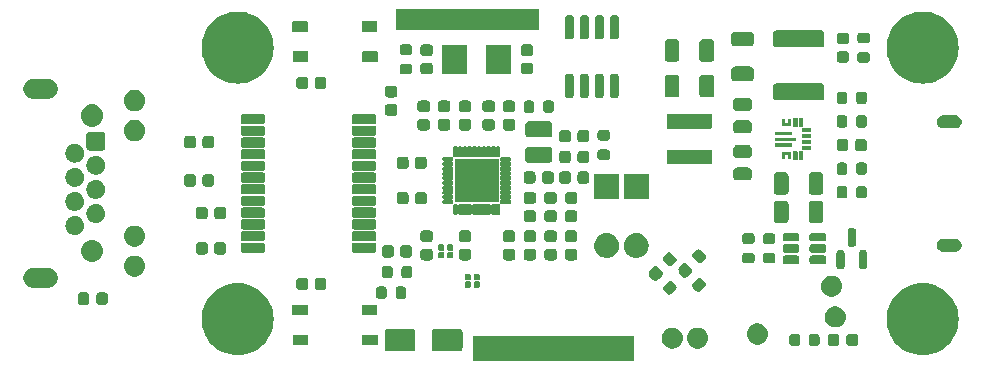
<source format=gts>
%TF.GenerationSoftware,KiCad,Pcbnew,8.0.7*%
%TF.CreationDate,2024-12-30T22:20:21-08:00*%
%TF.ProjectId,pizero-papoe,70697a65-726f-42d7-9061-706f652e6b69,0.1*%
%TF.SameCoordinates,PX652f520PY4a19ba0*%
%TF.FileFunction,Soldermask,Top*%
%TF.FilePolarity,Negative*%
%FSLAX46Y46*%
G04 Gerber Fmt 4.6, Leading zero omitted, Abs format (unit mm)*
G04 Created by KiCad (PCBNEW 8.0.7) date 2024-12-30 22:20:21*
%MOMM*%
%LPD*%
G01*
G04 APERTURE LIST*
G04 APERTURE END LIST*
G36*
X37001855Y-27950368D02*
G01*
X37007809Y-27950955D01*
X37010587Y-27952106D01*
X37019134Y-27953806D01*
X37022275Y-27956947D01*
X37027358Y-27959053D01*
X37040946Y-27972641D01*
X37043051Y-27977723D01*
X37046194Y-27980866D01*
X37047894Y-27989415D01*
X37049044Y-27992190D01*
X37049630Y-27998141D01*
X37050000Y-28000000D01*
X37050000Y-30000000D01*
X37049630Y-30001859D01*
X37049044Y-30007809D01*
X37047894Y-30010582D01*
X37046194Y-30019134D01*
X37043050Y-30022277D01*
X37040946Y-30027358D01*
X37027358Y-30040946D01*
X37022277Y-30043050D01*
X37019134Y-30046194D01*
X37010582Y-30047894D01*
X37007809Y-30049044D01*
X37001858Y-30049630D01*
X37000000Y-30050000D01*
X36998106Y-30050000D01*
X23501894Y-30050000D01*
X23500000Y-30050000D01*
X23498141Y-30049630D01*
X23492190Y-30049044D01*
X23489415Y-30047894D01*
X23480866Y-30046194D01*
X23477723Y-30043051D01*
X23472641Y-30040946D01*
X23459053Y-30027358D01*
X23456947Y-30022275D01*
X23453806Y-30019134D01*
X23452106Y-30010587D01*
X23450955Y-30007809D01*
X23450369Y-30001855D01*
X23450000Y-30000000D01*
X23450000Y-28000000D01*
X23450368Y-27998145D01*
X23450955Y-27992190D01*
X23452106Y-27989410D01*
X23453806Y-27980866D01*
X23456946Y-27977725D01*
X23459053Y-27972641D01*
X23472641Y-27959053D01*
X23477725Y-27956946D01*
X23480866Y-27953806D01*
X23489410Y-27952106D01*
X23492190Y-27950955D01*
X23498145Y-27950368D01*
X23500000Y-27950000D01*
X37000000Y-27950000D01*
X37001855Y-27950368D01*
G37*
G36*
X3841604Y-23468184D02*
G01*
X4178911Y-23525495D01*
X4507681Y-23620212D01*
X4823779Y-23751144D01*
X5123230Y-23916644D01*
X5402267Y-24114632D01*
X5657383Y-24342617D01*
X5885368Y-24597733D01*
X6083356Y-24876770D01*
X6248856Y-25176221D01*
X6379788Y-25492319D01*
X6474505Y-25821089D01*
X6531816Y-26158396D01*
X6551000Y-26500000D01*
X6531816Y-26841604D01*
X6474505Y-27178911D01*
X6379788Y-27507681D01*
X6248856Y-27823779D01*
X6083356Y-28123230D01*
X5885368Y-28402267D01*
X5657383Y-28657383D01*
X5402267Y-28885368D01*
X5123230Y-29083356D01*
X4823779Y-29248856D01*
X4507681Y-29379788D01*
X4178911Y-29474505D01*
X3841604Y-29531816D01*
X3500000Y-29551000D01*
X3158396Y-29531816D01*
X2821089Y-29474505D01*
X2492319Y-29379788D01*
X2176221Y-29248856D01*
X1876770Y-29083356D01*
X1597733Y-28885368D01*
X1342617Y-28657383D01*
X1114632Y-28402267D01*
X916644Y-28123230D01*
X751144Y-27823779D01*
X620212Y-27507681D01*
X525495Y-27178911D01*
X468184Y-26841604D01*
X449000Y-26500000D01*
X468184Y-26158396D01*
X525495Y-25821089D01*
X620212Y-25492319D01*
X751144Y-25176221D01*
X916644Y-24876770D01*
X1114632Y-24597733D01*
X1342617Y-24342617D01*
X1597733Y-24114632D01*
X1876770Y-23916644D01*
X2176221Y-23751144D01*
X2492319Y-23620212D01*
X2821089Y-23525495D01*
X3158396Y-23468184D01*
X3500000Y-23449000D01*
X3841604Y-23468184D01*
G37*
G36*
X61841604Y-23468184D02*
G01*
X62178911Y-23525495D01*
X62507681Y-23620212D01*
X62823779Y-23751144D01*
X63123230Y-23916644D01*
X63402267Y-24114632D01*
X63657383Y-24342617D01*
X63885368Y-24597733D01*
X64083356Y-24876770D01*
X64248856Y-25176221D01*
X64379788Y-25492319D01*
X64474505Y-25821089D01*
X64531816Y-26158396D01*
X64551000Y-26500000D01*
X64531816Y-26841604D01*
X64474505Y-27178911D01*
X64379788Y-27507681D01*
X64248856Y-27823779D01*
X64083356Y-28123230D01*
X63885368Y-28402267D01*
X63657383Y-28657383D01*
X63402267Y-28885368D01*
X63123230Y-29083356D01*
X62823779Y-29248856D01*
X62507681Y-29379788D01*
X62178911Y-29474505D01*
X61841604Y-29531816D01*
X61500000Y-29551000D01*
X61158396Y-29531816D01*
X60821089Y-29474505D01*
X60492319Y-29379788D01*
X60176221Y-29248856D01*
X59876770Y-29083356D01*
X59597733Y-28885368D01*
X59342617Y-28657383D01*
X59114632Y-28402267D01*
X58916644Y-28123230D01*
X58751144Y-27823779D01*
X58620212Y-27507681D01*
X58525495Y-27178911D01*
X58468184Y-26841604D01*
X58449000Y-26500000D01*
X58468184Y-26158396D01*
X58525495Y-25821089D01*
X58620212Y-25492319D01*
X58751144Y-25176221D01*
X58916644Y-24876770D01*
X59114632Y-24597733D01*
X59342617Y-24342617D01*
X59597733Y-24114632D01*
X59876770Y-23916644D01*
X60176221Y-23751144D01*
X60492319Y-23620212D01*
X60821089Y-23525495D01*
X61158396Y-23468184D01*
X61500000Y-23449000D01*
X61841604Y-23468184D01*
G37*
G36*
X18318914Y-27306995D02*
G01*
X18323462Y-27309003D01*
X18326970Y-27309465D01*
X18370863Y-27329933D01*
X18420106Y-27351676D01*
X18498324Y-27429894D01*
X18520076Y-27479158D01*
X18540534Y-27523029D01*
X18540995Y-27526535D01*
X18543005Y-27531086D01*
X18551000Y-27600000D01*
X18551000Y-28900000D01*
X18543005Y-28968914D01*
X18540995Y-28973465D01*
X18540534Y-28976970D01*
X18520084Y-29020823D01*
X18498324Y-29070106D01*
X18420106Y-29148324D01*
X18370823Y-29170084D01*
X18326970Y-29190534D01*
X18323465Y-29190995D01*
X18318914Y-29193005D01*
X18250000Y-29201000D01*
X16250000Y-29201000D01*
X16181086Y-29193005D01*
X16176535Y-29190995D01*
X16173029Y-29190534D01*
X16129158Y-29170076D01*
X16079894Y-29148324D01*
X16001676Y-29070106D01*
X15979933Y-29020863D01*
X15959465Y-28976970D01*
X15959003Y-28973462D01*
X15956995Y-28968914D01*
X15949000Y-28900000D01*
X15949000Y-27600000D01*
X15956995Y-27531086D01*
X15959003Y-27526538D01*
X15959465Y-27523029D01*
X15979941Y-27479117D01*
X16001676Y-27429894D01*
X16079894Y-27351676D01*
X16129117Y-27329941D01*
X16173029Y-27309465D01*
X16176538Y-27309003D01*
X16181086Y-27306995D01*
X16250000Y-27299000D01*
X18250000Y-27299000D01*
X18318914Y-27306995D01*
G37*
G36*
X22318914Y-27306995D02*
G01*
X22323462Y-27309003D01*
X22326970Y-27309465D01*
X22370863Y-27329933D01*
X22420106Y-27351676D01*
X22498324Y-27429894D01*
X22520076Y-27479158D01*
X22540534Y-27523029D01*
X22540995Y-27526535D01*
X22543005Y-27531086D01*
X22551000Y-27600000D01*
X22551000Y-28900000D01*
X22543005Y-28968914D01*
X22540995Y-28973465D01*
X22540534Y-28976970D01*
X22520084Y-29020823D01*
X22498324Y-29070106D01*
X22420106Y-29148324D01*
X22370823Y-29170084D01*
X22326970Y-29190534D01*
X22323465Y-29190995D01*
X22318914Y-29193005D01*
X22250000Y-29201000D01*
X20250000Y-29201000D01*
X20181086Y-29193005D01*
X20176535Y-29190995D01*
X20173029Y-29190534D01*
X20129158Y-29170076D01*
X20079894Y-29148324D01*
X20001676Y-29070106D01*
X19979933Y-29020863D01*
X19959465Y-28976970D01*
X19959003Y-28973462D01*
X19956995Y-28968914D01*
X19949000Y-28900000D01*
X19949000Y-27600000D01*
X19956995Y-27531086D01*
X19959003Y-27526538D01*
X19959465Y-27523029D01*
X19979941Y-27479117D01*
X20001676Y-27429894D01*
X20079894Y-27351676D01*
X20129117Y-27329941D01*
X20173029Y-27309465D01*
X20176538Y-27309003D01*
X20181086Y-27306995D01*
X20250000Y-27299000D01*
X22250000Y-27299000D01*
X22318914Y-27306995D01*
G37*
G36*
X40578424Y-27243098D02*
G01*
X40750500Y-27319711D01*
X40902887Y-27430427D01*
X41028924Y-27570405D01*
X41123104Y-27733530D01*
X41181311Y-27912672D01*
X41201000Y-28100000D01*
X41181311Y-28287328D01*
X41123104Y-28466470D01*
X41028924Y-28629595D01*
X40902887Y-28769573D01*
X40750500Y-28880289D01*
X40578424Y-28956902D01*
X40394180Y-28996064D01*
X40205820Y-28996064D01*
X40021576Y-28956902D01*
X39849500Y-28880289D01*
X39697113Y-28769573D01*
X39571076Y-28629595D01*
X39476896Y-28466470D01*
X39418689Y-28287328D01*
X39399000Y-28100000D01*
X39418689Y-27912672D01*
X39476896Y-27733530D01*
X39571076Y-27570405D01*
X39697113Y-27430427D01*
X39849500Y-27319711D01*
X40021576Y-27243098D01*
X40205820Y-27203936D01*
X40394180Y-27203936D01*
X40578424Y-27243098D01*
G37*
G36*
X42728424Y-27243098D02*
G01*
X42900500Y-27319711D01*
X43052887Y-27430427D01*
X43178924Y-27570405D01*
X43273104Y-27733530D01*
X43331311Y-27912672D01*
X43351000Y-28100000D01*
X43331311Y-28287328D01*
X43273104Y-28466470D01*
X43178924Y-28629595D01*
X43052887Y-28769573D01*
X42900500Y-28880289D01*
X42728424Y-28956902D01*
X42544180Y-28996064D01*
X42355820Y-28996064D01*
X42171576Y-28956902D01*
X41999500Y-28880289D01*
X41847113Y-28769573D01*
X41721076Y-28629595D01*
X41626896Y-28466470D01*
X41568689Y-28287328D01*
X41549000Y-28100000D01*
X41568689Y-27912672D01*
X41626896Y-27733530D01*
X41721076Y-27570405D01*
X41847113Y-27430427D01*
X41999500Y-27319711D01*
X42171576Y-27243098D01*
X42355820Y-27203936D01*
X42544180Y-27203936D01*
X42728424Y-27243098D01*
G37*
G36*
X50878109Y-27724618D02*
G01*
X50931056Y-27730761D01*
X50949145Y-27738748D01*
X50971054Y-27743106D01*
X50994507Y-27758777D01*
X51016471Y-27768475D01*
X51031472Y-27783476D01*
X51052484Y-27797516D01*
X51066523Y-27818527D01*
X51081524Y-27833528D01*
X51091221Y-27855490D01*
X51106894Y-27878946D01*
X51111252Y-27900855D01*
X51119237Y-27918940D01*
X51125376Y-27971867D01*
X51126000Y-27975000D01*
X51126000Y-28525000D01*
X51125379Y-28528121D01*
X51119238Y-28581056D01*
X51111252Y-28599141D01*
X51106894Y-28621054D01*
X51091219Y-28644512D01*
X51081524Y-28666471D01*
X51066525Y-28681469D01*
X51052484Y-28702484D01*
X51031469Y-28716525D01*
X51016471Y-28731524D01*
X50994511Y-28741219D01*
X50971054Y-28756894D01*
X50949142Y-28761252D01*
X50931059Y-28769237D01*
X50878133Y-28775376D01*
X50875000Y-28776000D01*
X50475000Y-28776000D01*
X50471879Y-28775379D01*
X50418943Y-28769238D01*
X50400856Y-28761252D01*
X50378946Y-28756894D01*
X50355489Y-28741220D01*
X50333528Y-28731524D01*
X50318527Y-28716523D01*
X50297516Y-28702484D01*
X50283476Y-28681472D01*
X50268475Y-28666471D01*
X50258777Y-28644507D01*
X50243106Y-28621054D01*
X50238748Y-28599146D01*
X50230762Y-28581059D01*
X50224620Y-28528121D01*
X50224000Y-28525000D01*
X50224000Y-27975000D01*
X50224618Y-27971891D01*
X50230761Y-27918943D01*
X50238748Y-27900852D01*
X50243106Y-27878946D01*
X50258776Y-27855494D01*
X50268475Y-27833528D01*
X50283478Y-27818524D01*
X50297516Y-27797516D01*
X50318524Y-27783478D01*
X50333528Y-27768475D01*
X50355494Y-27758775D01*
X50378946Y-27743106D01*
X50400851Y-27738748D01*
X50418940Y-27730762D01*
X50471879Y-27724620D01*
X50475000Y-27724000D01*
X50875000Y-27724000D01*
X50878109Y-27724618D01*
G37*
G36*
X52528109Y-27724618D02*
G01*
X52581056Y-27730761D01*
X52599145Y-27738748D01*
X52621054Y-27743106D01*
X52644507Y-27758777D01*
X52666471Y-27768475D01*
X52681472Y-27783476D01*
X52702484Y-27797516D01*
X52716523Y-27818527D01*
X52731524Y-27833528D01*
X52741221Y-27855490D01*
X52756894Y-27878946D01*
X52761252Y-27900855D01*
X52769237Y-27918940D01*
X52775376Y-27971867D01*
X52776000Y-27975000D01*
X52776000Y-28525000D01*
X52775379Y-28528121D01*
X52769238Y-28581056D01*
X52761252Y-28599141D01*
X52756894Y-28621054D01*
X52741219Y-28644512D01*
X52731524Y-28666471D01*
X52716525Y-28681469D01*
X52702484Y-28702484D01*
X52681469Y-28716525D01*
X52666471Y-28731524D01*
X52644511Y-28741219D01*
X52621054Y-28756894D01*
X52599142Y-28761252D01*
X52581059Y-28769237D01*
X52528133Y-28775376D01*
X52525000Y-28776000D01*
X52125000Y-28776000D01*
X52121879Y-28775379D01*
X52068943Y-28769238D01*
X52050856Y-28761252D01*
X52028946Y-28756894D01*
X52005489Y-28741220D01*
X51983528Y-28731524D01*
X51968527Y-28716523D01*
X51947516Y-28702484D01*
X51933476Y-28681472D01*
X51918475Y-28666471D01*
X51908777Y-28644507D01*
X51893106Y-28621054D01*
X51888748Y-28599146D01*
X51880762Y-28581059D01*
X51874620Y-28528121D01*
X51874000Y-28525000D01*
X51874000Y-27975000D01*
X51874618Y-27971891D01*
X51880761Y-27918943D01*
X51888748Y-27900852D01*
X51893106Y-27878946D01*
X51908776Y-27855494D01*
X51918475Y-27833528D01*
X51933478Y-27818524D01*
X51947516Y-27797516D01*
X51968524Y-27783478D01*
X51983528Y-27768475D01*
X52005494Y-27758775D01*
X52028946Y-27743106D01*
X52050851Y-27738748D01*
X52068940Y-27730762D01*
X52121879Y-27724620D01*
X52125000Y-27724000D01*
X52525000Y-27724000D01*
X52528109Y-27724618D01*
G37*
G36*
X54184359Y-27724618D02*
G01*
X54241599Y-27731259D01*
X54261155Y-27739893D01*
X54284479Y-27744533D01*
X54309446Y-27761215D01*
X54333318Y-27771756D01*
X54349624Y-27788062D01*
X54371992Y-27803008D01*
X54386937Y-27825375D01*
X54403243Y-27841681D01*
X54413782Y-27865551D01*
X54430467Y-27890521D01*
X54435106Y-27913846D01*
X54443739Y-27933397D01*
X54450376Y-27990617D01*
X54451000Y-27993750D01*
X54451000Y-28506250D01*
X54450379Y-28509371D01*
X54443740Y-28566599D01*
X54435107Y-28586151D01*
X54430467Y-28609479D01*
X54413781Y-28634450D01*
X54403243Y-28658318D01*
X54386939Y-28674621D01*
X54371992Y-28696992D01*
X54349621Y-28711939D01*
X54333318Y-28728243D01*
X54309450Y-28738781D01*
X54284479Y-28755467D01*
X54261152Y-28760106D01*
X54241602Y-28768739D01*
X54184383Y-28775376D01*
X54181250Y-28776000D01*
X53743750Y-28776000D01*
X53740629Y-28775379D01*
X53683400Y-28768740D01*
X53663847Y-28760106D01*
X53640521Y-28755467D01*
X53615551Y-28738782D01*
X53591681Y-28728243D01*
X53575375Y-28711937D01*
X53553008Y-28696992D01*
X53538062Y-28674624D01*
X53521756Y-28658318D01*
X53511215Y-28634446D01*
X53494533Y-28609479D01*
X53489893Y-28586156D01*
X53481260Y-28566602D01*
X53474620Y-28509371D01*
X53474000Y-28506250D01*
X53474000Y-27993750D01*
X53474618Y-27990641D01*
X53481259Y-27933400D01*
X53489894Y-27913842D01*
X53494533Y-27890521D01*
X53511214Y-27865555D01*
X53521756Y-27841681D01*
X53538064Y-27825372D01*
X53553008Y-27803008D01*
X53575372Y-27788064D01*
X53591681Y-27771756D01*
X53615555Y-27761214D01*
X53640521Y-27744533D01*
X53663841Y-27739894D01*
X53683397Y-27731260D01*
X53740629Y-27724620D01*
X53743750Y-27724000D01*
X54181250Y-27724000D01*
X54184359Y-27724618D01*
G37*
G36*
X55759359Y-27724618D02*
G01*
X55816599Y-27731259D01*
X55836155Y-27739893D01*
X55859479Y-27744533D01*
X55884446Y-27761215D01*
X55908318Y-27771756D01*
X55924624Y-27788062D01*
X55946992Y-27803008D01*
X55961937Y-27825375D01*
X55978243Y-27841681D01*
X55988782Y-27865551D01*
X56005467Y-27890521D01*
X56010106Y-27913846D01*
X56018739Y-27933397D01*
X56025376Y-27990617D01*
X56026000Y-27993750D01*
X56026000Y-28506250D01*
X56025379Y-28509371D01*
X56018740Y-28566599D01*
X56010107Y-28586151D01*
X56005467Y-28609479D01*
X55988781Y-28634450D01*
X55978243Y-28658318D01*
X55961939Y-28674621D01*
X55946992Y-28696992D01*
X55924621Y-28711939D01*
X55908318Y-28728243D01*
X55884450Y-28738781D01*
X55859479Y-28755467D01*
X55836152Y-28760106D01*
X55816602Y-28768739D01*
X55759383Y-28775376D01*
X55756250Y-28776000D01*
X55318750Y-28776000D01*
X55315629Y-28775379D01*
X55258400Y-28768740D01*
X55238847Y-28760106D01*
X55215521Y-28755467D01*
X55190551Y-28738782D01*
X55166681Y-28728243D01*
X55150375Y-28711937D01*
X55128008Y-28696992D01*
X55113062Y-28674624D01*
X55096756Y-28658318D01*
X55086215Y-28634446D01*
X55069533Y-28609479D01*
X55064893Y-28586156D01*
X55056260Y-28566602D01*
X55049620Y-28509371D01*
X55049000Y-28506250D01*
X55049000Y-27993750D01*
X55049618Y-27990641D01*
X55056259Y-27933400D01*
X55064894Y-27913842D01*
X55069533Y-27890521D01*
X55086214Y-27865555D01*
X55096756Y-27841681D01*
X55113064Y-27825372D01*
X55128008Y-27803008D01*
X55150372Y-27788064D01*
X55166681Y-27771756D01*
X55190555Y-27761214D01*
X55215521Y-27744533D01*
X55238841Y-27739894D01*
X55258397Y-27731260D01*
X55315629Y-27724620D01*
X55318750Y-27724000D01*
X55756250Y-27724000D01*
X55759359Y-27724618D01*
G37*
G36*
X9422557Y-27822832D02*
G01*
X9439102Y-27833888D01*
X9450158Y-27850433D01*
X9454040Y-27869950D01*
X9454040Y-28670050D01*
X9450158Y-28689567D01*
X9439102Y-28706112D01*
X9422557Y-28717168D01*
X9403040Y-28721050D01*
X8204160Y-28721050D01*
X8184643Y-28717168D01*
X8168098Y-28706112D01*
X8157042Y-28689567D01*
X8153160Y-28670050D01*
X8153160Y-27869950D01*
X8157042Y-27850433D01*
X8168098Y-27833888D01*
X8184643Y-27822832D01*
X8204160Y-27818950D01*
X9403040Y-27818950D01*
X9422557Y-27822832D01*
G37*
G36*
X15317897Y-27822832D02*
G01*
X15334442Y-27833888D01*
X15345498Y-27850433D01*
X15349380Y-27869950D01*
X15349380Y-28670050D01*
X15345498Y-28689567D01*
X15334442Y-28706112D01*
X15317897Y-28717168D01*
X15298380Y-28721050D01*
X14099500Y-28721050D01*
X14079983Y-28717168D01*
X14063438Y-28706112D01*
X14052382Y-28689567D01*
X14048500Y-28670050D01*
X14048500Y-27869950D01*
X14052382Y-27850433D01*
X14063438Y-27833888D01*
X14079983Y-27822832D01*
X14099500Y-27818950D01*
X15298380Y-27818950D01*
X15317897Y-27822832D01*
G37*
G36*
X47778424Y-26893098D02*
G01*
X47950500Y-26969711D01*
X48102887Y-27080427D01*
X48228924Y-27220405D01*
X48323104Y-27383530D01*
X48381311Y-27562672D01*
X48401000Y-27750000D01*
X48381311Y-27937328D01*
X48323104Y-28116470D01*
X48228924Y-28279595D01*
X48102887Y-28419573D01*
X47950500Y-28530289D01*
X47778424Y-28606902D01*
X47594180Y-28646064D01*
X47405820Y-28646064D01*
X47221576Y-28606902D01*
X47049500Y-28530289D01*
X46897113Y-28419573D01*
X46771076Y-28279595D01*
X46676896Y-28116470D01*
X46618689Y-27937328D01*
X46599000Y-27750000D01*
X46618689Y-27562672D01*
X46676896Y-27383530D01*
X46771076Y-27220405D01*
X46897113Y-27080427D01*
X47049500Y-26969711D01*
X47221576Y-26893098D01*
X47405820Y-26853936D01*
X47594180Y-26853936D01*
X47778424Y-26893098D01*
G37*
G36*
X54378424Y-25443098D02*
G01*
X54550500Y-25519711D01*
X54702887Y-25630427D01*
X54828924Y-25770405D01*
X54923104Y-25933530D01*
X54981311Y-26112672D01*
X55001000Y-26300000D01*
X54981311Y-26487328D01*
X54923104Y-26666470D01*
X54828924Y-26829595D01*
X54702887Y-26969573D01*
X54550500Y-27080289D01*
X54378424Y-27156902D01*
X54194180Y-27196064D01*
X54005820Y-27196064D01*
X53821576Y-27156902D01*
X53649500Y-27080289D01*
X53497113Y-26969573D01*
X53371076Y-26829595D01*
X53276896Y-26666470D01*
X53218689Y-26487328D01*
X53199000Y-26300000D01*
X53218689Y-26112672D01*
X53276896Y-25933530D01*
X53371076Y-25770405D01*
X53497113Y-25630427D01*
X53649500Y-25519711D01*
X53821576Y-25443098D01*
X54005820Y-25403936D01*
X54194180Y-25403936D01*
X54378424Y-25443098D01*
G37*
G36*
X9420017Y-25282832D02*
G01*
X9436562Y-25293888D01*
X9447618Y-25310433D01*
X9451500Y-25329950D01*
X9451500Y-26130050D01*
X9447618Y-26149567D01*
X9436562Y-26166112D01*
X9420017Y-26177168D01*
X9400500Y-26181050D01*
X8201620Y-26181050D01*
X8182103Y-26177168D01*
X8165558Y-26166112D01*
X8154502Y-26149567D01*
X8150620Y-26130050D01*
X8150620Y-25329950D01*
X8154502Y-25310433D01*
X8165558Y-25293888D01*
X8182103Y-25282832D01*
X8201620Y-25278950D01*
X9400500Y-25278950D01*
X9420017Y-25282832D01*
G37*
G36*
X15315357Y-25282832D02*
G01*
X15331902Y-25293888D01*
X15342958Y-25310433D01*
X15346840Y-25329950D01*
X15346840Y-26130050D01*
X15342958Y-26149567D01*
X15331902Y-26166112D01*
X15315357Y-26177168D01*
X15295840Y-26181050D01*
X14096960Y-26181050D01*
X14077443Y-26177168D01*
X14060898Y-26166112D01*
X14049842Y-26149567D01*
X14045960Y-26130050D01*
X14045960Y-25329950D01*
X14049842Y-25310433D01*
X14060898Y-25293888D01*
X14077443Y-25282832D01*
X14096960Y-25278950D01*
X15295840Y-25278950D01*
X15315357Y-25282832D01*
G37*
G36*
X-9315641Y-24224618D02*
G01*
X-9258401Y-24231259D01*
X-9238845Y-24239893D01*
X-9215521Y-24244533D01*
X-9190554Y-24261215D01*
X-9166682Y-24271756D01*
X-9150376Y-24288062D01*
X-9128008Y-24303008D01*
X-9113063Y-24325375D01*
X-9096757Y-24341681D01*
X-9086218Y-24365551D01*
X-9069533Y-24390521D01*
X-9064894Y-24413846D01*
X-9056261Y-24433397D01*
X-9049624Y-24490617D01*
X-9049000Y-24493750D01*
X-9049000Y-25006250D01*
X-9049621Y-25009371D01*
X-9056260Y-25066599D01*
X-9064893Y-25086151D01*
X-9069533Y-25109479D01*
X-9086219Y-25134450D01*
X-9096757Y-25158318D01*
X-9113061Y-25174621D01*
X-9128008Y-25196992D01*
X-9150379Y-25211939D01*
X-9166682Y-25228243D01*
X-9190550Y-25238781D01*
X-9215521Y-25255467D01*
X-9238848Y-25260106D01*
X-9258398Y-25268739D01*
X-9315617Y-25275376D01*
X-9318750Y-25276000D01*
X-9756250Y-25276000D01*
X-9759371Y-25275379D01*
X-9816600Y-25268740D01*
X-9836153Y-25260106D01*
X-9859479Y-25255467D01*
X-9884449Y-25238782D01*
X-9908319Y-25228243D01*
X-9924625Y-25211937D01*
X-9946992Y-25196992D01*
X-9961938Y-25174624D01*
X-9978244Y-25158318D01*
X-9988785Y-25134446D01*
X-10005467Y-25109479D01*
X-10010107Y-25086156D01*
X-10018740Y-25066602D01*
X-10025380Y-25009371D01*
X-10026000Y-25006250D01*
X-10026000Y-24493750D01*
X-10025382Y-24490641D01*
X-10018741Y-24433400D01*
X-10010106Y-24413842D01*
X-10005467Y-24390521D01*
X-9988786Y-24365555D01*
X-9978244Y-24341681D01*
X-9961936Y-24325372D01*
X-9946992Y-24303008D01*
X-9924628Y-24288064D01*
X-9908319Y-24271756D01*
X-9884445Y-24261214D01*
X-9859479Y-24244533D01*
X-9836159Y-24239894D01*
X-9816603Y-24231260D01*
X-9759371Y-24224620D01*
X-9756250Y-24224000D01*
X-9318750Y-24224000D01*
X-9315641Y-24224618D01*
G37*
G36*
X-7740641Y-24224618D02*
G01*
X-7683401Y-24231259D01*
X-7663845Y-24239893D01*
X-7640521Y-24244533D01*
X-7615554Y-24261215D01*
X-7591682Y-24271756D01*
X-7575376Y-24288062D01*
X-7553008Y-24303008D01*
X-7538063Y-24325375D01*
X-7521757Y-24341681D01*
X-7511218Y-24365551D01*
X-7494533Y-24390521D01*
X-7489894Y-24413846D01*
X-7481261Y-24433397D01*
X-7474624Y-24490617D01*
X-7474000Y-24493750D01*
X-7474000Y-25006250D01*
X-7474621Y-25009371D01*
X-7481260Y-25066599D01*
X-7489893Y-25086151D01*
X-7494533Y-25109479D01*
X-7511219Y-25134450D01*
X-7521757Y-25158318D01*
X-7538061Y-25174621D01*
X-7553008Y-25196992D01*
X-7575379Y-25211939D01*
X-7591682Y-25228243D01*
X-7615550Y-25238781D01*
X-7640521Y-25255467D01*
X-7663848Y-25260106D01*
X-7683398Y-25268739D01*
X-7740617Y-25275376D01*
X-7743750Y-25276000D01*
X-8181250Y-25276000D01*
X-8184371Y-25275379D01*
X-8241600Y-25268740D01*
X-8261153Y-25260106D01*
X-8284479Y-25255467D01*
X-8309449Y-25238782D01*
X-8333319Y-25228243D01*
X-8349625Y-25211937D01*
X-8371992Y-25196992D01*
X-8386938Y-25174624D01*
X-8403244Y-25158318D01*
X-8413785Y-25134446D01*
X-8430467Y-25109479D01*
X-8435107Y-25086156D01*
X-8443740Y-25066602D01*
X-8450380Y-25009371D01*
X-8451000Y-25006250D01*
X-8451000Y-24493750D01*
X-8450382Y-24490641D01*
X-8443741Y-24433400D01*
X-8435106Y-24413842D01*
X-8430467Y-24390521D01*
X-8413786Y-24365555D01*
X-8403244Y-24341681D01*
X-8386936Y-24325372D01*
X-8371992Y-24303008D01*
X-8349628Y-24288064D01*
X-8333319Y-24271756D01*
X-8309445Y-24261214D01*
X-8284479Y-24244533D01*
X-8261159Y-24239894D01*
X-8241603Y-24231260D01*
X-8184371Y-24224620D01*
X-8181250Y-24224000D01*
X-7743750Y-24224000D01*
X-7740641Y-24224618D01*
G37*
G36*
X15878109Y-23724618D02*
G01*
X15931056Y-23730761D01*
X15949145Y-23738748D01*
X15971054Y-23743106D01*
X15994507Y-23758777D01*
X16016471Y-23768475D01*
X16031472Y-23783476D01*
X16052484Y-23797516D01*
X16066523Y-23818527D01*
X16081524Y-23833528D01*
X16091221Y-23855490D01*
X16106894Y-23878946D01*
X16111252Y-23900855D01*
X16119237Y-23918940D01*
X16125376Y-23971867D01*
X16126000Y-23975000D01*
X16126000Y-24525000D01*
X16125379Y-24528121D01*
X16119238Y-24581056D01*
X16111252Y-24599141D01*
X16106894Y-24621054D01*
X16091219Y-24644512D01*
X16081524Y-24666471D01*
X16066525Y-24681469D01*
X16052484Y-24702484D01*
X16031469Y-24716525D01*
X16016471Y-24731524D01*
X15994511Y-24741219D01*
X15971054Y-24756894D01*
X15949142Y-24761252D01*
X15931059Y-24769237D01*
X15878133Y-24775376D01*
X15875000Y-24776000D01*
X15475000Y-24776000D01*
X15471879Y-24775379D01*
X15418943Y-24769238D01*
X15400856Y-24761252D01*
X15378946Y-24756894D01*
X15355489Y-24741220D01*
X15333528Y-24731524D01*
X15318527Y-24716523D01*
X15297516Y-24702484D01*
X15283476Y-24681472D01*
X15268475Y-24666471D01*
X15258777Y-24644507D01*
X15243106Y-24621054D01*
X15238748Y-24599146D01*
X15230762Y-24581059D01*
X15224620Y-24528121D01*
X15224000Y-24525000D01*
X15224000Y-23975000D01*
X15224618Y-23971891D01*
X15230761Y-23918943D01*
X15238748Y-23900852D01*
X15243106Y-23878946D01*
X15258776Y-23855494D01*
X15268475Y-23833528D01*
X15283478Y-23818524D01*
X15297516Y-23797516D01*
X15318524Y-23783478D01*
X15333528Y-23768475D01*
X15355494Y-23758775D01*
X15378946Y-23743106D01*
X15400851Y-23738748D01*
X15418940Y-23730762D01*
X15471879Y-23724620D01*
X15475000Y-23724000D01*
X15875000Y-23724000D01*
X15878109Y-23724618D01*
G37*
G36*
X17528109Y-23724618D02*
G01*
X17581056Y-23730761D01*
X17599145Y-23738748D01*
X17621054Y-23743106D01*
X17644507Y-23758777D01*
X17666471Y-23768475D01*
X17681472Y-23783476D01*
X17702484Y-23797516D01*
X17716523Y-23818527D01*
X17731524Y-23833528D01*
X17741221Y-23855490D01*
X17756894Y-23878946D01*
X17761252Y-23900855D01*
X17769237Y-23918940D01*
X17775376Y-23971867D01*
X17776000Y-23975000D01*
X17776000Y-24525000D01*
X17775379Y-24528121D01*
X17769238Y-24581056D01*
X17761252Y-24599141D01*
X17756894Y-24621054D01*
X17741219Y-24644512D01*
X17731524Y-24666471D01*
X17716525Y-24681469D01*
X17702484Y-24702484D01*
X17681469Y-24716525D01*
X17666471Y-24731524D01*
X17644511Y-24741219D01*
X17621054Y-24756894D01*
X17599142Y-24761252D01*
X17581059Y-24769237D01*
X17528133Y-24775376D01*
X17525000Y-24776000D01*
X17125000Y-24776000D01*
X17121879Y-24775379D01*
X17068943Y-24769238D01*
X17050856Y-24761252D01*
X17028946Y-24756894D01*
X17005489Y-24741220D01*
X16983528Y-24731524D01*
X16968527Y-24716523D01*
X16947516Y-24702484D01*
X16933476Y-24681472D01*
X16918475Y-24666471D01*
X16908777Y-24644507D01*
X16893106Y-24621054D01*
X16888748Y-24599146D01*
X16880762Y-24581059D01*
X16874620Y-24528121D01*
X16874000Y-24525000D01*
X16874000Y-23975000D01*
X16874618Y-23971891D01*
X16880761Y-23918943D01*
X16888748Y-23900852D01*
X16893106Y-23878946D01*
X16908776Y-23855494D01*
X16918475Y-23833528D01*
X16933478Y-23818524D01*
X16947516Y-23797516D01*
X16968524Y-23783478D01*
X16983528Y-23768475D01*
X17005494Y-23758775D01*
X17028946Y-23743106D01*
X17050851Y-23738748D01*
X17068940Y-23730762D01*
X17121879Y-23724620D01*
X17125000Y-23724000D01*
X17525000Y-23724000D01*
X17528109Y-23724618D01*
G37*
G36*
X54078424Y-22843098D02*
G01*
X54250500Y-22919711D01*
X54402887Y-23030427D01*
X54528924Y-23170405D01*
X54623104Y-23333530D01*
X54681311Y-23512672D01*
X54701000Y-23700000D01*
X54681311Y-23887328D01*
X54623104Y-24066470D01*
X54528924Y-24229595D01*
X54402887Y-24369573D01*
X54250500Y-24480289D01*
X54078424Y-24556902D01*
X53894180Y-24596064D01*
X53705820Y-24596064D01*
X53521576Y-24556902D01*
X53349500Y-24480289D01*
X53197113Y-24369573D01*
X53071076Y-24229595D01*
X52976896Y-24066470D01*
X52918689Y-23887328D01*
X52899000Y-23700000D01*
X52918689Y-23512672D01*
X52976896Y-23333530D01*
X53071076Y-23170405D01*
X53197113Y-23030427D01*
X53349500Y-22919711D01*
X53521576Y-22843098D01*
X53705820Y-22803936D01*
X53894180Y-22803936D01*
X54078424Y-22843098D01*
G37*
G36*
X40161181Y-23251417D02*
G01*
X40182396Y-23251417D01*
X40204784Y-23260090D01*
X40232449Y-23265593D01*
X40251019Y-23278001D01*
X40269457Y-23285144D01*
X40311228Y-23318231D01*
X40313880Y-23320003D01*
X40596723Y-23602846D01*
X40598492Y-23605494D01*
X40631581Y-23647268D01*
X40638723Y-23665704D01*
X40651133Y-23684277D01*
X40656635Y-23711940D01*
X40665309Y-23734329D01*
X40665309Y-23755545D01*
X40670239Y-23780330D01*
X40665309Y-23805114D01*
X40665309Y-23826330D01*
X40656636Y-23848717D01*
X40651133Y-23876383D01*
X40638722Y-23894956D01*
X40631581Y-23913391D01*
X40598500Y-23955154D01*
X40596723Y-23957814D01*
X40207814Y-24346723D01*
X40205158Y-24348497D01*
X40163391Y-24381581D01*
X40144956Y-24388722D01*
X40126383Y-24401133D01*
X40098717Y-24406636D01*
X40076330Y-24415309D01*
X40055115Y-24415309D01*
X40030330Y-24420239D01*
X40005545Y-24415309D01*
X39984330Y-24415309D01*
X39961942Y-24406635D01*
X39934277Y-24401133D01*
X39915704Y-24388723D01*
X39897268Y-24381581D01*
X39855499Y-24348495D01*
X39852846Y-24346723D01*
X39570003Y-24063880D01*
X39568234Y-24061232D01*
X39535144Y-24019457D01*
X39528001Y-24001019D01*
X39515593Y-23982449D01*
X39510090Y-23954784D01*
X39501417Y-23932396D01*
X39501417Y-23911180D01*
X39496487Y-23886396D01*
X39501417Y-23861611D01*
X39501417Y-23840395D01*
X39510090Y-23818005D01*
X39515593Y-23790343D01*
X39528000Y-23771773D01*
X39535144Y-23753334D01*
X39568235Y-23711557D01*
X39570003Y-23708912D01*
X39958912Y-23320003D01*
X39961552Y-23318238D01*
X40003334Y-23285144D01*
X40021773Y-23278000D01*
X40040343Y-23265593D01*
X40068006Y-23260090D01*
X40090396Y-23251417D01*
X40111611Y-23251417D01*
X40136396Y-23246487D01*
X40161181Y-23251417D01*
G37*
G36*
X42661181Y-23001417D02*
G01*
X42682396Y-23001417D01*
X42704784Y-23010090D01*
X42732449Y-23015593D01*
X42751019Y-23028001D01*
X42769457Y-23035144D01*
X42811228Y-23068231D01*
X42813880Y-23070003D01*
X43096723Y-23352846D01*
X43098492Y-23355494D01*
X43131581Y-23397268D01*
X43138723Y-23415704D01*
X43151133Y-23434277D01*
X43156635Y-23461940D01*
X43165309Y-23484329D01*
X43165309Y-23505545D01*
X43170239Y-23530330D01*
X43165309Y-23555114D01*
X43165309Y-23576330D01*
X43156636Y-23598717D01*
X43151133Y-23626383D01*
X43138722Y-23644956D01*
X43131581Y-23663391D01*
X43098500Y-23705154D01*
X43096723Y-23707814D01*
X42707814Y-24096723D01*
X42705158Y-24098497D01*
X42663391Y-24131581D01*
X42644956Y-24138722D01*
X42626383Y-24151133D01*
X42598717Y-24156636D01*
X42576330Y-24165309D01*
X42555115Y-24165309D01*
X42530330Y-24170239D01*
X42505545Y-24165309D01*
X42484330Y-24165309D01*
X42461942Y-24156635D01*
X42434277Y-24151133D01*
X42415704Y-24138723D01*
X42397268Y-24131581D01*
X42355499Y-24098495D01*
X42352846Y-24096723D01*
X42070003Y-23813880D01*
X42068234Y-23811232D01*
X42035144Y-23769457D01*
X42028001Y-23751019D01*
X42015593Y-23732449D01*
X42010090Y-23704784D01*
X42001417Y-23682396D01*
X42001417Y-23661180D01*
X41996487Y-23636396D01*
X42001417Y-23611611D01*
X42001417Y-23590395D01*
X42010090Y-23568005D01*
X42015593Y-23540343D01*
X42028000Y-23521773D01*
X42035144Y-23503334D01*
X42068235Y-23461557D01*
X42070003Y-23458912D01*
X42458912Y-23070003D01*
X42461552Y-23068238D01*
X42503334Y-23035144D01*
X42521773Y-23028000D01*
X42540343Y-23015593D01*
X42568006Y-23010090D01*
X42590396Y-23001417D01*
X42611611Y-23001417D01*
X42636396Y-22996487D01*
X42661181Y-23001417D01*
G37*
G36*
X9204943Y-22974983D02*
G01*
X9270497Y-22983613D01*
X9286987Y-22991302D01*
X9305621Y-22995009D01*
X9330303Y-23011501D01*
X9357966Y-23024401D01*
X9374796Y-23041231D01*
X9395161Y-23054839D01*
X9408768Y-23075203D01*
X9425598Y-23092033D01*
X9438496Y-23119694D01*
X9454991Y-23144379D01*
X9458697Y-23163014D01*
X9466386Y-23179502D01*
X9475014Y-23245043D01*
X9476000Y-23250000D01*
X9476000Y-23750000D01*
X9475013Y-23754958D01*
X9466386Y-23820497D01*
X9458698Y-23836983D01*
X9454991Y-23855621D01*
X9438495Y-23880308D01*
X9425598Y-23907966D01*
X9408770Y-23924793D01*
X9395161Y-23945161D01*
X9374793Y-23958770D01*
X9357966Y-23975598D01*
X9330308Y-23988495D01*
X9305621Y-24004991D01*
X9286983Y-24008698D01*
X9270497Y-24016386D01*
X9204958Y-24025013D01*
X9200000Y-24026000D01*
X8750000Y-24026000D01*
X8745043Y-24025014D01*
X8679502Y-24016386D01*
X8663014Y-24008697D01*
X8644379Y-24004991D01*
X8619694Y-23988496D01*
X8592033Y-23975598D01*
X8575203Y-23958768D01*
X8554839Y-23945161D01*
X8541231Y-23924796D01*
X8524401Y-23907966D01*
X8511501Y-23880303D01*
X8495009Y-23855621D01*
X8491302Y-23836987D01*
X8483613Y-23820497D01*
X8474983Y-23754943D01*
X8474000Y-23750000D01*
X8474000Y-23250000D01*
X8474982Y-23245058D01*
X8483613Y-23179502D01*
X8491302Y-23163011D01*
X8495009Y-23144379D01*
X8511499Y-23119699D01*
X8524401Y-23092033D01*
X8541233Y-23075200D01*
X8554839Y-23054839D01*
X8575200Y-23041233D01*
X8592033Y-23024401D01*
X8619699Y-23011499D01*
X8644379Y-22995009D01*
X8663011Y-22991302D01*
X8679502Y-22983613D01*
X8745058Y-22974982D01*
X8750000Y-22974000D01*
X9200000Y-22974000D01*
X9204943Y-22974983D01*
G37*
G36*
X10754943Y-22974983D02*
G01*
X10820497Y-22983613D01*
X10836987Y-22991302D01*
X10855621Y-22995009D01*
X10880303Y-23011501D01*
X10907966Y-23024401D01*
X10924796Y-23041231D01*
X10945161Y-23054839D01*
X10958768Y-23075203D01*
X10975598Y-23092033D01*
X10988496Y-23119694D01*
X11004991Y-23144379D01*
X11008697Y-23163014D01*
X11016386Y-23179502D01*
X11025014Y-23245043D01*
X11026000Y-23250000D01*
X11026000Y-23750000D01*
X11025013Y-23754958D01*
X11016386Y-23820497D01*
X11008698Y-23836983D01*
X11004991Y-23855621D01*
X10988495Y-23880308D01*
X10975598Y-23907966D01*
X10958770Y-23924793D01*
X10945161Y-23945161D01*
X10924793Y-23958770D01*
X10907966Y-23975598D01*
X10880308Y-23988495D01*
X10855621Y-24004991D01*
X10836983Y-24008698D01*
X10820497Y-24016386D01*
X10754958Y-24025013D01*
X10750000Y-24026000D01*
X10300000Y-24026000D01*
X10295043Y-24025014D01*
X10229502Y-24016386D01*
X10213014Y-24008697D01*
X10194379Y-24004991D01*
X10169694Y-23988496D01*
X10142033Y-23975598D01*
X10125203Y-23958768D01*
X10104839Y-23945161D01*
X10091231Y-23924796D01*
X10074401Y-23907966D01*
X10061501Y-23880303D01*
X10045009Y-23855621D01*
X10041302Y-23836987D01*
X10033613Y-23820497D01*
X10024983Y-23754943D01*
X10024000Y-23750000D01*
X10024000Y-23250000D01*
X10024982Y-23245058D01*
X10033613Y-23179502D01*
X10041302Y-23163011D01*
X10045009Y-23144379D01*
X10061499Y-23119699D01*
X10074401Y-23092033D01*
X10091233Y-23075200D01*
X10104839Y-23054839D01*
X10125200Y-23041233D01*
X10142033Y-23024401D01*
X10169699Y-23011499D01*
X10194379Y-22995009D01*
X10213011Y-22991302D01*
X10229502Y-22983613D01*
X10295058Y-22974982D01*
X10300000Y-22974000D01*
X10750000Y-22974000D01*
X10754943Y-22974983D01*
G37*
G36*
X23157785Y-23300494D02*
G01*
X23206773Y-23333227D01*
X23239506Y-23382215D01*
X23251000Y-23440000D01*
X23251000Y-23700000D01*
X23239506Y-23757785D01*
X23206773Y-23806773D01*
X23157785Y-23839506D01*
X23100000Y-23851000D01*
X22900000Y-23851000D01*
X22842215Y-23839506D01*
X22793227Y-23806773D01*
X22760494Y-23757785D01*
X22749000Y-23700000D01*
X22749000Y-23440000D01*
X22760494Y-23382215D01*
X22793227Y-23333227D01*
X22842215Y-23300494D01*
X22900000Y-23289000D01*
X23100000Y-23289000D01*
X23157785Y-23300494D01*
G37*
G36*
X23907785Y-23300494D02*
G01*
X23956773Y-23333227D01*
X23989506Y-23382215D01*
X24001000Y-23440000D01*
X24001000Y-23700000D01*
X23989506Y-23757785D01*
X23956773Y-23806773D01*
X23907785Y-23839506D01*
X23850000Y-23851000D01*
X23650000Y-23851000D01*
X23592215Y-23839506D01*
X23543227Y-23806773D01*
X23510494Y-23757785D01*
X23499000Y-23700000D01*
X23499000Y-23440000D01*
X23510494Y-23382215D01*
X23543227Y-23333227D01*
X23592215Y-23300494D01*
X23650000Y-23289000D01*
X23850000Y-23289000D01*
X23907785Y-23300494D01*
G37*
G36*
X-12496587Y-22143098D02*
G01*
X-12332968Y-22175644D01*
X-12178841Y-22239485D01*
X-12040131Y-22332168D01*
X-11922168Y-22450131D01*
X-11829485Y-22588841D01*
X-11765644Y-22742968D01*
X-11733098Y-22906587D01*
X-11733098Y-23073413D01*
X-11765644Y-23237032D01*
X-11829485Y-23391159D01*
X-11922168Y-23529869D01*
X-12040131Y-23647832D01*
X-12178841Y-23740515D01*
X-12332968Y-23804356D01*
X-12496587Y-23836902D01*
X-12580000Y-23841000D01*
X-12580953Y-23841000D01*
X-13779047Y-23841000D01*
X-13780000Y-23841000D01*
X-13863413Y-23836902D01*
X-14027032Y-23804356D01*
X-14181159Y-23740515D01*
X-14319869Y-23647832D01*
X-14437832Y-23529869D01*
X-14530515Y-23391159D01*
X-14594356Y-23237032D01*
X-14626902Y-23073413D01*
X-14626902Y-22906587D01*
X-14594356Y-22742968D01*
X-14530515Y-22588841D01*
X-14437832Y-22450131D01*
X-14319869Y-22332168D01*
X-14181159Y-22239485D01*
X-14027032Y-22175644D01*
X-13863413Y-22143098D01*
X-13780000Y-22139000D01*
X-12580000Y-22139000D01*
X-12496587Y-22143098D01*
G37*
G36*
X38888389Y-22001417D02*
G01*
X38909604Y-22001417D01*
X38931992Y-22010090D01*
X38959657Y-22015593D01*
X38978227Y-22028001D01*
X38996665Y-22035144D01*
X39038436Y-22068231D01*
X39041088Y-22070003D01*
X39078238Y-22107153D01*
X39084963Y-22111535D01*
X39102732Y-22118419D01*
X39144502Y-22151505D01*
X39147154Y-22153277D01*
X39429997Y-22436120D01*
X39431766Y-22438768D01*
X39464855Y-22480542D01*
X39471997Y-22498978D01*
X39484407Y-22517551D01*
X39489909Y-22545214D01*
X39498583Y-22567603D01*
X39498583Y-22588819D01*
X39503513Y-22613604D01*
X39501246Y-22625000D01*
X39503513Y-22636396D01*
X39498583Y-22661180D01*
X39498583Y-22682396D01*
X39489910Y-22704783D01*
X39484407Y-22732449D01*
X39471996Y-22751022D01*
X39464855Y-22769457D01*
X39431774Y-22811220D01*
X39429997Y-22813880D01*
X39147154Y-23096723D01*
X39144498Y-23098497D01*
X39102734Y-23131579D01*
X39084965Y-23138463D01*
X39078239Y-23142845D01*
X39041088Y-23179997D01*
X39038434Y-23181770D01*
X38996665Y-23214855D01*
X38978230Y-23221996D01*
X38959657Y-23234407D01*
X38931991Y-23239910D01*
X38909604Y-23248583D01*
X38888389Y-23248583D01*
X38863604Y-23253513D01*
X38838819Y-23248583D01*
X38817604Y-23248583D01*
X38795216Y-23239909D01*
X38767551Y-23234407D01*
X38748978Y-23221997D01*
X38730542Y-23214855D01*
X38688773Y-23181769D01*
X38686120Y-23179997D01*
X38403277Y-22897154D01*
X38401508Y-22894506D01*
X38368418Y-22852731D01*
X38361275Y-22834293D01*
X38348867Y-22815723D01*
X38343364Y-22788058D01*
X38334691Y-22765670D01*
X38334691Y-22744454D01*
X38329761Y-22719670D01*
X38334691Y-22694885D01*
X38334691Y-22673669D01*
X38343364Y-22651282D01*
X38348591Y-22625000D01*
X38343363Y-22598717D01*
X38334691Y-22576330D01*
X38334691Y-22555114D01*
X38329761Y-22530330D01*
X38334691Y-22505545D01*
X38334691Y-22484329D01*
X38343364Y-22461939D01*
X38348867Y-22434277D01*
X38361274Y-22415707D01*
X38368418Y-22397268D01*
X38401509Y-22355491D01*
X38403277Y-22352846D01*
X38686120Y-22070003D01*
X38688760Y-22068238D01*
X38730542Y-22035144D01*
X38748981Y-22028000D01*
X38767551Y-22015593D01*
X38795214Y-22010090D01*
X38817604Y-22001417D01*
X38838819Y-22001417D01*
X38863604Y-21996487D01*
X38888389Y-22001417D01*
G37*
G36*
X23157785Y-22660494D02*
G01*
X23206773Y-22693227D01*
X23239506Y-22742215D01*
X23251000Y-22800000D01*
X23251000Y-23060000D01*
X23239506Y-23117785D01*
X23206773Y-23166773D01*
X23157785Y-23199506D01*
X23100000Y-23211000D01*
X22900000Y-23211000D01*
X22842215Y-23199506D01*
X22793227Y-23166773D01*
X22760494Y-23117785D01*
X22749000Y-23060000D01*
X22749000Y-22800000D01*
X22760494Y-22742215D01*
X22793227Y-22693227D01*
X22842215Y-22660494D01*
X22900000Y-22649000D01*
X23100000Y-22649000D01*
X23157785Y-22660494D01*
G37*
G36*
X23907785Y-22660494D02*
G01*
X23956773Y-22693227D01*
X23989506Y-22742215D01*
X24001000Y-22800000D01*
X24001000Y-23060000D01*
X23989506Y-23117785D01*
X23956773Y-23166773D01*
X23907785Y-23199506D01*
X23850000Y-23211000D01*
X23650000Y-23211000D01*
X23592215Y-23199506D01*
X23543227Y-23166773D01*
X23510494Y-23117785D01*
X23499000Y-23060000D01*
X23499000Y-22800000D01*
X23510494Y-22742215D01*
X23543227Y-22693227D01*
X23592215Y-22660494D01*
X23650000Y-22649000D01*
X23850000Y-22649000D01*
X23907785Y-22660494D01*
G37*
G36*
X16378109Y-21974618D02*
G01*
X16431056Y-21980761D01*
X16449145Y-21988748D01*
X16471054Y-21993106D01*
X16494507Y-22008777D01*
X16516471Y-22018475D01*
X16531472Y-22033476D01*
X16552484Y-22047516D01*
X16566523Y-22068527D01*
X16581524Y-22083528D01*
X16591221Y-22105490D01*
X16606894Y-22128946D01*
X16611252Y-22150855D01*
X16619237Y-22168940D01*
X16625376Y-22221867D01*
X16626000Y-22225000D01*
X16626000Y-22775000D01*
X16625379Y-22778121D01*
X16619238Y-22831056D01*
X16611252Y-22849141D01*
X16606894Y-22871054D01*
X16591219Y-22894512D01*
X16581524Y-22916471D01*
X16566525Y-22931469D01*
X16552484Y-22952484D01*
X16531469Y-22966525D01*
X16516471Y-22981524D01*
X16494511Y-22991219D01*
X16471054Y-23006894D01*
X16449142Y-23011252D01*
X16431059Y-23019237D01*
X16378133Y-23025376D01*
X16375000Y-23026000D01*
X15975000Y-23026000D01*
X15971879Y-23025379D01*
X15918943Y-23019238D01*
X15900856Y-23011252D01*
X15878946Y-23006894D01*
X15855489Y-22991220D01*
X15833528Y-22981524D01*
X15818527Y-22966523D01*
X15797516Y-22952484D01*
X15783476Y-22931472D01*
X15768475Y-22916471D01*
X15758777Y-22894507D01*
X15743106Y-22871054D01*
X15738748Y-22849146D01*
X15730762Y-22831059D01*
X15724620Y-22778121D01*
X15724000Y-22775000D01*
X15724000Y-22225000D01*
X15724618Y-22221891D01*
X15730761Y-22168943D01*
X15738748Y-22150852D01*
X15743106Y-22128946D01*
X15758776Y-22105494D01*
X15768475Y-22083528D01*
X15783478Y-22068524D01*
X15797516Y-22047516D01*
X15818524Y-22033478D01*
X15833528Y-22018475D01*
X15855494Y-22008775D01*
X15878946Y-21993106D01*
X15900851Y-21988748D01*
X15918940Y-21980762D01*
X15971879Y-21974620D01*
X15975000Y-21974000D01*
X16375000Y-21974000D01*
X16378109Y-21974618D01*
G37*
G36*
X18028109Y-21974618D02*
G01*
X18081056Y-21980761D01*
X18099145Y-21988748D01*
X18121054Y-21993106D01*
X18144507Y-22008777D01*
X18166471Y-22018475D01*
X18181472Y-22033476D01*
X18202484Y-22047516D01*
X18216523Y-22068527D01*
X18231524Y-22083528D01*
X18241221Y-22105490D01*
X18256894Y-22128946D01*
X18261252Y-22150855D01*
X18269237Y-22168940D01*
X18275376Y-22221867D01*
X18276000Y-22225000D01*
X18276000Y-22775000D01*
X18275379Y-22778121D01*
X18269238Y-22831056D01*
X18261252Y-22849141D01*
X18256894Y-22871054D01*
X18241219Y-22894512D01*
X18231524Y-22916471D01*
X18216525Y-22931469D01*
X18202484Y-22952484D01*
X18181469Y-22966525D01*
X18166471Y-22981524D01*
X18144511Y-22991219D01*
X18121054Y-23006894D01*
X18099142Y-23011252D01*
X18081059Y-23019237D01*
X18028133Y-23025376D01*
X18025000Y-23026000D01*
X17625000Y-23026000D01*
X17621879Y-23025379D01*
X17568943Y-23019238D01*
X17550856Y-23011252D01*
X17528946Y-23006894D01*
X17505489Y-22991220D01*
X17483528Y-22981524D01*
X17468527Y-22966523D01*
X17447516Y-22952484D01*
X17433476Y-22931472D01*
X17418475Y-22916471D01*
X17408777Y-22894507D01*
X17393106Y-22871054D01*
X17388748Y-22849146D01*
X17380762Y-22831059D01*
X17374620Y-22778121D01*
X17374000Y-22775000D01*
X17374000Y-22225000D01*
X17374618Y-22221891D01*
X17380761Y-22168943D01*
X17388748Y-22150852D01*
X17393106Y-22128946D01*
X17408776Y-22105494D01*
X17418475Y-22083528D01*
X17433478Y-22068524D01*
X17447516Y-22047516D01*
X17468524Y-22033478D01*
X17483528Y-22018475D01*
X17505494Y-22008775D01*
X17528946Y-21993106D01*
X17550851Y-21988748D01*
X17568940Y-21980762D01*
X17621879Y-21974620D01*
X17625000Y-21974000D01*
X18025000Y-21974000D01*
X18028109Y-21974618D01*
G37*
G36*
X41388389Y-21751417D02*
G01*
X41409604Y-21751417D01*
X41431992Y-21760090D01*
X41459657Y-21765593D01*
X41478227Y-21778001D01*
X41496665Y-21785144D01*
X41538436Y-21818231D01*
X41541088Y-21820003D01*
X41578238Y-21857153D01*
X41584963Y-21861535D01*
X41602732Y-21868419D01*
X41644502Y-21901505D01*
X41647154Y-21903277D01*
X41929997Y-22186120D01*
X41931766Y-22188768D01*
X41964855Y-22230542D01*
X41971997Y-22248978D01*
X41984407Y-22267551D01*
X41989909Y-22295214D01*
X41998583Y-22317603D01*
X41998583Y-22338819D01*
X42003513Y-22363604D01*
X42001246Y-22375000D01*
X42003513Y-22386396D01*
X41998583Y-22411180D01*
X41998583Y-22432396D01*
X41989910Y-22454783D01*
X41984407Y-22482449D01*
X41971996Y-22501022D01*
X41964855Y-22519457D01*
X41931774Y-22561220D01*
X41929997Y-22563880D01*
X41647154Y-22846723D01*
X41644498Y-22848497D01*
X41602734Y-22881579D01*
X41584965Y-22888463D01*
X41578239Y-22892845D01*
X41541088Y-22929997D01*
X41538434Y-22931770D01*
X41496665Y-22964855D01*
X41478230Y-22971996D01*
X41459657Y-22984407D01*
X41431991Y-22989910D01*
X41409604Y-22998583D01*
X41388389Y-22998583D01*
X41363604Y-23003513D01*
X41338819Y-22998583D01*
X41317604Y-22998583D01*
X41295216Y-22989909D01*
X41267551Y-22984407D01*
X41248978Y-22971997D01*
X41230542Y-22964855D01*
X41188773Y-22931769D01*
X41186120Y-22929997D01*
X40903277Y-22647154D01*
X40901508Y-22644506D01*
X40868418Y-22602731D01*
X40861275Y-22584293D01*
X40848867Y-22565723D01*
X40843364Y-22538058D01*
X40834691Y-22515670D01*
X40834691Y-22494454D01*
X40829761Y-22469670D01*
X40834691Y-22444885D01*
X40834691Y-22423669D01*
X40843364Y-22401282D01*
X40848591Y-22375000D01*
X40843363Y-22348717D01*
X40834691Y-22326330D01*
X40834691Y-22305114D01*
X40829761Y-22280330D01*
X40834691Y-22255545D01*
X40834691Y-22234329D01*
X40843364Y-22211939D01*
X40848867Y-22184277D01*
X40861274Y-22165707D01*
X40868418Y-22147268D01*
X40901509Y-22105491D01*
X40903277Y-22102846D01*
X41186120Y-21820003D01*
X41188760Y-21818238D01*
X41230542Y-21785144D01*
X41248981Y-21778000D01*
X41267551Y-21765593D01*
X41295214Y-21760090D01*
X41317604Y-21751417D01*
X41338819Y-21751417D01*
X41363604Y-21746487D01*
X41388389Y-21751417D01*
G37*
G36*
X-4951576Y-21143098D02*
G01*
X-4779500Y-21219711D01*
X-4627113Y-21330427D01*
X-4501076Y-21470405D01*
X-4406896Y-21633530D01*
X-4348689Y-21812672D01*
X-4329000Y-22000000D01*
X-4348689Y-22187328D01*
X-4406896Y-22366470D01*
X-4501076Y-22529595D01*
X-4627113Y-22669573D01*
X-4779500Y-22780289D01*
X-4951576Y-22856902D01*
X-5135820Y-22896064D01*
X-5324180Y-22896064D01*
X-5508424Y-22856902D01*
X-5680500Y-22780289D01*
X-5832887Y-22669573D01*
X-5958924Y-22529595D01*
X-6053104Y-22366470D01*
X-6111311Y-22187328D01*
X-6131000Y-22000000D01*
X-6111311Y-21812672D01*
X-6053104Y-21633530D01*
X-5958924Y-21470405D01*
X-5832887Y-21330427D01*
X-5680500Y-21219711D01*
X-5508424Y-21143098D01*
X-5324180Y-21103936D01*
X-5135820Y-21103936D01*
X-4951576Y-21143098D01*
G37*
G36*
X54776919Y-20664300D02*
G01*
X54842128Y-20707872D01*
X54885700Y-20773081D01*
X54901000Y-20850000D01*
X54901000Y-22025000D01*
X54885700Y-22101919D01*
X54842128Y-22167128D01*
X54776919Y-22210700D01*
X54700000Y-22226000D01*
X54400000Y-22226000D01*
X54323081Y-22210700D01*
X54257872Y-22167128D01*
X54214300Y-22101919D01*
X54199000Y-22025000D01*
X54199000Y-20850000D01*
X54214300Y-20773081D01*
X54257872Y-20707872D01*
X54323081Y-20664300D01*
X54400000Y-20649000D01*
X54700000Y-20649000D01*
X54776919Y-20664300D01*
G37*
G36*
X56676919Y-20664300D02*
G01*
X56742128Y-20707872D01*
X56785700Y-20773081D01*
X56801000Y-20850000D01*
X56801000Y-22025000D01*
X56785700Y-22101919D01*
X56742128Y-22167128D01*
X56676919Y-22210700D01*
X56600000Y-22226000D01*
X56300000Y-22226000D01*
X56223081Y-22210700D01*
X56157872Y-22167128D01*
X56114300Y-22101919D01*
X56099000Y-22025000D01*
X56099000Y-20850000D01*
X56114300Y-20773081D01*
X56157872Y-20707872D01*
X56223081Y-20664300D01*
X56300000Y-20649000D01*
X56600000Y-20649000D01*
X56676919Y-20664300D01*
G37*
G36*
X40055115Y-20834691D02*
G01*
X40076330Y-20834691D01*
X40098718Y-20843364D01*
X40126383Y-20848867D01*
X40144953Y-20861275D01*
X40163391Y-20868418D01*
X40205162Y-20901505D01*
X40207814Y-20903277D01*
X40596723Y-21292186D01*
X40598492Y-21294834D01*
X40631581Y-21336608D01*
X40638723Y-21355044D01*
X40651133Y-21373617D01*
X40656635Y-21401280D01*
X40665309Y-21423669D01*
X40665309Y-21444885D01*
X40670239Y-21469670D01*
X40665309Y-21494454D01*
X40665309Y-21515670D01*
X40656636Y-21538057D01*
X40651133Y-21565723D01*
X40638722Y-21584296D01*
X40631581Y-21602731D01*
X40598500Y-21644494D01*
X40596723Y-21647154D01*
X40313880Y-21929997D01*
X40311224Y-21931771D01*
X40269457Y-21964855D01*
X40251022Y-21971996D01*
X40232449Y-21984407D01*
X40204783Y-21989910D01*
X40182396Y-21998583D01*
X40161181Y-21998583D01*
X40136396Y-22003513D01*
X40111611Y-21998583D01*
X40090396Y-21998583D01*
X40068008Y-21989909D01*
X40040343Y-21984407D01*
X40021770Y-21971997D01*
X40003334Y-21964855D01*
X39961565Y-21931769D01*
X39958912Y-21929997D01*
X39570003Y-21541088D01*
X39568234Y-21538440D01*
X39535144Y-21496665D01*
X39528001Y-21478227D01*
X39515593Y-21459657D01*
X39510090Y-21431992D01*
X39501417Y-21409604D01*
X39501417Y-21388388D01*
X39496487Y-21363604D01*
X39501417Y-21338819D01*
X39501417Y-21317603D01*
X39510090Y-21295213D01*
X39515593Y-21267551D01*
X39528000Y-21248981D01*
X39535144Y-21230542D01*
X39568235Y-21188765D01*
X39570003Y-21186120D01*
X39852846Y-20903277D01*
X39855486Y-20901512D01*
X39897268Y-20868418D01*
X39915707Y-20861274D01*
X39934277Y-20848867D01*
X39961940Y-20843364D01*
X39984330Y-20834691D01*
X40005545Y-20834691D01*
X40030330Y-20829761D01*
X40055115Y-20834691D01*
G37*
G36*
X50951919Y-21114300D02*
G01*
X51017128Y-21157872D01*
X51060700Y-21223081D01*
X51076000Y-21300000D01*
X51076000Y-21600000D01*
X51060700Y-21676919D01*
X51017128Y-21742128D01*
X50951919Y-21785700D01*
X50875000Y-21801000D01*
X49850000Y-21801000D01*
X49773081Y-21785700D01*
X49707872Y-21742128D01*
X49664300Y-21676919D01*
X49649000Y-21600000D01*
X49649000Y-21300000D01*
X49664300Y-21223081D01*
X49707872Y-21157872D01*
X49773081Y-21114300D01*
X49850000Y-21099000D01*
X50875000Y-21099000D01*
X50951919Y-21114300D01*
G37*
G36*
X53226919Y-21114300D02*
G01*
X53292128Y-21157872D01*
X53335700Y-21223081D01*
X53351000Y-21300000D01*
X53351000Y-21600000D01*
X53335700Y-21676919D01*
X53292128Y-21742128D01*
X53226919Y-21785700D01*
X53150000Y-21801000D01*
X52125000Y-21801000D01*
X52048081Y-21785700D01*
X51982872Y-21742128D01*
X51939300Y-21676919D01*
X51924000Y-21600000D01*
X51924000Y-21300000D01*
X51939300Y-21223081D01*
X51982872Y-21157872D01*
X52048081Y-21114300D01*
X52125000Y-21099000D01*
X53150000Y-21099000D01*
X53226919Y-21114300D01*
G37*
G36*
X47028109Y-20874618D02*
G01*
X47081056Y-20880761D01*
X47099145Y-20888748D01*
X47121054Y-20893106D01*
X47144507Y-20908777D01*
X47166471Y-20918475D01*
X47181472Y-20933476D01*
X47202484Y-20947516D01*
X47216523Y-20968527D01*
X47231524Y-20983528D01*
X47241221Y-21005490D01*
X47256894Y-21028946D01*
X47261252Y-21050855D01*
X47269237Y-21068940D01*
X47275376Y-21121867D01*
X47276000Y-21125000D01*
X47276000Y-21525000D01*
X47275379Y-21528121D01*
X47269238Y-21581056D01*
X47261252Y-21599141D01*
X47256894Y-21621054D01*
X47241219Y-21644512D01*
X47231524Y-21666471D01*
X47216525Y-21681469D01*
X47202484Y-21702484D01*
X47181469Y-21716525D01*
X47166471Y-21731524D01*
X47144511Y-21741219D01*
X47121054Y-21756894D01*
X47099142Y-21761252D01*
X47081059Y-21769237D01*
X47028133Y-21775376D01*
X47025000Y-21776000D01*
X46475000Y-21776000D01*
X46471879Y-21775379D01*
X46418943Y-21769238D01*
X46400856Y-21761252D01*
X46378946Y-21756894D01*
X46355489Y-21741220D01*
X46333528Y-21731524D01*
X46318527Y-21716523D01*
X46297516Y-21702484D01*
X46283476Y-21681472D01*
X46268475Y-21666471D01*
X46258777Y-21644507D01*
X46243106Y-21621054D01*
X46238748Y-21599146D01*
X46230762Y-21581059D01*
X46224620Y-21528121D01*
X46224000Y-21525000D01*
X46224000Y-21125000D01*
X46224618Y-21121891D01*
X46230761Y-21068943D01*
X46238748Y-21050852D01*
X46243106Y-21028946D01*
X46258776Y-21005494D01*
X46268475Y-20983528D01*
X46283478Y-20968524D01*
X46297516Y-20947516D01*
X46318524Y-20933478D01*
X46333528Y-20918475D01*
X46355494Y-20908775D01*
X46378946Y-20893106D01*
X46400851Y-20888748D01*
X46418940Y-20880762D01*
X46471879Y-20874620D01*
X46475000Y-20874000D01*
X47025000Y-20874000D01*
X47028109Y-20874618D01*
G37*
G36*
X48778109Y-20874618D02*
G01*
X48831056Y-20880761D01*
X48849145Y-20888748D01*
X48871054Y-20893106D01*
X48894507Y-20908777D01*
X48916471Y-20918475D01*
X48931472Y-20933476D01*
X48952484Y-20947516D01*
X48966523Y-20968527D01*
X48981524Y-20983528D01*
X48991221Y-21005490D01*
X49006894Y-21028946D01*
X49011252Y-21050855D01*
X49019237Y-21068940D01*
X49025376Y-21121867D01*
X49026000Y-21125000D01*
X49026000Y-21525000D01*
X49025379Y-21528121D01*
X49019238Y-21581056D01*
X49011252Y-21599141D01*
X49006894Y-21621054D01*
X48991219Y-21644512D01*
X48981524Y-21666471D01*
X48966525Y-21681469D01*
X48952484Y-21702484D01*
X48931469Y-21716525D01*
X48916471Y-21731524D01*
X48894511Y-21741219D01*
X48871054Y-21756894D01*
X48849142Y-21761252D01*
X48831059Y-21769237D01*
X48778133Y-21775376D01*
X48775000Y-21776000D01*
X48225000Y-21776000D01*
X48221879Y-21775379D01*
X48168943Y-21769238D01*
X48150856Y-21761252D01*
X48128946Y-21756894D01*
X48105489Y-21741220D01*
X48083528Y-21731524D01*
X48068527Y-21716523D01*
X48047516Y-21702484D01*
X48033476Y-21681472D01*
X48018475Y-21666471D01*
X48008777Y-21644507D01*
X47993106Y-21621054D01*
X47988748Y-21599146D01*
X47980762Y-21581059D01*
X47974620Y-21528121D01*
X47974000Y-21525000D01*
X47974000Y-21125000D01*
X47974618Y-21121891D01*
X47980761Y-21068943D01*
X47988748Y-21050852D01*
X47993106Y-21028946D01*
X48008776Y-21005494D01*
X48018475Y-20983528D01*
X48033478Y-20968524D01*
X48047516Y-20947516D01*
X48068524Y-20933478D01*
X48083528Y-20918475D01*
X48105494Y-20908775D01*
X48128946Y-20893106D01*
X48150851Y-20888748D01*
X48168940Y-20880762D01*
X48221879Y-20874620D01*
X48225000Y-20874000D01*
X48775000Y-20874000D01*
X48778109Y-20874618D01*
G37*
G36*
X42555115Y-20584691D02*
G01*
X42576330Y-20584691D01*
X42598718Y-20593364D01*
X42626383Y-20598867D01*
X42644953Y-20611275D01*
X42663391Y-20618418D01*
X42705162Y-20651505D01*
X42707814Y-20653277D01*
X43096723Y-21042186D01*
X43098492Y-21044834D01*
X43131581Y-21086608D01*
X43138723Y-21105044D01*
X43151133Y-21123617D01*
X43156635Y-21151280D01*
X43165309Y-21173669D01*
X43165309Y-21194885D01*
X43170239Y-21219670D01*
X43165309Y-21244454D01*
X43165309Y-21265670D01*
X43156636Y-21288057D01*
X43151133Y-21315723D01*
X43138722Y-21334296D01*
X43131581Y-21352731D01*
X43098500Y-21394494D01*
X43096723Y-21397154D01*
X42813880Y-21679997D01*
X42811224Y-21681771D01*
X42769457Y-21714855D01*
X42751022Y-21721996D01*
X42732449Y-21734407D01*
X42704783Y-21739910D01*
X42682396Y-21748583D01*
X42661181Y-21748583D01*
X42636396Y-21753513D01*
X42611611Y-21748583D01*
X42590396Y-21748583D01*
X42568008Y-21739909D01*
X42540343Y-21734407D01*
X42521770Y-21721997D01*
X42503334Y-21714855D01*
X42461565Y-21681769D01*
X42458912Y-21679997D01*
X42070003Y-21291088D01*
X42068234Y-21288440D01*
X42035144Y-21246665D01*
X42028001Y-21228227D01*
X42015593Y-21209657D01*
X42010090Y-21181992D01*
X42001417Y-21159604D01*
X42001417Y-21138388D01*
X41996487Y-21113604D01*
X42001417Y-21088819D01*
X42001417Y-21067603D01*
X42010090Y-21045213D01*
X42015593Y-21017551D01*
X42028000Y-20998981D01*
X42035144Y-20980542D01*
X42068235Y-20938765D01*
X42070003Y-20936120D01*
X42352846Y-20653277D01*
X42355486Y-20651512D01*
X42397268Y-20618418D01*
X42415707Y-20611274D01*
X42434277Y-20598867D01*
X42461940Y-20593364D01*
X42484330Y-20584691D01*
X42505545Y-20584691D01*
X42530330Y-20579761D01*
X42555115Y-20584691D01*
G37*
G36*
X-8644469Y-19797273D02*
G01*
X-8466068Y-19851391D01*
X-8301653Y-19939272D01*
X-8157541Y-20057541D01*
X-8039272Y-20201653D01*
X-7951391Y-20366068D01*
X-7897273Y-20544469D01*
X-7879000Y-20730000D01*
X-7897273Y-20915531D01*
X-7951391Y-21093932D01*
X-8039272Y-21258347D01*
X-8157541Y-21402459D01*
X-8301653Y-21520728D01*
X-8466068Y-21608609D01*
X-8644469Y-21662727D01*
X-8830000Y-21681000D01*
X-9015531Y-21662727D01*
X-9193932Y-21608609D01*
X-9358347Y-21520728D01*
X-9502459Y-21402459D01*
X-9620728Y-21258347D01*
X-9708609Y-21093932D01*
X-9762727Y-20915531D01*
X-9781000Y-20730000D01*
X-9762727Y-20544469D01*
X-9708609Y-20366068D01*
X-9620728Y-20201653D01*
X-9502459Y-20057541D01*
X-9358347Y-19939272D01*
X-9193932Y-19851391D01*
X-9015531Y-19797273D01*
X-8830000Y-19779000D01*
X-8644469Y-19797273D01*
G37*
G36*
X19754943Y-20524983D02*
G01*
X19820497Y-20533613D01*
X19836987Y-20541302D01*
X19855621Y-20545009D01*
X19880303Y-20561501D01*
X19907966Y-20574401D01*
X19924796Y-20591231D01*
X19945161Y-20604839D01*
X19958768Y-20625203D01*
X19975598Y-20642033D01*
X19988496Y-20669694D01*
X20004991Y-20694379D01*
X20008697Y-20713014D01*
X20016386Y-20729502D01*
X20025014Y-20795043D01*
X20026000Y-20800000D01*
X20026000Y-21250000D01*
X20025013Y-21254958D01*
X20016386Y-21320497D01*
X20008698Y-21336983D01*
X20004991Y-21355621D01*
X19988495Y-21380308D01*
X19975598Y-21407966D01*
X19958770Y-21424793D01*
X19945161Y-21445161D01*
X19924793Y-21458770D01*
X19907966Y-21475598D01*
X19880308Y-21488495D01*
X19855621Y-21504991D01*
X19836983Y-21508698D01*
X19820497Y-21516386D01*
X19754958Y-21525013D01*
X19750000Y-21526000D01*
X19250000Y-21526000D01*
X19245043Y-21525014D01*
X19179502Y-21516386D01*
X19163014Y-21508697D01*
X19144379Y-21504991D01*
X19119694Y-21488496D01*
X19092033Y-21475598D01*
X19075203Y-21458768D01*
X19054839Y-21445161D01*
X19041231Y-21424796D01*
X19024401Y-21407966D01*
X19011501Y-21380303D01*
X18995009Y-21355621D01*
X18991302Y-21336987D01*
X18983613Y-21320497D01*
X18974983Y-21254943D01*
X18974000Y-21250000D01*
X18974000Y-20800000D01*
X18974982Y-20795058D01*
X18983613Y-20729502D01*
X18991302Y-20713011D01*
X18995009Y-20694379D01*
X19011499Y-20669699D01*
X19024401Y-20642033D01*
X19041233Y-20625200D01*
X19054839Y-20604839D01*
X19075200Y-20591233D01*
X19092033Y-20574401D01*
X19119699Y-20561499D01*
X19144379Y-20545009D01*
X19163011Y-20541302D01*
X19179502Y-20533613D01*
X19245058Y-20524982D01*
X19250000Y-20524000D01*
X19750000Y-20524000D01*
X19754943Y-20524983D01*
G37*
G36*
X23004943Y-20524983D02*
G01*
X23070497Y-20533613D01*
X23086987Y-20541302D01*
X23105621Y-20545009D01*
X23130303Y-20561501D01*
X23157966Y-20574401D01*
X23174796Y-20591231D01*
X23195161Y-20604839D01*
X23208768Y-20625203D01*
X23225598Y-20642033D01*
X23238496Y-20669694D01*
X23254991Y-20694379D01*
X23258697Y-20713014D01*
X23266386Y-20729502D01*
X23275014Y-20795043D01*
X23276000Y-20800000D01*
X23276000Y-21250000D01*
X23275013Y-21254958D01*
X23266386Y-21320497D01*
X23258698Y-21336983D01*
X23254991Y-21355621D01*
X23238495Y-21380308D01*
X23225598Y-21407966D01*
X23208770Y-21424793D01*
X23195161Y-21445161D01*
X23174793Y-21458770D01*
X23157966Y-21475598D01*
X23130308Y-21488495D01*
X23105621Y-21504991D01*
X23086983Y-21508698D01*
X23070497Y-21516386D01*
X23004958Y-21525013D01*
X23000000Y-21526000D01*
X22500000Y-21526000D01*
X22495043Y-21525014D01*
X22429502Y-21516386D01*
X22413014Y-21508697D01*
X22394379Y-21504991D01*
X22369694Y-21488496D01*
X22342033Y-21475598D01*
X22325203Y-21458768D01*
X22304839Y-21445161D01*
X22291231Y-21424796D01*
X22274401Y-21407966D01*
X22261501Y-21380303D01*
X22245009Y-21355621D01*
X22241302Y-21336987D01*
X22233613Y-21320497D01*
X22224983Y-21254943D01*
X22224000Y-21250000D01*
X22224000Y-20800000D01*
X22224982Y-20795058D01*
X22233613Y-20729502D01*
X22241302Y-20713011D01*
X22245009Y-20694379D01*
X22261499Y-20669699D01*
X22274401Y-20642033D01*
X22291233Y-20625200D01*
X22304839Y-20604839D01*
X22325200Y-20591233D01*
X22342033Y-20574401D01*
X22369699Y-20561499D01*
X22394379Y-20545009D01*
X22413011Y-20541302D01*
X22429502Y-20533613D01*
X22495058Y-20524982D01*
X22500000Y-20524000D01*
X23000000Y-20524000D01*
X23004943Y-20524983D01*
G37*
G36*
X26754943Y-20524983D02*
G01*
X26820497Y-20533613D01*
X26836987Y-20541302D01*
X26855621Y-20545009D01*
X26880303Y-20561501D01*
X26907966Y-20574401D01*
X26924796Y-20591231D01*
X26945161Y-20604839D01*
X26958768Y-20625203D01*
X26975598Y-20642033D01*
X26988496Y-20669694D01*
X27004991Y-20694379D01*
X27008697Y-20713014D01*
X27016386Y-20729502D01*
X27025014Y-20795043D01*
X27026000Y-20800000D01*
X27026000Y-21250000D01*
X27025013Y-21254958D01*
X27016386Y-21320497D01*
X27008698Y-21336983D01*
X27004991Y-21355621D01*
X26988495Y-21380308D01*
X26975598Y-21407966D01*
X26958770Y-21424793D01*
X26945161Y-21445161D01*
X26924793Y-21458770D01*
X26907966Y-21475598D01*
X26880308Y-21488495D01*
X26855621Y-21504991D01*
X26836983Y-21508698D01*
X26820497Y-21516386D01*
X26754958Y-21525013D01*
X26750000Y-21526000D01*
X26250000Y-21526000D01*
X26245043Y-21525014D01*
X26179502Y-21516386D01*
X26163014Y-21508697D01*
X26144379Y-21504991D01*
X26119694Y-21488496D01*
X26092033Y-21475598D01*
X26075203Y-21458768D01*
X26054839Y-21445161D01*
X26041231Y-21424796D01*
X26024401Y-21407966D01*
X26011501Y-21380303D01*
X25995009Y-21355621D01*
X25991302Y-21336987D01*
X25983613Y-21320497D01*
X25974983Y-21254943D01*
X25974000Y-21250000D01*
X25974000Y-20800000D01*
X25974982Y-20795058D01*
X25983613Y-20729502D01*
X25991302Y-20713011D01*
X25995009Y-20694379D01*
X26011499Y-20669699D01*
X26024401Y-20642033D01*
X26041233Y-20625200D01*
X26054839Y-20604839D01*
X26075200Y-20591233D01*
X26092033Y-20574401D01*
X26119699Y-20561499D01*
X26144379Y-20545009D01*
X26163011Y-20541302D01*
X26179502Y-20533613D01*
X26245058Y-20524982D01*
X26250000Y-20524000D01*
X26750000Y-20524000D01*
X26754943Y-20524983D01*
G37*
G36*
X28504943Y-20524983D02*
G01*
X28570497Y-20533613D01*
X28586987Y-20541302D01*
X28605621Y-20545009D01*
X28630303Y-20561501D01*
X28657966Y-20574401D01*
X28674796Y-20591231D01*
X28695161Y-20604839D01*
X28708768Y-20625203D01*
X28725598Y-20642033D01*
X28738496Y-20669694D01*
X28754991Y-20694379D01*
X28758697Y-20713014D01*
X28766386Y-20729502D01*
X28775014Y-20795043D01*
X28776000Y-20800000D01*
X28776000Y-21250000D01*
X28775013Y-21254958D01*
X28766386Y-21320497D01*
X28758698Y-21336983D01*
X28754991Y-21355621D01*
X28738495Y-21380308D01*
X28725598Y-21407966D01*
X28708770Y-21424793D01*
X28695161Y-21445161D01*
X28674793Y-21458770D01*
X28657966Y-21475598D01*
X28630308Y-21488495D01*
X28605621Y-21504991D01*
X28586983Y-21508698D01*
X28570497Y-21516386D01*
X28504958Y-21525013D01*
X28500000Y-21526000D01*
X28000000Y-21526000D01*
X27995043Y-21525014D01*
X27929502Y-21516386D01*
X27913014Y-21508697D01*
X27894379Y-21504991D01*
X27869694Y-21488496D01*
X27842033Y-21475598D01*
X27825203Y-21458768D01*
X27804839Y-21445161D01*
X27791231Y-21424796D01*
X27774401Y-21407966D01*
X27761501Y-21380303D01*
X27745009Y-21355621D01*
X27741302Y-21336987D01*
X27733613Y-21320497D01*
X27724983Y-21254943D01*
X27724000Y-21250000D01*
X27724000Y-20800000D01*
X27724982Y-20795058D01*
X27733613Y-20729502D01*
X27741302Y-20713011D01*
X27745009Y-20694379D01*
X27761499Y-20669699D01*
X27774401Y-20642033D01*
X27791233Y-20625200D01*
X27804839Y-20604839D01*
X27825200Y-20591233D01*
X27842033Y-20574401D01*
X27869699Y-20561499D01*
X27894379Y-20545009D01*
X27913011Y-20541302D01*
X27929502Y-20533613D01*
X27995058Y-20524982D01*
X28000000Y-20524000D01*
X28500000Y-20524000D01*
X28504943Y-20524983D01*
G37*
G36*
X30254943Y-20524983D02*
G01*
X30320497Y-20533613D01*
X30336987Y-20541302D01*
X30355621Y-20545009D01*
X30380303Y-20561501D01*
X30407966Y-20574401D01*
X30424796Y-20591231D01*
X30445161Y-20604839D01*
X30458768Y-20625203D01*
X30475598Y-20642033D01*
X30488496Y-20669694D01*
X30504991Y-20694379D01*
X30508697Y-20713014D01*
X30516386Y-20729502D01*
X30525014Y-20795043D01*
X30526000Y-20800000D01*
X30526000Y-21250000D01*
X30525013Y-21254958D01*
X30516386Y-21320497D01*
X30508698Y-21336983D01*
X30504991Y-21355621D01*
X30488495Y-21380308D01*
X30475598Y-21407966D01*
X30458770Y-21424793D01*
X30445161Y-21445161D01*
X30424793Y-21458770D01*
X30407966Y-21475598D01*
X30380308Y-21488495D01*
X30355621Y-21504991D01*
X30336983Y-21508698D01*
X30320497Y-21516386D01*
X30254958Y-21525013D01*
X30250000Y-21526000D01*
X29750000Y-21526000D01*
X29745043Y-21525014D01*
X29679502Y-21516386D01*
X29663014Y-21508697D01*
X29644379Y-21504991D01*
X29619694Y-21488496D01*
X29592033Y-21475598D01*
X29575203Y-21458768D01*
X29554839Y-21445161D01*
X29541231Y-21424796D01*
X29524401Y-21407966D01*
X29511501Y-21380303D01*
X29495009Y-21355621D01*
X29491302Y-21336987D01*
X29483613Y-21320497D01*
X29474983Y-21254943D01*
X29474000Y-21250000D01*
X29474000Y-20800000D01*
X29474982Y-20795058D01*
X29483613Y-20729502D01*
X29491302Y-20713011D01*
X29495009Y-20694379D01*
X29511499Y-20669699D01*
X29524401Y-20642033D01*
X29541233Y-20625200D01*
X29554839Y-20604839D01*
X29575200Y-20591233D01*
X29592033Y-20574401D01*
X29619699Y-20561499D01*
X29644379Y-20545009D01*
X29663011Y-20541302D01*
X29679502Y-20533613D01*
X29745058Y-20524982D01*
X29750000Y-20524000D01*
X30250000Y-20524000D01*
X30254943Y-20524983D01*
G37*
G36*
X32004943Y-20524983D02*
G01*
X32070497Y-20533613D01*
X32086987Y-20541302D01*
X32105621Y-20545009D01*
X32130303Y-20561501D01*
X32157966Y-20574401D01*
X32174796Y-20591231D01*
X32195161Y-20604839D01*
X32208768Y-20625203D01*
X32225598Y-20642033D01*
X32238496Y-20669694D01*
X32254991Y-20694379D01*
X32258697Y-20713014D01*
X32266386Y-20729502D01*
X32275014Y-20795043D01*
X32276000Y-20800000D01*
X32276000Y-21250000D01*
X32275013Y-21254958D01*
X32266386Y-21320497D01*
X32258698Y-21336983D01*
X32254991Y-21355621D01*
X32238495Y-21380308D01*
X32225598Y-21407966D01*
X32208770Y-21424793D01*
X32195161Y-21445161D01*
X32174793Y-21458770D01*
X32157966Y-21475598D01*
X32130308Y-21488495D01*
X32105621Y-21504991D01*
X32086983Y-21508698D01*
X32070497Y-21516386D01*
X32004958Y-21525013D01*
X32000000Y-21526000D01*
X31500000Y-21526000D01*
X31495043Y-21525014D01*
X31429502Y-21516386D01*
X31413014Y-21508697D01*
X31394379Y-21504991D01*
X31369694Y-21488496D01*
X31342033Y-21475598D01*
X31325203Y-21458768D01*
X31304839Y-21445161D01*
X31291231Y-21424796D01*
X31274401Y-21407966D01*
X31261501Y-21380303D01*
X31245009Y-21355621D01*
X31241302Y-21336987D01*
X31233613Y-21320497D01*
X31224983Y-21254943D01*
X31224000Y-21250000D01*
X31224000Y-20800000D01*
X31224982Y-20795058D01*
X31233613Y-20729502D01*
X31241302Y-20713011D01*
X31245009Y-20694379D01*
X31261499Y-20669699D01*
X31274401Y-20642033D01*
X31291233Y-20625200D01*
X31304839Y-20604839D01*
X31325200Y-20591233D01*
X31342033Y-20574401D01*
X31369699Y-20561499D01*
X31394379Y-20545009D01*
X31413011Y-20541302D01*
X31429502Y-20533613D01*
X31495058Y-20524982D01*
X31500000Y-20524000D01*
X32000000Y-20524000D01*
X32004943Y-20524983D01*
G37*
G36*
X20907785Y-20800494D02*
G01*
X20956773Y-20833227D01*
X20989506Y-20882215D01*
X21001000Y-20940000D01*
X21001000Y-21200000D01*
X20989506Y-21257785D01*
X20956773Y-21306773D01*
X20907785Y-21339506D01*
X20850000Y-21351000D01*
X20650000Y-21351000D01*
X20592215Y-21339506D01*
X20543227Y-21306773D01*
X20510494Y-21257785D01*
X20499000Y-21200000D01*
X20499000Y-20940000D01*
X20510494Y-20882215D01*
X20543227Y-20833227D01*
X20592215Y-20800494D01*
X20650000Y-20789000D01*
X20850000Y-20789000D01*
X20907785Y-20800494D01*
G37*
G36*
X21657785Y-20800494D02*
G01*
X21706773Y-20833227D01*
X21739506Y-20882215D01*
X21751000Y-20940000D01*
X21751000Y-21200000D01*
X21739506Y-21257785D01*
X21706773Y-21306773D01*
X21657785Y-21339506D01*
X21600000Y-21351000D01*
X21400000Y-21351000D01*
X21342215Y-21339506D01*
X21293227Y-21306773D01*
X21260494Y-21257785D01*
X21249000Y-21200000D01*
X21249000Y-20940000D01*
X21260494Y-20882215D01*
X21293227Y-20833227D01*
X21342215Y-20800494D01*
X21400000Y-20789000D01*
X21600000Y-20789000D01*
X21657785Y-20800494D01*
G37*
G36*
X34797191Y-19203648D02*
G01*
X34846961Y-19203648D01*
X34902390Y-19214009D01*
X34955040Y-19219195D01*
X34995033Y-19231327D01*
X35037574Y-19239279D01*
X35096496Y-19262105D01*
X35152200Y-19279003D01*
X35184026Y-19296014D01*
X35218393Y-19309328D01*
X35278102Y-19346298D01*
X35333904Y-19376125D01*
X35357351Y-19395367D01*
X35383270Y-19411416D01*
X35440701Y-19463772D01*
X35493169Y-19506831D01*
X35508717Y-19525776D01*
X35526575Y-19542056D01*
X35578417Y-19610705D01*
X35623875Y-19666096D01*
X35632664Y-19682540D01*
X35643439Y-19696808D01*
X35686310Y-19782904D01*
X35720997Y-19847800D01*
X35724696Y-19859994D01*
X35729875Y-19870395D01*
X35760455Y-19977877D01*
X35780805Y-20044960D01*
X35781473Y-20051750D01*
X35782941Y-20056907D01*
X35798194Y-20221515D01*
X35801000Y-20250000D01*
X35798194Y-20278486D01*
X35782941Y-20443092D01*
X35781473Y-20448248D01*
X35780805Y-20455040D01*
X35760451Y-20522137D01*
X35729875Y-20629604D01*
X35724698Y-20640000D01*
X35720997Y-20652200D01*
X35686302Y-20717108D01*
X35643439Y-20803191D01*
X35632666Y-20817455D01*
X35623875Y-20833904D01*
X35578407Y-20889305D01*
X35526575Y-20957943D01*
X35508720Y-20974219D01*
X35493169Y-20993169D01*
X35440690Y-21036237D01*
X35383270Y-21088583D01*
X35357356Y-21104628D01*
X35333904Y-21123875D01*
X35278090Y-21153707D01*
X35218393Y-21190671D01*
X35184033Y-21203981D01*
X35152200Y-21220997D01*
X35096484Y-21237898D01*
X35037574Y-21260720D01*
X34995040Y-21268670D01*
X34955040Y-21280805D01*
X34902387Y-21285990D01*
X34846961Y-21296352D01*
X34797191Y-21296352D01*
X34750000Y-21301000D01*
X34702809Y-21296352D01*
X34653039Y-21296352D01*
X34597611Y-21285990D01*
X34544960Y-21280805D01*
X34504960Y-21268671D01*
X34462425Y-21260720D01*
X34403510Y-21237896D01*
X34347800Y-21220997D01*
X34315969Y-21203983D01*
X34281606Y-21190671D01*
X34221902Y-21153703D01*
X34166096Y-21123875D01*
X34142647Y-21104630D01*
X34116729Y-21088583D01*
X34059299Y-21036228D01*
X34006831Y-20993169D01*
X33991282Y-20974223D01*
X33973424Y-20957943D01*
X33921579Y-20889290D01*
X33876125Y-20833904D01*
X33867335Y-20817460D01*
X33856560Y-20803191D01*
X33813682Y-20717081D01*
X33779003Y-20652200D01*
X33775304Y-20640008D01*
X33770124Y-20629604D01*
X33739532Y-20522084D01*
X33719195Y-20455040D01*
X33718526Y-20448253D01*
X33717058Y-20443092D01*
X33701788Y-20278314D01*
X33699000Y-20250000D01*
X33701788Y-20221687D01*
X33717058Y-20056907D01*
X33718526Y-20051744D01*
X33719195Y-20044960D01*
X33739528Y-19977930D01*
X33770124Y-19870395D01*
X33775305Y-19859989D01*
X33779003Y-19847800D01*
X33813675Y-19782932D01*
X33856560Y-19696808D01*
X33867337Y-19682536D01*
X33876125Y-19666096D01*
X33921570Y-19610721D01*
X33973424Y-19542056D01*
X33991285Y-19525772D01*
X34006831Y-19506831D01*
X34059288Y-19463780D01*
X34116729Y-19411416D01*
X34142651Y-19395365D01*
X34166096Y-19376125D01*
X34221890Y-19346302D01*
X34281606Y-19309328D01*
X34315976Y-19296013D01*
X34347800Y-19279003D01*
X34403498Y-19262106D01*
X34462425Y-19239279D01*
X34504967Y-19231326D01*
X34544960Y-19219195D01*
X34597608Y-19214009D01*
X34653039Y-19203648D01*
X34702809Y-19203648D01*
X34750000Y-19199000D01*
X34797191Y-19203648D01*
G37*
G36*
X37297191Y-19203648D02*
G01*
X37346961Y-19203648D01*
X37402390Y-19214009D01*
X37455040Y-19219195D01*
X37495033Y-19231327D01*
X37537574Y-19239279D01*
X37596496Y-19262105D01*
X37652200Y-19279003D01*
X37684026Y-19296014D01*
X37718393Y-19309328D01*
X37778102Y-19346298D01*
X37833904Y-19376125D01*
X37857351Y-19395367D01*
X37883270Y-19411416D01*
X37940701Y-19463772D01*
X37993169Y-19506831D01*
X38008717Y-19525776D01*
X38026575Y-19542056D01*
X38078417Y-19610705D01*
X38123875Y-19666096D01*
X38132664Y-19682540D01*
X38143439Y-19696808D01*
X38186310Y-19782904D01*
X38220997Y-19847800D01*
X38224696Y-19859994D01*
X38229875Y-19870395D01*
X38260455Y-19977877D01*
X38280805Y-20044960D01*
X38281473Y-20051750D01*
X38282941Y-20056907D01*
X38298194Y-20221515D01*
X38301000Y-20250000D01*
X38298194Y-20278486D01*
X38282941Y-20443092D01*
X38281473Y-20448248D01*
X38280805Y-20455040D01*
X38260451Y-20522137D01*
X38229875Y-20629604D01*
X38224698Y-20640000D01*
X38220997Y-20652200D01*
X38186302Y-20717108D01*
X38143439Y-20803191D01*
X38132666Y-20817455D01*
X38123875Y-20833904D01*
X38078407Y-20889305D01*
X38026575Y-20957943D01*
X38008720Y-20974219D01*
X37993169Y-20993169D01*
X37940690Y-21036237D01*
X37883270Y-21088583D01*
X37857356Y-21104628D01*
X37833904Y-21123875D01*
X37778090Y-21153707D01*
X37718393Y-21190671D01*
X37684033Y-21203981D01*
X37652200Y-21220997D01*
X37596484Y-21237898D01*
X37537574Y-21260720D01*
X37495040Y-21268670D01*
X37455040Y-21280805D01*
X37402387Y-21285990D01*
X37346961Y-21296352D01*
X37297191Y-21296352D01*
X37250000Y-21301000D01*
X37202809Y-21296352D01*
X37153039Y-21296352D01*
X37097611Y-21285990D01*
X37044960Y-21280805D01*
X37004960Y-21268671D01*
X36962425Y-21260720D01*
X36903510Y-21237896D01*
X36847800Y-21220997D01*
X36815969Y-21203983D01*
X36781606Y-21190671D01*
X36721902Y-21153703D01*
X36666096Y-21123875D01*
X36642647Y-21104630D01*
X36616729Y-21088583D01*
X36559299Y-21036228D01*
X36506831Y-20993169D01*
X36491282Y-20974223D01*
X36473424Y-20957943D01*
X36421579Y-20889290D01*
X36376125Y-20833904D01*
X36367335Y-20817460D01*
X36356560Y-20803191D01*
X36313682Y-20717081D01*
X36279003Y-20652200D01*
X36275304Y-20640008D01*
X36270124Y-20629604D01*
X36239532Y-20522084D01*
X36219195Y-20455040D01*
X36218526Y-20448253D01*
X36217058Y-20443092D01*
X36201788Y-20278314D01*
X36199000Y-20250000D01*
X36201788Y-20221687D01*
X36217058Y-20056907D01*
X36218526Y-20051744D01*
X36219195Y-20044960D01*
X36239528Y-19977930D01*
X36270124Y-19870395D01*
X36275305Y-19859989D01*
X36279003Y-19847800D01*
X36313675Y-19782932D01*
X36356560Y-19696808D01*
X36367337Y-19682536D01*
X36376125Y-19666096D01*
X36421570Y-19610721D01*
X36473424Y-19542056D01*
X36491285Y-19525772D01*
X36506831Y-19506831D01*
X36559288Y-19463780D01*
X36616729Y-19411416D01*
X36642651Y-19395365D01*
X36666096Y-19376125D01*
X36721890Y-19346302D01*
X36781606Y-19309328D01*
X36815976Y-19296013D01*
X36847800Y-19279003D01*
X36903498Y-19262106D01*
X36962425Y-19239279D01*
X37004967Y-19231326D01*
X37044960Y-19219195D01*
X37097608Y-19214009D01*
X37153039Y-19203648D01*
X37202809Y-19203648D01*
X37250000Y-19199000D01*
X37297191Y-19203648D01*
G37*
G36*
X16454943Y-20224983D02*
G01*
X16520497Y-20233613D01*
X16536987Y-20241302D01*
X16555621Y-20245009D01*
X16580303Y-20261501D01*
X16607966Y-20274401D01*
X16624796Y-20291231D01*
X16645161Y-20304839D01*
X16658768Y-20325203D01*
X16675598Y-20342033D01*
X16688496Y-20369694D01*
X16704991Y-20394379D01*
X16708697Y-20413014D01*
X16716386Y-20429502D01*
X16725014Y-20495043D01*
X16726000Y-20500000D01*
X16726000Y-21000000D01*
X16725013Y-21004958D01*
X16716386Y-21070497D01*
X16708698Y-21086983D01*
X16704991Y-21105621D01*
X16688495Y-21130308D01*
X16675598Y-21157966D01*
X16658770Y-21174793D01*
X16645161Y-21195161D01*
X16624793Y-21208770D01*
X16607966Y-21225598D01*
X16580308Y-21238495D01*
X16555621Y-21254991D01*
X16536983Y-21258698D01*
X16520497Y-21266386D01*
X16454958Y-21275013D01*
X16450000Y-21276000D01*
X16000000Y-21276000D01*
X15995043Y-21275014D01*
X15929502Y-21266386D01*
X15913014Y-21258697D01*
X15894379Y-21254991D01*
X15869694Y-21238496D01*
X15842033Y-21225598D01*
X15825203Y-21208768D01*
X15804839Y-21195161D01*
X15791231Y-21174796D01*
X15774401Y-21157966D01*
X15761501Y-21130303D01*
X15745009Y-21105621D01*
X15741302Y-21086987D01*
X15733613Y-21070497D01*
X15724983Y-21004943D01*
X15724000Y-21000000D01*
X15724000Y-20500000D01*
X15724982Y-20495058D01*
X15733613Y-20429502D01*
X15741302Y-20413011D01*
X15745009Y-20394379D01*
X15761499Y-20369699D01*
X15774401Y-20342033D01*
X15791233Y-20325200D01*
X15804839Y-20304839D01*
X15825200Y-20291233D01*
X15842033Y-20274401D01*
X15869699Y-20261499D01*
X15894379Y-20245009D01*
X15913011Y-20241302D01*
X15929502Y-20233613D01*
X15995058Y-20224982D01*
X16000000Y-20224000D01*
X16450000Y-20224000D01*
X16454943Y-20224983D01*
G37*
G36*
X18004943Y-20224983D02*
G01*
X18070497Y-20233613D01*
X18086987Y-20241302D01*
X18105621Y-20245009D01*
X18130303Y-20261501D01*
X18157966Y-20274401D01*
X18174796Y-20291231D01*
X18195161Y-20304839D01*
X18208768Y-20325203D01*
X18225598Y-20342033D01*
X18238496Y-20369694D01*
X18254991Y-20394379D01*
X18258697Y-20413014D01*
X18266386Y-20429502D01*
X18275014Y-20495043D01*
X18276000Y-20500000D01*
X18276000Y-21000000D01*
X18275013Y-21004958D01*
X18266386Y-21070497D01*
X18258698Y-21086983D01*
X18254991Y-21105621D01*
X18238495Y-21130308D01*
X18225598Y-21157966D01*
X18208770Y-21174793D01*
X18195161Y-21195161D01*
X18174793Y-21208770D01*
X18157966Y-21225598D01*
X18130308Y-21238495D01*
X18105621Y-21254991D01*
X18086983Y-21258698D01*
X18070497Y-21266386D01*
X18004958Y-21275013D01*
X18000000Y-21276000D01*
X17550000Y-21276000D01*
X17545043Y-21275014D01*
X17479502Y-21266386D01*
X17463014Y-21258697D01*
X17444379Y-21254991D01*
X17419694Y-21238496D01*
X17392033Y-21225598D01*
X17375203Y-21208768D01*
X17354839Y-21195161D01*
X17341231Y-21174796D01*
X17324401Y-21157966D01*
X17311501Y-21130303D01*
X17295009Y-21105621D01*
X17291302Y-21086987D01*
X17283613Y-21070497D01*
X17274983Y-21004943D01*
X17274000Y-21000000D01*
X17274000Y-20500000D01*
X17274982Y-20495058D01*
X17283613Y-20429502D01*
X17291302Y-20413011D01*
X17295009Y-20394379D01*
X17311499Y-20369699D01*
X17324401Y-20342033D01*
X17341233Y-20325200D01*
X17354839Y-20304839D01*
X17375200Y-20291233D01*
X17392033Y-20274401D01*
X17419699Y-20261499D01*
X17444379Y-20245009D01*
X17463011Y-20241302D01*
X17479502Y-20233613D01*
X17545058Y-20224982D01*
X17550000Y-20224000D01*
X18000000Y-20224000D01*
X18004943Y-20224983D01*
G37*
G36*
X704943Y-19974983D02*
G01*
X770497Y-19983613D01*
X786987Y-19991302D01*
X805621Y-19995009D01*
X830303Y-20011501D01*
X857966Y-20024401D01*
X874796Y-20041231D01*
X895161Y-20054839D01*
X908768Y-20075203D01*
X925598Y-20092033D01*
X938496Y-20119694D01*
X954991Y-20144379D01*
X958697Y-20163014D01*
X966386Y-20179502D01*
X975014Y-20245043D01*
X976000Y-20250000D01*
X976000Y-20750000D01*
X975013Y-20754958D01*
X966386Y-20820497D01*
X958698Y-20836983D01*
X954991Y-20855621D01*
X938495Y-20880308D01*
X925598Y-20907966D01*
X908770Y-20924793D01*
X895161Y-20945161D01*
X874793Y-20958770D01*
X857966Y-20975598D01*
X830308Y-20988495D01*
X805621Y-21004991D01*
X786983Y-21008698D01*
X770497Y-21016386D01*
X704958Y-21025013D01*
X700000Y-21026000D01*
X250000Y-21026000D01*
X245043Y-21025014D01*
X179502Y-21016386D01*
X163014Y-21008697D01*
X144379Y-21004991D01*
X119694Y-20988496D01*
X92033Y-20975598D01*
X75203Y-20958768D01*
X54839Y-20945161D01*
X41231Y-20924796D01*
X24401Y-20907966D01*
X11501Y-20880303D01*
X-4991Y-20855621D01*
X-8698Y-20836987D01*
X-16387Y-20820497D01*
X-25017Y-20754943D01*
X-26000Y-20750000D01*
X-26000Y-20250000D01*
X-25018Y-20245058D01*
X-16387Y-20179502D01*
X-8698Y-20163011D01*
X-4991Y-20144379D01*
X11499Y-20119699D01*
X24401Y-20092033D01*
X41233Y-20075200D01*
X54839Y-20054839D01*
X75200Y-20041233D01*
X92033Y-20024401D01*
X119699Y-20011499D01*
X144379Y-19995009D01*
X163011Y-19991302D01*
X179502Y-19983613D01*
X245058Y-19974982D01*
X250000Y-19974000D01*
X700000Y-19974000D01*
X704943Y-19974983D01*
G37*
G36*
X2254943Y-19974983D02*
G01*
X2320497Y-19983613D01*
X2336987Y-19991302D01*
X2355621Y-19995009D01*
X2380303Y-20011501D01*
X2407966Y-20024401D01*
X2424796Y-20041231D01*
X2445161Y-20054839D01*
X2458768Y-20075203D01*
X2475598Y-20092033D01*
X2488496Y-20119694D01*
X2504991Y-20144379D01*
X2508697Y-20163014D01*
X2516386Y-20179502D01*
X2525014Y-20245043D01*
X2526000Y-20250000D01*
X2526000Y-20750000D01*
X2525013Y-20754958D01*
X2516386Y-20820497D01*
X2508698Y-20836983D01*
X2504991Y-20855621D01*
X2488495Y-20880308D01*
X2475598Y-20907966D01*
X2458770Y-20924793D01*
X2445161Y-20945161D01*
X2424793Y-20958770D01*
X2407966Y-20975598D01*
X2380308Y-20988495D01*
X2355621Y-21004991D01*
X2336983Y-21008698D01*
X2320497Y-21016386D01*
X2254958Y-21025013D01*
X2250000Y-21026000D01*
X1800000Y-21026000D01*
X1795043Y-21025014D01*
X1729502Y-21016386D01*
X1713014Y-21008697D01*
X1694379Y-21004991D01*
X1669694Y-20988496D01*
X1642033Y-20975598D01*
X1625203Y-20958768D01*
X1604839Y-20945161D01*
X1591231Y-20924796D01*
X1574401Y-20907966D01*
X1561501Y-20880303D01*
X1545009Y-20855621D01*
X1541302Y-20836987D01*
X1533613Y-20820497D01*
X1524983Y-20754943D01*
X1524000Y-20750000D01*
X1524000Y-20250000D01*
X1524982Y-20245058D01*
X1533613Y-20179502D01*
X1541302Y-20163011D01*
X1545009Y-20144379D01*
X1561499Y-20119699D01*
X1574401Y-20092033D01*
X1591233Y-20075200D01*
X1604839Y-20054839D01*
X1625200Y-20041233D01*
X1642033Y-20024401D01*
X1669699Y-20011499D01*
X1694379Y-19995009D01*
X1713011Y-19991302D01*
X1729502Y-19983613D01*
X1795058Y-19974982D01*
X1800000Y-19974000D01*
X2250000Y-19974000D01*
X2254943Y-19974983D01*
G37*
G36*
X5608109Y-20004618D02*
G01*
X5659911Y-20010628D01*
X5677612Y-20018443D01*
X5699140Y-20022726D01*
X5722185Y-20038124D01*
X5743646Y-20047600D01*
X5758304Y-20062258D01*
X5778948Y-20076052D01*
X5792741Y-20096695D01*
X5807399Y-20111353D01*
X5816874Y-20132812D01*
X5832274Y-20155860D01*
X5836556Y-20177388D01*
X5844370Y-20195085D01*
X5850376Y-20246867D01*
X5851000Y-20250000D01*
X5851000Y-20640000D01*
X5850379Y-20643121D01*
X5844371Y-20694911D01*
X5836557Y-20712608D01*
X5832274Y-20734140D01*
X5816872Y-20757189D01*
X5807399Y-20778646D01*
X5792743Y-20793301D01*
X5778948Y-20813948D01*
X5758301Y-20827743D01*
X5743646Y-20842399D01*
X5722189Y-20851873D01*
X5699140Y-20867274D01*
X5677609Y-20871556D01*
X5659914Y-20879370D01*
X5608133Y-20885376D01*
X5605000Y-20886000D01*
X3995000Y-20886000D01*
X3991880Y-20885379D01*
X3940088Y-20879371D01*
X3922389Y-20871556D01*
X3900860Y-20867274D01*
X3877812Y-20851874D01*
X3856353Y-20842399D01*
X3841695Y-20827741D01*
X3821052Y-20813948D01*
X3807258Y-20793304D01*
X3792600Y-20778646D01*
X3783124Y-20757184D01*
X3767726Y-20734140D01*
X3763444Y-20712613D01*
X3755629Y-20694914D01*
X3749620Y-20643121D01*
X3749000Y-20640000D01*
X3749000Y-20250000D01*
X3749618Y-20246892D01*
X3755628Y-20195088D01*
X3763444Y-20177385D01*
X3767726Y-20155860D01*
X3783122Y-20132816D01*
X3792600Y-20111353D01*
X3807260Y-20096692D01*
X3821052Y-20076052D01*
X3841692Y-20062260D01*
X3856353Y-20047600D01*
X3877817Y-20038122D01*
X3900860Y-20022726D01*
X3922384Y-20018444D01*
X3940085Y-20010629D01*
X3991880Y-20004620D01*
X3995000Y-20004000D01*
X5605000Y-20004000D01*
X5608109Y-20004618D01*
G37*
G36*
X15008109Y-20004618D02*
G01*
X15059911Y-20010628D01*
X15077612Y-20018443D01*
X15099140Y-20022726D01*
X15122185Y-20038124D01*
X15143646Y-20047600D01*
X15158304Y-20062258D01*
X15178948Y-20076052D01*
X15192741Y-20096695D01*
X15207399Y-20111353D01*
X15216874Y-20132812D01*
X15232274Y-20155860D01*
X15236556Y-20177388D01*
X15244370Y-20195085D01*
X15250376Y-20246867D01*
X15251000Y-20250000D01*
X15251000Y-20640000D01*
X15250379Y-20643121D01*
X15244371Y-20694911D01*
X15236557Y-20712608D01*
X15232274Y-20734140D01*
X15216872Y-20757189D01*
X15207399Y-20778646D01*
X15192743Y-20793301D01*
X15178948Y-20813948D01*
X15158301Y-20827743D01*
X15143646Y-20842399D01*
X15122189Y-20851873D01*
X15099140Y-20867274D01*
X15077609Y-20871556D01*
X15059914Y-20879370D01*
X15008133Y-20885376D01*
X15005000Y-20886000D01*
X13395000Y-20886000D01*
X13391880Y-20885379D01*
X13340088Y-20879371D01*
X13322389Y-20871556D01*
X13300860Y-20867274D01*
X13277812Y-20851874D01*
X13256353Y-20842399D01*
X13241695Y-20827741D01*
X13221052Y-20813948D01*
X13207258Y-20793304D01*
X13192600Y-20778646D01*
X13183124Y-20757184D01*
X13167726Y-20734140D01*
X13163444Y-20712613D01*
X13155629Y-20694914D01*
X13149620Y-20643121D01*
X13149000Y-20640000D01*
X13149000Y-20250000D01*
X13149618Y-20246892D01*
X13155628Y-20195088D01*
X13163444Y-20177385D01*
X13167726Y-20155860D01*
X13183122Y-20132816D01*
X13192600Y-20111353D01*
X13207260Y-20096692D01*
X13221052Y-20076052D01*
X13241692Y-20062260D01*
X13256353Y-20047600D01*
X13277817Y-20038122D01*
X13300860Y-20022726D01*
X13322384Y-20018444D01*
X13340085Y-20010629D01*
X13391880Y-20004620D01*
X13395000Y-20004000D01*
X15005000Y-20004000D01*
X15008109Y-20004618D01*
G37*
G36*
X50951919Y-20164300D02*
G01*
X51017128Y-20207872D01*
X51060700Y-20273081D01*
X51076000Y-20350000D01*
X51076000Y-20650000D01*
X51060700Y-20726919D01*
X51017128Y-20792128D01*
X50951919Y-20835700D01*
X50875000Y-20851000D01*
X49850000Y-20851000D01*
X49773081Y-20835700D01*
X49707872Y-20792128D01*
X49664300Y-20726919D01*
X49649000Y-20650000D01*
X49649000Y-20350000D01*
X49664300Y-20273081D01*
X49707872Y-20207872D01*
X49773081Y-20164300D01*
X49850000Y-20149000D01*
X50875000Y-20149000D01*
X50951919Y-20164300D01*
G37*
G36*
X53226919Y-20164300D02*
G01*
X53292128Y-20207872D01*
X53335700Y-20273081D01*
X53351000Y-20350000D01*
X53351000Y-20650000D01*
X53335700Y-20726919D01*
X53292128Y-20792128D01*
X53226919Y-20835700D01*
X53150000Y-20851000D01*
X52125000Y-20851000D01*
X52048081Y-20835700D01*
X51982872Y-20792128D01*
X51939300Y-20726919D01*
X51924000Y-20650000D01*
X51924000Y-20350000D01*
X51939300Y-20273081D01*
X51982872Y-20207872D01*
X52048081Y-20164300D01*
X52125000Y-20149000D01*
X53150000Y-20149000D01*
X53226919Y-20164300D01*
G37*
G36*
X64336920Y-19678714D02*
G01*
X64475859Y-19715942D01*
X64600428Y-19787862D01*
X64702138Y-19889572D01*
X64774058Y-20014141D01*
X64811286Y-20153080D01*
X64811286Y-20296920D01*
X64774058Y-20435859D01*
X64702138Y-20560428D01*
X64600428Y-20662138D01*
X64475859Y-20734058D01*
X64336920Y-20771286D01*
X64265000Y-20776000D01*
X64263733Y-20776000D01*
X63236267Y-20776000D01*
X63235000Y-20776000D01*
X63163080Y-20771286D01*
X63024141Y-20734058D01*
X62899572Y-20662138D01*
X62797862Y-20560428D01*
X62725942Y-20435859D01*
X62688714Y-20296920D01*
X62688714Y-20153080D01*
X62725942Y-20014141D01*
X62797862Y-19889572D01*
X62899572Y-19787862D01*
X63024141Y-19715942D01*
X63163080Y-19678714D01*
X63235000Y-19674000D01*
X64265000Y-19674000D01*
X64336920Y-19678714D01*
G37*
G36*
X20907785Y-20160494D02*
G01*
X20956773Y-20193227D01*
X20989506Y-20242215D01*
X21001000Y-20300000D01*
X21001000Y-20560000D01*
X20989506Y-20617785D01*
X20956773Y-20666773D01*
X20907785Y-20699506D01*
X20850000Y-20711000D01*
X20650000Y-20711000D01*
X20592215Y-20699506D01*
X20543227Y-20666773D01*
X20510494Y-20617785D01*
X20499000Y-20560000D01*
X20499000Y-20300000D01*
X20510494Y-20242215D01*
X20543227Y-20193227D01*
X20592215Y-20160494D01*
X20650000Y-20149000D01*
X20850000Y-20149000D01*
X20907785Y-20160494D01*
G37*
G36*
X21657785Y-20160494D02*
G01*
X21706773Y-20193227D01*
X21739506Y-20242215D01*
X21751000Y-20300000D01*
X21751000Y-20560000D01*
X21739506Y-20617785D01*
X21706773Y-20666773D01*
X21657785Y-20699506D01*
X21600000Y-20711000D01*
X21400000Y-20711000D01*
X21342215Y-20699506D01*
X21293227Y-20666773D01*
X21260494Y-20617785D01*
X21249000Y-20560000D01*
X21249000Y-20300000D01*
X21260494Y-20242215D01*
X21293227Y-20193227D01*
X21342215Y-20160494D01*
X21400000Y-20149000D01*
X21600000Y-20149000D01*
X21657785Y-20160494D01*
G37*
G36*
X-4951576Y-18603098D02*
G01*
X-4779500Y-18679711D01*
X-4627113Y-18790427D01*
X-4501076Y-18930405D01*
X-4406896Y-19093530D01*
X-4348689Y-19272672D01*
X-4329000Y-19460000D01*
X-4348689Y-19647328D01*
X-4406896Y-19826470D01*
X-4501076Y-19989595D01*
X-4627113Y-20129573D01*
X-4779500Y-20240289D01*
X-4951576Y-20316902D01*
X-5135820Y-20356064D01*
X-5324180Y-20356064D01*
X-5508424Y-20316902D01*
X-5680500Y-20240289D01*
X-5832887Y-20129573D01*
X-5958924Y-19989595D01*
X-6053104Y-19826470D01*
X-6111311Y-19647328D01*
X-6131000Y-19460000D01*
X-6111311Y-19272672D01*
X-6053104Y-19093530D01*
X-5958924Y-18930405D01*
X-5832887Y-18790427D01*
X-5680500Y-18679711D01*
X-5508424Y-18603098D01*
X-5324180Y-18563936D01*
X-5135820Y-18563936D01*
X-4951576Y-18603098D01*
G37*
G36*
X55726919Y-18789300D02*
G01*
X55792128Y-18832872D01*
X55835700Y-18898081D01*
X55851000Y-18975000D01*
X55851000Y-20150000D01*
X55835700Y-20226919D01*
X55792128Y-20292128D01*
X55726919Y-20335700D01*
X55650000Y-20351000D01*
X55350000Y-20351000D01*
X55273081Y-20335700D01*
X55207872Y-20292128D01*
X55164300Y-20226919D01*
X55149000Y-20150000D01*
X55149000Y-18975000D01*
X55164300Y-18898081D01*
X55207872Y-18832872D01*
X55273081Y-18789300D01*
X55350000Y-18774000D01*
X55650000Y-18774000D01*
X55726919Y-18789300D01*
G37*
G36*
X47028109Y-19224618D02*
G01*
X47081056Y-19230761D01*
X47099145Y-19238748D01*
X47121054Y-19243106D01*
X47144507Y-19258777D01*
X47166471Y-19268475D01*
X47181472Y-19283476D01*
X47202484Y-19297516D01*
X47216523Y-19318527D01*
X47231524Y-19333528D01*
X47241221Y-19355490D01*
X47256894Y-19378946D01*
X47261252Y-19400855D01*
X47269237Y-19418940D01*
X47275376Y-19471867D01*
X47276000Y-19475000D01*
X47276000Y-19875000D01*
X47275379Y-19878121D01*
X47269238Y-19931056D01*
X47261252Y-19949141D01*
X47256894Y-19971054D01*
X47241219Y-19994512D01*
X47231524Y-20016471D01*
X47216525Y-20031469D01*
X47202484Y-20052484D01*
X47181469Y-20066525D01*
X47166471Y-20081524D01*
X47144511Y-20091219D01*
X47121054Y-20106894D01*
X47099142Y-20111252D01*
X47081059Y-20119237D01*
X47028133Y-20125376D01*
X47025000Y-20126000D01*
X46475000Y-20126000D01*
X46471879Y-20125379D01*
X46418943Y-20119238D01*
X46400856Y-20111252D01*
X46378946Y-20106894D01*
X46355489Y-20091220D01*
X46333528Y-20081524D01*
X46318527Y-20066523D01*
X46297516Y-20052484D01*
X46283476Y-20031472D01*
X46268475Y-20016471D01*
X46258777Y-19994507D01*
X46243106Y-19971054D01*
X46238748Y-19949146D01*
X46230762Y-19931059D01*
X46224620Y-19878121D01*
X46224000Y-19875000D01*
X46224000Y-19475000D01*
X46224618Y-19471891D01*
X46230761Y-19418943D01*
X46238748Y-19400852D01*
X46243106Y-19378946D01*
X46258776Y-19355494D01*
X46268475Y-19333528D01*
X46283478Y-19318524D01*
X46297516Y-19297516D01*
X46318524Y-19283478D01*
X46333528Y-19268475D01*
X46355494Y-19258775D01*
X46378946Y-19243106D01*
X46400851Y-19238748D01*
X46418940Y-19230762D01*
X46471879Y-19224620D01*
X46475000Y-19224000D01*
X47025000Y-19224000D01*
X47028109Y-19224618D01*
G37*
G36*
X48778109Y-19224618D02*
G01*
X48831056Y-19230761D01*
X48849145Y-19238748D01*
X48871054Y-19243106D01*
X48894507Y-19258777D01*
X48916471Y-19268475D01*
X48931472Y-19283476D01*
X48952484Y-19297516D01*
X48966523Y-19318527D01*
X48981524Y-19333528D01*
X48991221Y-19355490D01*
X49006894Y-19378946D01*
X49011252Y-19400855D01*
X49019237Y-19418940D01*
X49025376Y-19471867D01*
X49026000Y-19475000D01*
X49026000Y-19875000D01*
X49025379Y-19878121D01*
X49019238Y-19931056D01*
X49011252Y-19949141D01*
X49006894Y-19971054D01*
X48991219Y-19994512D01*
X48981524Y-20016471D01*
X48966525Y-20031469D01*
X48952484Y-20052484D01*
X48931469Y-20066525D01*
X48916471Y-20081524D01*
X48894511Y-20091219D01*
X48871054Y-20106894D01*
X48849142Y-20111252D01*
X48831059Y-20119237D01*
X48778133Y-20125376D01*
X48775000Y-20126000D01*
X48225000Y-20126000D01*
X48221879Y-20125379D01*
X48168943Y-20119238D01*
X48150856Y-20111252D01*
X48128946Y-20106894D01*
X48105489Y-20091220D01*
X48083528Y-20081524D01*
X48068527Y-20066523D01*
X48047516Y-20052484D01*
X48033476Y-20031472D01*
X48018475Y-20016471D01*
X48008777Y-19994507D01*
X47993106Y-19971054D01*
X47988748Y-19949146D01*
X47980762Y-19931059D01*
X47974620Y-19878121D01*
X47974000Y-19875000D01*
X47974000Y-19475000D01*
X47974618Y-19471891D01*
X47980761Y-19418943D01*
X47988748Y-19400852D01*
X47993106Y-19378946D01*
X48008776Y-19355494D01*
X48018475Y-19333528D01*
X48033478Y-19318524D01*
X48047516Y-19297516D01*
X48068524Y-19283478D01*
X48083528Y-19268475D01*
X48105494Y-19258775D01*
X48128946Y-19243106D01*
X48150851Y-19238748D01*
X48168940Y-19230762D01*
X48221879Y-19224620D01*
X48225000Y-19224000D01*
X48775000Y-19224000D01*
X48778109Y-19224618D01*
G37*
G36*
X19754943Y-18974983D02*
G01*
X19820497Y-18983613D01*
X19836987Y-18991302D01*
X19855621Y-18995009D01*
X19880303Y-19011501D01*
X19907966Y-19024401D01*
X19924796Y-19041231D01*
X19945161Y-19054839D01*
X19958768Y-19075203D01*
X19975598Y-19092033D01*
X19988496Y-19119694D01*
X20004991Y-19144379D01*
X20008697Y-19163014D01*
X20016386Y-19179502D01*
X20025014Y-19245043D01*
X20026000Y-19250000D01*
X20026000Y-19700000D01*
X20025013Y-19704958D01*
X20016386Y-19770497D01*
X20008698Y-19786983D01*
X20004991Y-19805621D01*
X19988495Y-19830308D01*
X19975598Y-19857966D01*
X19958770Y-19874793D01*
X19945161Y-19895161D01*
X19924793Y-19908770D01*
X19907966Y-19925598D01*
X19880308Y-19938495D01*
X19855621Y-19954991D01*
X19836983Y-19958698D01*
X19820497Y-19966386D01*
X19754958Y-19975013D01*
X19750000Y-19976000D01*
X19250000Y-19976000D01*
X19245043Y-19975014D01*
X19179502Y-19966386D01*
X19163014Y-19958697D01*
X19144379Y-19954991D01*
X19119694Y-19938496D01*
X19092033Y-19925598D01*
X19075203Y-19908768D01*
X19054839Y-19895161D01*
X19041231Y-19874796D01*
X19024401Y-19857966D01*
X19011501Y-19830303D01*
X18995009Y-19805621D01*
X18991302Y-19786987D01*
X18983613Y-19770497D01*
X18974983Y-19704943D01*
X18974000Y-19700000D01*
X18974000Y-19250000D01*
X18974982Y-19245058D01*
X18983613Y-19179502D01*
X18991302Y-19163011D01*
X18995009Y-19144379D01*
X19011499Y-19119699D01*
X19024401Y-19092033D01*
X19041233Y-19075200D01*
X19054839Y-19054839D01*
X19075200Y-19041233D01*
X19092033Y-19024401D01*
X19119699Y-19011499D01*
X19144379Y-18995009D01*
X19163011Y-18991302D01*
X19179502Y-18983613D01*
X19245058Y-18974982D01*
X19250000Y-18974000D01*
X19750000Y-18974000D01*
X19754943Y-18974983D01*
G37*
G36*
X23004943Y-18974983D02*
G01*
X23070497Y-18983613D01*
X23086987Y-18991302D01*
X23105621Y-18995009D01*
X23130303Y-19011501D01*
X23157966Y-19024401D01*
X23174796Y-19041231D01*
X23195161Y-19054839D01*
X23208768Y-19075203D01*
X23225598Y-19092033D01*
X23238496Y-19119694D01*
X23254991Y-19144379D01*
X23258697Y-19163014D01*
X23266386Y-19179502D01*
X23275014Y-19245043D01*
X23276000Y-19250000D01*
X23276000Y-19700000D01*
X23275013Y-19704958D01*
X23266386Y-19770497D01*
X23258698Y-19786983D01*
X23254991Y-19805621D01*
X23238495Y-19830308D01*
X23225598Y-19857966D01*
X23208770Y-19874793D01*
X23195161Y-19895161D01*
X23174793Y-19908770D01*
X23157966Y-19925598D01*
X23130308Y-19938495D01*
X23105621Y-19954991D01*
X23086983Y-19958698D01*
X23070497Y-19966386D01*
X23004958Y-19975013D01*
X23000000Y-19976000D01*
X22500000Y-19976000D01*
X22495043Y-19975014D01*
X22429502Y-19966386D01*
X22413014Y-19958697D01*
X22394379Y-19954991D01*
X22369694Y-19938496D01*
X22342033Y-19925598D01*
X22325203Y-19908768D01*
X22304839Y-19895161D01*
X22291231Y-19874796D01*
X22274401Y-19857966D01*
X22261501Y-19830303D01*
X22245009Y-19805621D01*
X22241302Y-19786987D01*
X22233613Y-19770497D01*
X22224983Y-19704943D01*
X22224000Y-19700000D01*
X22224000Y-19250000D01*
X22224982Y-19245058D01*
X22233613Y-19179502D01*
X22241302Y-19163011D01*
X22245009Y-19144379D01*
X22261499Y-19119699D01*
X22274401Y-19092033D01*
X22291233Y-19075200D01*
X22304839Y-19054839D01*
X22325200Y-19041233D01*
X22342033Y-19024401D01*
X22369699Y-19011499D01*
X22394379Y-18995009D01*
X22413011Y-18991302D01*
X22429502Y-18983613D01*
X22495058Y-18974982D01*
X22500000Y-18974000D01*
X23000000Y-18974000D01*
X23004943Y-18974983D01*
G37*
G36*
X26754943Y-18974983D02*
G01*
X26820497Y-18983613D01*
X26836987Y-18991302D01*
X26855621Y-18995009D01*
X26880303Y-19011501D01*
X26907966Y-19024401D01*
X26924796Y-19041231D01*
X26945161Y-19054839D01*
X26958768Y-19075203D01*
X26975598Y-19092033D01*
X26988496Y-19119694D01*
X27004991Y-19144379D01*
X27008697Y-19163014D01*
X27016386Y-19179502D01*
X27025014Y-19245043D01*
X27026000Y-19250000D01*
X27026000Y-19700000D01*
X27025013Y-19704958D01*
X27016386Y-19770497D01*
X27008698Y-19786983D01*
X27004991Y-19805621D01*
X26988495Y-19830308D01*
X26975598Y-19857966D01*
X26958770Y-19874793D01*
X26945161Y-19895161D01*
X26924793Y-19908770D01*
X26907966Y-19925598D01*
X26880308Y-19938495D01*
X26855621Y-19954991D01*
X26836983Y-19958698D01*
X26820497Y-19966386D01*
X26754958Y-19975013D01*
X26750000Y-19976000D01*
X26250000Y-19976000D01*
X26245043Y-19975014D01*
X26179502Y-19966386D01*
X26163014Y-19958697D01*
X26144379Y-19954991D01*
X26119694Y-19938496D01*
X26092033Y-19925598D01*
X26075203Y-19908768D01*
X26054839Y-19895161D01*
X26041231Y-19874796D01*
X26024401Y-19857966D01*
X26011501Y-19830303D01*
X25995009Y-19805621D01*
X25991302Y-19786987D01*
X25983613Y-19770497D01*
X25974983Y-19704943D01*
X25974000Y-19700000D01*
X25974000Y-19250000D01*
X25974982Y-19245058D01*
X25983613Y-19179502D01*
X25991302Y-19163011D01*
X25995009Y-19144379D01*
X26011499Y-19119699D01*
X26024401Y-19092033D01*
X26041233Y-19075200D01*
X26054839Y-19054839D01*
X26075200Y-19041233D01*
X26092033Y-19024401D01*
X26119699Y-19011499D01*
X26144379Y-18995009D01*
X26163011Y-18991302D01*
X26179502Y-18983613D01*
X26245058Y-18974982D01*
X26250000Y-18974000D01*
X26750000Y-18974000D01*
X26754943Y-18974983D01*
G37*
G36*
X28504943Y-18974983D02*
G01*
X28570497Y-18983613D01*
X28586987Y-18991302D01*
X28605621Y-18995009D01*
X28630303Y-19011501D01*
X28657966Y-19024401D01*
X28674796Y-19041231D01*
X28695161Y-19054839D01*
X28708768Y-19075203D01*
X28725598Y-19092033D01*
X28738496Y-19119694D01*
X28754991Y-19144379D01*
X28758697Y-19163014D01*
X28766386Y-19179502D01*
X28775014Y-19245043D01*
X28776000Y-19250000D01*
X28776000Y-19700000D01*
X28775013Y-19704958D01*
X28766386Y-19770497D01*
X28758698Y-19786983D01*
X28754991Y-19805621D01*
X28738495Y-19830308D01*
X28725598Y-19857966D01*
X28708770Y-19874793D01*
X28695161Y-19895161D01*
X28674793Y-19908770D01*
X28657966Y-19925598D01*
X28630308Y-19938495D01*
X28605621Y-19954991D01*
X28586983Y-19958698D01*
X28570497Y-19966386D01*
X28504958Y-19975013D01*
X28500000Y-19976000D01*
X28000000Y-19976000D01*
X27995043Y-19975014D01*
X27929502Y-19966386D01*
X27913014Y-19958697D01*
X27894379Y-19954991D01*
X27869694Y-19938496D01*
X27842033Y-19925598D01*
X27825203Y-19908768D01*
X27804839Y-19895161D01*
X27791231Y-19874796D01*
X27774401Y-19857966D01*
X27761501Y-19830303D01*
X27745009Y-19805621D01*
X27741302Y-19786987D01*
X27733613Y-19770497D01*
X27724983Y-19704943D01*
X27724000Y-19700000D01*
X27724000Y-19250000D01*
X27724982Y-19245058D01*
X27733613Y-19179502D01*
X27741302Y-19163011D01*
X27745009Y-19144379D01*
X27761499Y-19119699D01*
X27774401Y-19092033D01*
X27791233Y-19075200D01*
X27804839Y-19054839D01*
X27825200Y-19041233D01*
X27842033Y-19024401D01*
X27869699Y-19011499D01*
X27894379Y-18995009D01*
X27913011Y-18991302D01*
X27929502Y-18983613D01*
X27995058Y-18974982D01*
X28000000Y-18974000D01*
X28500000Y-18974000D01*
X28504943Y-18974983D01*
G37*
G36*
X30254943Y-18974983D02*
G01*
X30320497Y-18983613D01*
X30336987Y-18991302D01*
X30355621Y-18995009D01*
X30380303Y-19011501D01*
X30407966Y-19024401D01*
X30424796Y-19041231D01*
X30445161Y-19054839D01*
X30458768Y-19075203D01*
X30475598Y-19092033D01*
X30488496Y-19119694D01*
X30504991Y-19144379D01*
X30508697Y-19163014D01*
X30516386Y-19179502D01*
X30525014Y-19245043D01*
X30526000Y-19250000D01*
X30526000Y-19700000D01*
X30525013Y-19704958D01*
X30516386Y-19770497D01*
X30508698Y-19786983D01*
X30504991Y-19805621D01*
X30488495Y-19830308D01*
X30475598Y-19857966D01*
X30458770Y-19874793D01*
X30445161Y-19895161D01*
X30424793Y-19908770D01*
X30407966Y-19925598D01*
X30380308Y-19938495D01*
X30355621Y-19954991D01*
X30336983Y-19958698D01*
X30320497Y-19966386D01*
X30254958Y-19975013D01*
X30250000Y-19976000D01*
X29750000Y-19976000D01*
X29745043Y-19975014D01*
X29679502Y-19966386D01*
X29663014Y-19958697D01*
X29644379Y-19954991D01*
X29619694Y-19938496D01*
X29592033Y-19925598D01*
X29575203Y-19908768D01*
X29554839Y-19895161D01*
X29541231Y-19874796D01*
X29524401Y-19857966D01*
X29511501Y-19830303D01*
X29495009Y-19805621D01*
X29491302Y-19786987D01*
X29483613Y-19770497D01*
X29474983Y-19704943D01*
X29474000Y-19700000D01*
X29474000Y-19250000D01*
X29474982Y-19245058D01*
X29483613Y-19179502D01*
X29491302Y-19163011D01*
X29495009Y-19144379D01*
X29511499Y-19119699D01*
X29524401Y-19092033D01*
X29541233Y-19075200D01*
X29554839Y-19054839D01*
X29575200Y-19041233D01*
X29592033Y-19024401D01*
X29619699Y-19011499D01*
X29644379Y-18995009D01*
X29663011Y-18991302D01*
X29679502Y-18983613D01*
X29745058Y-18974982D01*
X29750000Y-18974000D01*
X30250000Y-18974000D01*
X30254943Y-18974983D01*
G37*
G36*
X32004943Y-18974983D02*
G01*
X32070497Y-18983613D01*
X32086987Y-18991302D01*
X32105621Y-18995009D01*
X32130303Y-19011501D01*
X32157966Y-19024401D01*
X32174796Y-19041231D01*
X32195161Y-19054839D01*
X32208768Y-19075203D01*
X32225598Y-19092033D01*
X32238496Y-19119694D01*
X32254991Y-19144379D01*
X32258697Y-19163014D01*
X32266386Y-19179502D01*
X32275014Y-19245043D01*
X32276000Y-19250000D01*
X32276000Y-19700000D01*
X32275013Y-19704958D01*
X32266386Y-19770497D01*
X32258698Y-19786983D01*
X32254991Y-19805621D01*
X32238495Y-19830308D01*
X32225598Y-19857966D01*
X32208770Y-19874793D01*
X32195161Y-19895161D01*
X32174793Y-19908770D01*
X32157966Y-19925598D01*
X32130308Y-19938495D01*
X32105621Y-19954991D01*
X32086983Y-19958698D01*
X32070497Y-19966386D01*
X32004958Y-19975013D01*
X32000000Y-19976000D01*
X31500000Y-19976000D01*
X31495043Y-19975014D01*
X31429502Y-19966386D01*
X31413014Y-19958697D01*
X31394379Y-19954991D01*
X31369694Y-19938496D01*
X31342033Y-19925598D01*
X31325203Y-19908768D01*
X31304839Y-19895161D01*
X31291231Y-19874796D01*
X31274401Y-19857966D01*
X31261501Y-19830303D01*
X31245009Y-19805621D01*
X31241302Y-19786987D01*
X31233613Y-19770497D01*
X31224983Y-19704943D01*
X31224000Y-19700000D01*
X31224000Y-19250000D01*
X31224982Y-19245058D01*
X31233613Y-19179502D01*
X31241302Y-19163011D01*
X31245009Y-19144379D01*
X31261499Y-19119699D01*
X31274401Y-19092033D01*
X31291233Y-19075200D01*
X31304839Y-19054839D01*
X31325200Y-19041233D01*
X31342033Y-19024401D01*
X31369699Y-19011499D01*
X31394379Y-18995009D01*
X31413011Y-18991302D01*
X31429502Y-18983613D01*
X31495058Y-18974982D01*
X31500000Y-18974000D01*
X32000000Y-18974000D01*
X32004943Y-18974983D01*
G37*
G36*
X50951919Y-19214300D02*
G01*
X51017128Y-19257872D01*
X51060700Y-19323081D01*
X51076000Y-19400000D01*
X51076000Y-19700000D01*
X51060700Y-19776919D01*
X51017128Y-19842128D01*
X50951919Y-19885700D01*
X50875000Y-19901000D01*
X49850000Y-19901000D01*
X49773081Y-19885700D01*
X49707872Y-19842128D01*
X49664300Y-19776919D01*
X49649000Y-19700000D01*
X49649000Y-19400000D01*
X49664300Y-19323081D01*
X49707872Y-19257872D01*
X49773081Y-19214300D01*
X49850000Y-19199000D01*
X50875000Y-19199000D01*
X50951919Y-19214300D01*
G37*
G36*
X53226919Y-19214300D02*
G01*
X53292128Y-19257872D01*
X53335700Y-19323081D01*
X53351000Y-19400000D01*
X53351000Y-19700000D01*
X53335700Y-19776919D01*
X53292128Y-19842128D01*
X53226919Y-19885700D01*
X53150000Y-19901000D01*
X52125000Y-19901000D01*
X52048081Y-19885700D01*
X51982872Y-19842128D01*
X51939300Y-19776919D01*
X51924000Y-19700000D01*
X51924000Y-19400000D01*
X51939300Y-19323081D01*
X51982872Y-19257872D01*
X52048081Y-19214300D01*
X52125000Y-19199000D01*
X53150000Y-19199000D01*
X53226919Y-19214300D01*
G37*
G36*
X5608109Y-19014618D02*
G01*
X5659911Y-19020628D01*
X5677612Y-19028443D01*
X5699140Y-19032726D01*
X5722185Y-19048124D01*
X5743646Y-19057600D01*
X5758304Y-19072258D01*
X5778948Y-19086052D01*
X5792741Y-19106695D01*
X5807399Y-19121353D01*
X5816874Y-19142812D01*
X5832274Y-19165860D01*
X5836556Y-19187388D01*
X5844370Y-19205085D01*
X5850376Y-19256867D01*
X5851000Y-19260000D01*
X5851000Y-19650000D01*
X5850379Y-19653121D01*
X5844371Y-19704911D01*
X5836557Y-19722608D01*
X5832274Y-19744140D01*
X5816872Y-19767189D01*
X5807399Y-19788646D01*
X5792743Y-19803301D01*
X5778948Y-19823948D01*
X5758301Y-19837743D01*
X5743646Y-19852399D01*
X5722189Y-19861873D01*
X5699140Y-19877274D01*
X5677609Y-19881556D01*
X5659914Y-19889370D01*
X5608133Y-19895376D01*
X5605000Y-19896000D01*
X3995000Y-19896000D01*
X3991880Y-19895379D01*
X3940088Y-19889371D01*
X3922389Y-19881556D01*
X3900860Y-19877274D01*
X3877812Y-19861874D01*
X3856353Y-19852399D01*
X3841695Y-19837741D01*
X3821052Y-19823948D01*
X3807258Y-19803304D01*
X3792600Y-19788646D01*
X3783124Y-19767184D01*
X3767726Y-19744140D01*
X3763444Y-19722613D01*
X3755629Y-19704914D01*
X3749620Y-19653121D01*
X3749000Y-19650000D01*
X3749000Y-19260000D01*
X3749618Y-19256892D01*
X3755628Y-19205088D01*
X3763444Y-19187385D01*
X3767726Y-19165860D01*
X3783122Y-19142816D01*
X3792600Y-19121353D01*
X3807260Y-19106692D01*
X3821052Y-19086052D01*
X3841692Y-19072260D01*
X3856353Y-19057600D01*
X3877817Y-19048122D01*
X3900860Y-19032726D01*
X3922384Y-19028444D01*
X3940085Y-19020629D01*
X3991880Y-19014620D01*
X3995000Y-19014000D01*
X5605000Y-19014000D01*
X5608109Y-19014618D01*
G37*
G36*
X15008109Y-19014618D02*
G01*
X15059911Y-19020628D01*
X15077612Y-19028443D01*
X15099140Y-19032726D01*
X15122185Y-19048124D01*
X15143646Y-19057600D01*
X15158304Y-19072258D01*
X15178948Y-19086052D01*
X15192741Y-19106695D01*
X15207399Y-19121353D01*
X15216874Y-19142812D01*
X15232274Y-19165860D01*
X15236556Y-19187388D01*
X15244370Y-19205085D01*
X15250376Y-19256867D01*
X15251000Y-19260000D01*
X15251000Y-19650000D01*
X15250379Y-19653121D01*
X15244371Y-19704911D01*
X15236557Y-19722608D01*
X15232274Y-19744140D01*
X15216872Y-19767189D01*
X15207399Y-19788646D01*
X15192743Y-19803301D01*
X15178948Y-19823948D01*
X15158301Y-19837743D01*
X15143646Y-19852399D01*
X15122189Y-19861873D01*
X15099140Y-19877274D01*
X15077609Y-19881556D01*
X15059914Y-19889370D01*
X15008133Y-19895376D01*
X15005000Y-19896000D01*
X13395000Y-19896000D01*
X13391880Y-19895379D01*
X13340088Y-19889371D01*
X13322389Y-19881556D01*
X13300860Y-19877274D01*
X13277812Y-19861874D01*
X13256353Y-19852399D01*
X13241695Y-19837741D01*
X13221052Y-19823948D01*
X13207258Y-19803304D01*
X13192600Y-19788646D01*
X13183124Y-19767184D01*
X13167726Y-19744140D01*
X13163444Y-19722613D01*
X13155629Y-19704914D01*
X13149620Y-19653121D01*
X13149000Y-19650000D01*
X13149000Y-19260000D01*
X13149618Y-19256892D01*
X13155628Y-19205088D01*
X13163444Y-19187385D01*
X13167726Y-19165860D01*
X13183122Y-19142816D01*
X13192600Y-19121353D01*
X13207260Y-19106692D01*
X13221052Y-19086052D01*
X13241692Y-19072260D01*
X13256353Y-19057600D01*
X13277817Y-19048122D01*
X13300860Y-19032726D01*
X13322384Y-19028444D01*
X13340085Y-19020629D01*
X13391880Y-19014620D01*
X13395000Y-19014000D01*
X15005000Y-19014000D01*
X15008109Y-19014618D01*
G37*
G36*
X-10239183Y-17763599D02*
G01*
X-10196295Y-17763599D01*
X-10147914Y-17773882D01*
X-10101761Y-17779083D01*
X-10068201Y-17790826D01*
X-10032545Y-17798405D01*
X-9981162Y-17821282D01*
X-9932459Y-17838324D01*
X-9907109Y-17854252D01*
X-9879603Y-17866499D01*
X-9828317Y-17903761D01*
X-9780585Y-17933753D01*
X-9763443Y-17950895D01*
X-9744170Y-17964898D01*
X-9696523Y-18017815D01*
X-9653753Y-18060585D01*
X-9643916Y-18076240D01*
X-9632149Y-18089309D01*
X-9591894Y-18159032D01*
X-9558324Y-18212459D01*
X-9554133Y-18224437D01*
X-9548446Y-18234287D01*
X-9519317Y-18323935D01*
X-9499083Y-18381761D01*
X-9498316Y-18388568D01*
X-9496711Y-18393508D01*
X-9482156Y-18531996D01*
X-9479000Y-18560000D01*
X-9482156Y-18588006D01*
X-9496711Y-18726491D01*
X-9498316Y-18731429D01*
X-9499083Y-18738239D01*
X-9519322Y-18796077D01*
X-9548446Y-18885712D01*
X-9554132Y-18895559D01*
X-9558324Y-18907541D01*
X-9591902Y-18960978D01*
X-9632149Y-19030690D01*
X-9643914Y-19043756D01*
X-9653753Y-19059415D01*
X-9696532Y-19102193D01*
X-9744170Y-19155101D01*
X-9763439Y-19169100D01*
X-9780585Y-19186247D01*
X-9828327Y-19216245D01*
X-9879603Y-19253500D01*
X-9907104Y-19265743D01*
X-9932459Y-19281676D01*
X-9981172Y-19298721D01*
X-10032545Y-19321594D01*
X-10068196Y-19329171D01*
X-10101761Y-19340917D01*
X-10147917Y-19346117D01*
X-10196295Y-19356401D01*
X-10239183Y-19356401D01*
X-10280000Y-19361000D01*
X-10320817Y-19356401D01*
X-10363705Y-19356401D01*
X-10412085Y-19346117D01*
X-10458239Y-19340917D01*
X-10491804Y-19329172D01*
X-10527456Y-19321594D01*
X-10578833Y-19298719D01*
X-10627541Y-19281676D01*
X-10652895Y-19265745D01*
X-10680398Y-19253500D01*
X-10731681Y-19216240D01*
X-10779415Y-19186247D01*
X-10796559Y-19169103D01*
X-10815831Y-19155101D01*
X-10863479Y-19102183D01*
X-10906247Y-19059415D01*
X-10916084Y-19043759D01*
X-10927852Y-19030690D01*
X-10968112Y-18960958D01*
X-11001676Y-18907541D01*
X-11005867Y-18895564D01*
X-11011555Y-18885712D01*
X-11040693Y-18796037D01*
X-11060917Y-18738239D01*
X-11061684Y-18731434D01*
X-11063290Y-18726491D01*
X-11077860Y-18587874D01*
X-11081000Y-18560000D01*
X-11077860Y-18532128D01*
X-11063290Y-18393508D01*
X-11061684Y-18388563D01*
X-11060917Y-18381761D01*
X-11040698Y-18323975D01*
X-11011555Y-18234287D01*
X-11005866Y-18224433D01*
X-11001676Y-18212459D01*
X-10968119Y-18159052D01*
X-10927852Y-18089309D01*
X-10916082Y-18076236D01*
X-10906247Y-18060585D01*
X-10863488Y-18017825D01*
X-10815831Y-17964898D01*
X-10796556Y-17950893D01*
X-10779415Y-17933753D01*
X-10731686Y-17903762D01*
X-10680397Y-17866499D01*
X-10652891Y-17854252D01*
X-10627541Y-17838324D01*
X-10578842Y-17821283D01*
X-10527456Y-17798405D01*
X-10491798Y-17790825D01*
X-10458239Y-17779083D01*
X-10412088Y-17773882D01*
X-10363705Y-17763599D01*
X-10320817Y-17763599D01*
X-10280000Y-17759000D01*
X-10239183Y-17763599D01*
G37*
G36*
X5608109Y-18024618D02*
G01*
X5659911Y-18030628D01*
X5677612Y-18038443D01*
X5699140Y-18042726D01*
X5722185Y-18058124D01*
X5743646Y-18067600D01*
X5758304Y-18082258D01*
X5778948Y-18096052D01*
X5792741Y-18116695D01*
X5807399Y-18131353D01*
X5816874Y-18152812D01*
X5832274Y-18175860D01*
X5836556Y-18197388D01*
X5844370Y-18215085D01*
X5850376Y-18266867D01*
X5851000Y-18270000D01*
X5851000Y-18660000D01*
X5850379Y-18663121D01*
X5844371Y-18714911D01*
X5836557Y-18732608D01*
X5832274Y-18754140D01*
X5816872Y-18777189D01*
X5807399Y-18798646D01*
X5792743Y-18813301D01*
X5778948Y-18833948D01*
X5758301Y-18847743D01*
X5743646Y-18862399D01*
X5722189Y-18871873D01*
X5699140Y-18887274D01*
X5677609Y-18891556D01*
X5659914Y-18899370D01*
X5608133Y-18905376D01*
X5605000Y-18906000D01*
X3995000Y-18906000D01*
X3991880Y-18905379D01*
X3940088Y-18899371D01*
X3922389Y-18891556D01*
X3900860Y-18887274D01*
X3877812Y-18871874D01*
X3856353Y-18862399D01*
X3841695Y-18847741D01*
X3821052Y-18833948D01*
X3807258Y-18813304D01*
X3792600Y-18798646D01*
X3783124Y-18777184D01*
X3767726Y-18754140D01*
X3763444Y-18732613D01*
X3755629Y-18714914D01*
X3749620Y-18663121D01*
X3749000Y-18660000D01*
X3749000Y-18270000D01*
X3749618Y-18266892D01*
X3755628Y-18215088D01*
X3763444Y-18197385D01*
X3767726Y-18175860D01*
X3783122Y-18152816D01*
X3792600Y-18131353D01*
X3807260Y-18116692D01*
X3821052Y-18096052D01*
X3841692Y-18082260D01*
X3856353Y-18067600D01*
X3877817Y-18058122D01*
X3900860Y-18042726D01*
X3922384Y-18038444D01*
X3940085Y-18030629D01*
X3991880Y-18024620D01*
X3995000Y-18024000D01*
X5605000Y-18024000D01*
X5608109Y-18024618D01*
G37*
G36*
X15008109Y-18024618D02*
G01*
X15059911Y-18030628D01*
X15077612Y-18038443D01*
X15099140Y-18042726D01*
X15122185Y-18058124D01*
X15143646Y-18067600D01*
X15158304Y-18082258D01*
X15178948Y-18096052D01*
X15192741Y-18116695D01*
X15207399Y-18131353D01*
X15216874Y-18152812D01*
X15232274Y-18175860D01*
X15236556Y-18197388D01*
X15244370Y-18215085D01*
X15250376Y-18266867D01*
X15251000Y-18270000D01*
X15251000Y-18660000D01*
X15250379Y-18663121D01*
X15244371Y-18714911D01*
X15236557Y-18732608D01*
X15232274Y-18754140D01*
X15216872Y-18777189D01*
X15207399Y-18798646D01*
X15192743Y-18813301D01*
X15178948Y-18833948D01*
X15158301Y-18847743D01*
X15143646Y-18862399D01*
X15122189Y-18871873D01*
X15099140Y-18887274D01*
X15077609Y-18891556D01*
X15059914Y-18899370D01*
X15008133Y-18905376D01*
X15005000Y-18906000D01*
X13395000Y-18906000D01*
X13391880Y-18905379D01*
X13340088Y-18899371D01*
X13322389Y-18891556D01*
X13300860Y-18887274D01*
X13277812Y-18871874D01*
X13256353Y-18862399D01*
X13241695Y-18847741D01*
X13221052Y-18833948D01*
X13207258Y-18813304D01*
X13192600Y-18798646D01*
X13183124Y-18777184D01*
X13167726Y-18754140D01*
X13163444Y-18732613D01*
X13155629Y-18714914D01*
X13149620Y-18663121D01*
X13149000Y-18660000D01*
X13149000Y-18270000D01*
X13149618Y-18266892D01*
X13155628Y-18215088D01*
X13163444Y-18197385D01*
X13167726Y-18175860D01*
X13183122Y-18152816D01*
X13192600Y-18131353D01*
X13207260Y-18116692D01*
X13221052Y-18096052D01*
X13241692Y-18082260D01*
X13256353Y-18067600D01*
X13277817Y-18058122D01*
X13300860Y-18042726D01*
X13322384Y-18038444D01*
X13340085Y-18030629D01*
X13391880Y-18024620D01*
X13395000Y-18024000D01*
X15005000Y-18024000D01*
X15008109Y-18024618D01*
G37*
G36*
X49918914Y-16456995D02*
G01*
X49923462Y-16459003D01*
X49926970Y-16459465D01*
X49970863Y-16479933D01*
X50020106Y-16501676D01*
X50098324Y-16579894D01*
X50120076Y-16629158D01*
X50140534Y-16673029D01*
X50140995Y-16676535D01*
X50143005Y-16681086D01*
X50151000Y-16750000D01*
X50151000Y-18050000D01*
X50143005Y-18118914D01*
X50140995Y-18123465D01*
X50140534Y-18126970D01*
X50120084Y-18170823D01*
X50098324Y-18220106D01*
X50020106Y-18298324D01*
X49970823Y-18320084D01*
X49926970Y-18340534D01*
X49923465Y-18340995D01*
X49918914Y-18343005D01*
X49850000Y-18351000D01*
X49200000Y-18351000D01*
X49131086Y-18343005D01*
X49126535Y-18340995D01*
X49123029Y-18340534D01*
X49079158Y-18320076D01*
X49029894Y-18298324D01*
X48951676Y-18220106D01*
X48929933Y-18170863D01*
X48909465Y-18126970D01*
X48909003Y-18123462D01*
X48906995Y-18118914D01*
X48899000Y-18050000D01*
X48899000Y-16750000D01*
X48906995Y-16681086D01*
X48909003Y-16676538D01*
X48909465Y-16673029D01*
X48929941Y-16629117D01*
X48951676Y-16579894D01*
X49029894Y-16501676D01*
X49079117Y-16479941D01*
X49123029Y-16459465D01*
X49126538Y-16459003D01*
X49131086Y-16456995D01*
X49200000Y-16449000D01*
X49850000Y-16449000D01*
X49918914Y-16456995D01*
G37*
G36*
X52868914Y-16456995D02*
G01*
X52873462Y-16459003D01*
X52876970Y-16459465D01*
X52920863Y-16479933D01*
X52970106Y-16501676D01*
X53048324Y-16579894D01*
X53070076Y-16629158D01*
X53090534Y-16673029D01*
X53090995Y-16676535D01*
X53093005Y-16681086D01*
X53101000Y-16750000D01*
X53101000Y-18050000D01*
X53093005Y-18118914D01*
X53090995Y-18123465D01*
X53090534Y-18126970D01*
X53070084Y-18170823D01*
X53048324Y-18220106D01*
X52970106Y-18298324D01*
X52920823Y-18320084D01*
X52876970Y-18340534D01*
X52873465Y-18340995D01*
X52868914Y-18343005D01*
X52800000Y-18351000D01*
X52150000Y-18351000D01*
X52081086Y-18343005D01*
X52076535Y-18340995D01*
X52073029Y-18340534D01*
X52029158Y-18320076D01*
X51979894Y-18298324D01*
X51901676Y-18220106D01*
X51879933Y-18170863D01*
X51859465Y-18126970D01*
X51859003Y-18123462D01*
X51856995Y-18118914D01*
X51849000Y-18050000D01*
X51849000Y-16750000D01*
X51856995Y-16681086D01*
X51859003Y-16676538D01*
X51859465Y-16673029D01*
X51879941Y-16629117D01*
X51901676Y-16579894D01*
X51979894Y-16501676D01*
X52029117Y-16479941D01*
X52073029Y-16459465D01*
X52076538Y-16459003D01*
X52081086Y-16456995D01*
X52150000Y-16449000D01*
X52800000Y-16449000D01*
X52868914Y-16456995D01*
G37*
G36*
X-8459183Y-16743599D02*
G01*
X-8416295Y-16743599D01*
X-8367914Y-16753882D01*
X-8321761Y-16759083D01*
X-8288201Y-16770826D01*
X-8252545Y-16778405D01*
X-8201162Y-16801282D01*
X-8152459Y-16818324D01*
X-8127109Y-16834252D01*
X-8099603Y-16846499D01*
X-8048317Y-16883761D01*
X-8000585Y-16913753D01*
X-7983443Y-16930895D01*
X-7964170Y-16944898D01*
X-7916523Y-16997815D01*
X-7873753Y-17040585D01*
X-7863916Y-17056240D01*
X-7852149Y-17069309D01*
X-7811894Y-17139032D01*
X-7778324Y-17192459D01*
X-7774133Y-17204437D01*
X-7768446Y-17214287D01*
X-7739317Y-17303935D01*
X-7719083Y-17361761D01*
X-7718316Y-17368568D01*
X-7716711Y-17373508D01*
X-7702156Y-17511996D01*
X-7699000Y-17540000D01*
X-7702156Y-17568006D01*
X-7716711Y-17706491D01*
X-7718316Y-17711429D01*
X-7719083Y-17718239D01*
X-7739322Y-17776077D01*
X-7768446Y-17865712D01*
X-7774132Y-17875559D01*
X-7778324Y-17887541D01*
X-7811902Y-17940978D01*
X-7852149Y-18010690D01*
X-7863914Y-18023756D01*
X-7873753Y-18039415D01*
X-7916532Y-18082193D01*
X-7964170Y-18135101D01*
X-7983439Y-18149100D01*
X-8000585Y-18166247D01*
X-8048327Y-18196245D01*
X-8099603Y-18233500D01*
X-8127104Y-18245743D01*
X-8152459Y-18261676D01*
X-8201172Y-18278721D01*
X-8252545Y-18301594D01*
X-8288196Y-18309171D01*
X-8321761Y-18320917D01*
X-8367917Y-18326117D01*
X-8416295Y-18336401D01*
X-8459183Y-18336401D01*
X-8500000Y-18341000D01*
X-8540817Y-18336401D01*
X-8583705Y-18336401D01*
X-8632085Y-18326117D01*
X-8678239Y-18320917D01*
X-8711804Y-18309172D01*
X-8747456Y-18301594D01*
X-8798833Y-18278719D01*
X-8847541Y-18261676D01*
X-8872895Y-18245745D01*
X-8900398Y-18233500D01*
X-8951681Y-18196240D01*
X-8999415Y-18166247D01*
X-9016559Y-18149103D01*
X-9035831Y-18135101D01*
X-9083479Y-18082183D01*
X-9126247Y-18039415D01*
X-9136084Y-18023759D01*
X-9147852Y-18010690D01*
X-9188112Y-17940958D01*
X-9221676Y-17887541D01*
X-9225867Y-17875564D01*
X-9231555Y-17865712D01*
X-9260693Y-17776037D01*
X-9280917Y-17718239D01*
X-9281684Y-17711434D01*
X-9283290Y-17706491D01*
X-9297860Y-17567874D01*
X-9301000Y-17540000D01*
X-9297860Y-17512128D01*
X-9283290Y-17373508D01*
X-9281684Y-17368563D01*
X-9280917Y-17361761D01*
X-9260698Y-17303975D01*
X-9231555Y-17214287D01*
X-9225866Y-17204433D01*
X-9221676Y-17192459D01*
X-9188119Y-17139052D01*
X-9147852Y-17069309D01*
X-9136082Y-17056236D01*
X-9126247Y-17040585D01*
X-9083488Y-16997825D01*
X-9035831Y-16944898D01*
X-9016556Y-16930893D01*
X-8999415Y-16913753D01*
X-8951686Y-16883762D01*
X-8900397Y-16846499D01*
X-8872891Y-16834252D01*
X-8847541Y-16818324D01*
X-8798842Y-16801283D01*
X-8747456Y-16778405D01*
X-8711798Y-16770825D01*
X-8678239Y-16759083D01*
X-8632088Y-16753882D01*
X-8583705Y-16743599D01*
X-8540817Y-16743599D01*
X-8500000Y-16739000D01*
X-8459183Y-16743599D01*
G37*
G36*
X28504943Y-17274983D02*
G01*
X28570497Y-17283613D01*
X28586987Y-17291302D01*
X28605621Y-17295009D01*
X28630303Y-17311501D01*
X28657966Y-17324401D01*
X28674796Y-17341231D01*
X28695161Y-17354839D01*
X28708768Y-17375203D01*
X28725598Y-17392033D01*
X28738496Y-17419694D01*
X28754991Y-17444379D01*
X28758697Y-17463014D01*
X28766386Y-17479502D01*
X28775014Y-17545043D01*
X28776000Y-17550000D01*
X28776000Y-18000000D01*
X28775013Y-18004958D01*
X28766386Y-18070497D01*
X28758698Y-18086983D01*
X28754991Y-18105621D01*
X28738495Y-18130308D01*
X28725598Y-18157966D01*
X28708770Y-18174793D01*
X28695161Y-18195161D01*
X28674793Y-18208770D01*
X28657966Y-18225598D01*
X28630308Y-18238495D01*
X28605621Y-18254991D01*
X28586983Y-18258698D01*
X28570497Y-18266386D01*
X28504958Y-18275013D01*
X28500000Y-18276000D01*
X28000000Y-18276000D01*
X27995043Y-18275014D01*
X27929502Y-18266386D01*
X27913014Y-18258697D01*
X27894379Y-18254991D01*
X27869694Y-18238496D01*
X27842033Y-18225598D01*
X27825203Y-18208768D01*
X27804839Y-18195161D01*
X27791231Y-18174796D01*
X27774401Y-18157966D01*
X27761501Y-18130303D01*
X27745009Y-18105621D01*
X27741302Y-18086987D01*
X27733613Y-18070497D01*
X27724983Y-18004943D01*
X27724000Y-18000000D01*
X27724000Y-17550000D01*
X27724982Y-17545058D01*
X27733613Y-17479502D01*
X27741302Y-17463011D01*
X27745009Y-17444379D01*
X27761499Y-17419699D01*
X27774401Y-17392033D01*
X27791233Y-17375200D01*
X27804839Y-17354839D01*
X27825200Y-17341233D01*
X27842033Y-17324401D01*
X27869699Y-17311499D01*
X27894379Y-17295009D01*
X27913011Y-17291302D01*
X27929502Y-17283613D01*
X27995058Y-17274982D01*
X28000000Y-17274000D01*
X28500000Y-17274000D01*
X28504943Y-17274983D01*
G37*
G36*
X30254943Y-17274983D02*
G01*
X30320497Y-17283613D01*
X30336987Y-17291302D01*
X30355621Y-17295009D01*
X30380303Y-17311501D01*
X30407966Y-17324401D01*
X30424796Y-17341231D01*
X30445161Y-17354839D01*
X30458768Y-17375203D01*
X30475598Y-17392033D01*
X30488496Y-17419694D01*
X30504991Y-17444379D01*
X30508697Y-17463014D01*
X30516386Y-17479502D01*
X30525014Y-17545043D01*
X30526000Y-17550000D01*
X30526000Y-18000000D01*
X30525013Y-18004958D01*
X30516386Y-18070497D01*
X30508698Y-18086983D01*
X30504991Y-18105621D01*
X30488495Y-18130308D01*
X30475598Y-18157966D01*
X30458770Y-18174793D01*
X30445161Y-18195161D01*
X30424793Y-18208770D01*
X30407966Y-18225598D01*
X30380308Y-18238495D01*
X30355621Y-18254991D01*
X30336983Y-18258698D01*
X30320497Y-18266386D01*
X30254958Y-18275013D01*
X30250000Y-18276000D01*
X29750000Y-18276000D01*
X29745043Y-18275014D01*
X29679502Y-18266386D01*
X29663014Y-18258697D01*
X29644379Y-18254991D01*
X29619694Y-18238496D01*
X29592033Y-18225598D01*
X29575203Y-18208768D01*
X29554839Y-18195161D01*
X29541231Y-18174796D01*
X29524401Y-18157966D01*
X29511501Y-18130303D01*
X29495009Y-18105621D01*
X29491302Y-18086987D01*
X29483613Y-18070497D01*
X29474983Y-18004943D01*
X29474000Y-18000000D01*
X29474000Y-17550000D01*
X29474982Y-17545058D01*
X29483613Y-17479502D01*
X29491302Y-17463011D01*
X29495009Y-17444379D01*
X29511499Y-17419699D01*
X29524401Y-17392033D01*
X29541233Y-17375200D01*
X29554839Y-17354839D01*
X29575200Y-17341233D01*
X29592033Y-17324401D01*
X29619699Y-17311499D01*
X29644379Y-17295009D01*
X29663011Y-17291302D01*
X29679502Y-17283613D01*
X29745058Y-17274982D01*
X29750000Y-17274000D01*
X30250000Y-17274000D01*
X30254943Y-17274983D01*
G37*
G36*
X32004943Y-17274983D02*
G01*
X32070497Y-17283613D01*
X32086987Y-17291302D01*
X32105621Y-17295009D01*
X32130303Y-17311501D01*
X32157966Y-17324401D01*
X32174796Y-17341231D01*
X32195161Y-17354839D01*
X32208768Y-17375203D01*
X32225598Y-17392033D01*
X32238496Y-17419694D01*
X32254991Y-17444379D01*
X32258697Y-17463014D01*
X32266386Y-17479502D01*
X32275014Y-17545043D01*
X32276000Y-17550000D01*
X32276000Y-18000000D01*
X32275013Y-18004958D01*
X32266386Y-18070497D01*
X32258698Y-18086983D01*
X32254991Y-18105621D01*
X32238495Y-18130308D01*
X32225598Y-18157966D01*
X32208770Y-18174793D01*
X32195161Y-18195161D01*
X32174793Y-18208770D01*
X32157966Y-18225598D01*
X32130308Y-18238495D01*
X32105621Y-18254991D01*
X32086983Y-18258698D01*
X32070497Y-18266386D01*
X32004958Y-18275013D01*
X32000000Y-18276000D01*
X31500000Y-18276000D01*
X31495043Y-18275014D01*
X31429502Y-18266386D01*
X31413014Y-18258697D01*
X31394379Y-18254991D01*
X31369694Y-18238496D01*
X31342033Y-18225598D01*
X31325203Y-18208768D01*
X31304839Y-18195161D01*
X31291231Y-18174796D01*
X31274401Y-18157966D01*
X31261501Y-18130303D01*
X31245009Y-18105621D01*
X31241302Y-18086987D01*
X31233613Y-18070497D01*
X31224983Y-18004943D01*
X31224000Y-18000000D01*
X31224000Y-17550000D01*
X31224982Y-17545058D01*
X31233613Y-17479502D01*
X31241302Y-17463011D01*
X31245009Y-17444379D01*
X31261499Y-17419699D01*
X31274401Y-17392033D01*
X31291233Y-17375200D01*
X31304839Y-17354839D01*
X31325200Y-17341233D01*
X31342033Y-17324401D01*
X31369699Y-17311499D01*
X31394379Y-17295009D01*
X31413011Y-17291302D01*
X31429502Y-17283613D01*
X31495058Y-17274982D01*
X31500000Y-17274000D01*
X32000000Y-17274000D01*
X32004943Y-17274983D01*
G37*
G36*
X704943Y-16974983D02*
G01*
X770497Y-16983613D01*
X786987Y-16991302D01*
X805621Y-16995009D01*
X830303Y-17011501D01*
X857966Y-17024401D01*
X874796Y-17041231D01*
X895161Y-17054839D01*
X908768Y-17075203D01*
X925598Y-17092033D01*
X938496Y-17119694D01*
X954991Y-17144379D01*
X958697Y-17163014D01*
X966386Y-17179502D01*
X975014Y-17245043D01*
X976000Y-17250000D01*
X976000Y-17750000D01*
X975013Y-17754958D01*
X966386Y-17820497D01*
X958698Y-17836983D01*
X954991Y-17855621D01*
X938495Y-17880308D01*
X925598Y-17907966D01*
X908770Y-17924793D01*
X895161Y-17945161D01*
X874793Y-17958770D01*
X857966Y-17975598D01*
X830308Y-17988495D01*
X805621Y-18004991D01*
X786983Y-18008698D01*
X770497Y-18016386D01*
X704958Y-18025013D01*
X700000Y-18026000D01*
X250000Y-18026000D01*
X245043Y-18025014D01*
X179502Y-18016386D01*
X163014Y-18008697D01*
X144379Y-18004991D01*
X119694Y-17988496D01*
X92033Y-17975598D01*
X75203Y-17958768D01*
X54839Y-17945161D01*
X41231Y-17924796D01*
X24401Y-17907966D01*
X11501Y-17880303D01*
X-4991Y-17855621D01*
X-8698Y-17836987D01*
X-16387Y-17820497D01*
X-25017Y-17754943D01*
X-26000Y-17750000D01*
X-26000Y-17250000D01*
X-25018Y-17245058D01*
X-16387Y-17179502D01*
X-8698Y-17163011D01*
X-4991Y-17144379D01*
X11499Y-17119699D01*
X24401Y-17092033D01*
X41233Y-17075200D01*
X54839Y-17054839D01*
X75200Y-17041233D01*
X92033Y-17024401D01*
X119699Y-17011499D01*
X144379Y-16995009D01*
X163011Y-16991302D01*
X179502Y-16983613D01*
X245058Y-16974982D01*
X250000Y-16974000D01*
X700000Y-16974000D01*
X704943Y-16974983D01*
G37*
G36*
X2254943Y-16974983D02*
G01*
X2320497Y-16983613D01*
X2336987Y-16991302D01*
X2355621Y-16995009D01*
X2380303Y-17011501D01*
X2407966Y-17024401D01*
X2424796Y-17041231D01*
X2445161Y-17054839D01*
X2458768Y-17075203D01*
X2475598Y-17092033D01*
X2488496Y-17119694D01*
X2504991Y-17144379D01*
X2508697Y-17163014D01*
X2516386Y-17179502D01*
X2525014Y-17245043D01*
X2526000Y-17250000D01*
X2526000Y-17750000D01*
X2525013Y-17754958D01*
X2516386Y-17820497D01*
X2508698Y-17836983D01*
X2504991Y-17855621D01*
X2488495Y-17880308D01*
X2475598Y-17907966D01*
X2458770Y-17924793D01*
X2445161Y-17945161D01*
X2424793Y-17958770D01*
X2407966Y-17975598D01*
X2380308Y-17988495D01*
X2355621Y-18004991D01*
X2336983Y-18008698D01*
X2320497Y-18016386D01*
X2254958Y-18025013D01*
X2250000Y-18026000D01*
X1800000Y-18026000D01*
X1795043Y-18025014D01*
X1729502Y-18016386D01*
X1713014Y-18008697D01*
X1694379Y-18004991D01*
X1669694Y-17988496D01*
X1642033Y-17975598D01*
X1625203Y-17958768D01*
X1604839Y-17945161D01*
X1591231Y-17924796D01*
X1574401Y-17907966D01*
X1561501Y-17880303D01*
X1545009Y-17855621D01*
X1541302Y-17836987D01*
X1533613Y-17820497D01*
X1524983Y-17754943D01*
X1524000Y-17750000D01*
X1524000Y-17250000D01*
X1524982Y-17245058D01*
X1533613Y-17179502D01*
X1541302Y-17163011D01*
X1545009Y-17144379D01*
X1561499Y-17119699D01*
X1574401Y-17092033D01*
X1591233Y-17075200D01*
X1604839Y-17054839D01*
X1625200Y-17041233D01*
X1642033Y-17024401D01*
X1669699Y-17011499D01*
X1694379Y-16995009D01*
X1713011Y-16991302D01*
X1729502Y-16983613D01*
X1795058Y-16974982D01*
X1800000Y-16974000D01*
X2250000Y-16974000D01*
X2254943Y-16974983D01*
G37*
G36*
X5608109Y-17034618D02*
G01*
X5659911Y-17040628D01*
X5677612Y-17048443D01*
X5699140Y-17052726D01*
X5722185Y-17068124D01*
X5743646Y-17077600D01*
X5758304Y-17092258D01*
X5778948Y-17106052D01*
X5792741Y-17126695D01*
X5807399Y-17141353D01*
X5816874Y-17162812D01*
X5832274Y-17185860D01*
X5836556Y-17207388D01*
X5844370Y-17225085D01*
X5850376Y-17276867D01*
X5851000Y-17280000D01*
X5851000Y-17670000D01*
X5850379Y-17673121D01*
X5844371Y-17724911D01*
X5836557Y-17742608D01*
X5832274Y-17764140D01*
X5816872Y-17787189D01*
X5807399Y-17808646D01*
X5792743Y-17823301D01*
X5778948Y-17843948D01*
X5758301Y-17857743D01*
X5743646Y-17872399D01*
X5722189Y-17881873D01*
X5699140Y-17897274D01*
X5677609Y-17901556D01*
X5659914Y-17909370D01*
X5608133Y-17915376D01*
X5605000Y-17916000D01*
X3995000Y-17916000D01*
X3991880Y-17915379D01*
X3940088Y-17909371D01*
X3922389Y-17901556D01*
X3900860Y-17897274D01*
X3877812Y-17881874D01*
X3856353Y-17872399D01*
X3841695Y-17857741D01*
X3821052Y-17843948D01*
X3807258Y-17823304D01*
X3792600Y-17808646D01*
X3783124Y-17787184D01*
X3767726Y-17764140D01*
X3763444Y-17742613D01*
X3755629Y-17724914D01*
X3749620Y-17673121D01*
X3749000Y-17670000D01*
X3749000Y-17280000D01*
X3749618Y-17276892D01*
X3755628Y-17225088D01*
X3763444Y-17207385D01*
X3767726Y-17185860D01*
X3783122Y-17162816D01*
X3792600Y-17141353D01*
X3807260Y-17126692D01*
X3821052Y-17106052D01*
X3841692Y-17092260D01*
X3856353Y-17077600D01*
X3877817Y-17068122D01*
X3900860Y-17052726D01*
X3922384Y-17048444D01*
X3940085Y-17040629D01*
X3991880Y-17034620D01*
X3995000Y-17034000D01*
X5605000Y-17034000D01*
X5608109Y-17034618D01*
G37*
G36*
X15008109Y-17034618D02*
G01*
X15059911Y-17040628D01*
X15077612Y-17048443D01*
X15099140Y-17052726D01*
X15122185Y-17068124D01*
X15143646Y-17077600D01*
X15158304Y-17092258D01*
X15178948Y-17106052D01*
X15192741Y-17126695D01*
X15207399Y-17141353D01*
X15216874Y-17162812D01*
X15232274Y-17185860D01*
X15236556Y-17207388D01*
X15244370Y-17225085D01*
X15250376Y-17276867D01*
X15251000Y-17280000D01*
X15251000Y-17670000D01*
X15250379Y-17673121D01*
X15244371Y-17724911D01*
X15236557Y-17742608D01*
X15232274Y-17764140D01*
X15216872Y-17787189D01*
X15207399Y-17808646D01*
X15192743Y-17823301D01*
X15178948Y-17843948D01*
X15158301Y-17857743D01*
X15143646Y-17872399D01*
X15122189Y-17881873D01*
X15099140Y-17897274D01*
X15077609Y-17901556D01*
X15059914Y-17909370D01*
X15008133Y-17915376D01*
X15005000Y-17916000D01*
X13395000Y-17916000D01*
X13391880Y-17915379D01*
X13340088Y-17909371D01*
X13322389Y-17901556D01*
X13300860Y-17897274D01*
X13277812Y-17881874D01*
X13256353Y-17872399D01*
X13241695Y-17857741D01*
X13221052Y-17843948D01*
X13207258Y-17823304D01*
X13192600Y-17808646D01*
X13183124Y-17787184D01*
X13167726Y-17764140D01*
X13163444Y-17742613D01*
X13155629Y-17724914D01*
X13149620Y-17673121D01*
X13149000Y-17670000D01*
X13149000Y-17280000D01*
X13149618Y-17276892D01*
X13155628Y-17225088D01*
X13163444Y-17207385D01*
X13167726Y-17185860D01*
X13183122Y-17162816D01*
X13192600Y-17141353D01*
X13207260Y-17126692D01*
X13221052Y-17106052D01*
X13241692Y-17092260D01*
X13256353Y-17077600D01*
X13277817Y-17068122D01*
X13300860Y-17052726D01*
X13322384Y-17048444D01*
X13340085Y-17040629D01*
X13391880Y-17034620D01*
X13395000Y-17034000D01*
X15005000Y-17034000D01*
X15008109Y-17034618D01*
G37*
G36*
X22055935Y-16732640D02*
G01*
X22092757Y-16757243D01*
X22117360Y-16794065D01*
X22117737Y-16795960D01*
X22129422Y-16813448D01*
X22170578Y-16813448D01*
X22182263Y-16795959D01*
X22182640Y-16794065D01*
X22207243Y-16757243D01*
X22244065Y-16732640D01*
X22287500Y-16724000D01*
X22412500Y-16724000D01*
X22455935Y-16732640D01*
X22492757Y-16757243D01*
X22517360Y-16794065D01*
X22517737Y-16795960D01*
X22529422Y-16813448D01*
X22570578Y-16813448D01*
X22582263Y-16795959D01*
X22582640Y-16794065D01*
X22607243Y-16757243D01*
X22644065Y-16732640D01*
X22687500Y-16724000D01*
X22812500Y-16724000D01*
X22855935Y-16732640D01*
X22892757Y-16757243D01*
X22917360Y-16794065D01*
X22917737Y-16795960D01*
X22929422Y-16813448D01*
X22970578Y-16813448D01*
X22982263Y-16795959D01*
X22982640Y-16794065D01*
X23007243Y-16757243D01*
X23044065Y-16732640D01*
X23087500Y-16724000D01*
X23212500Y-16724000D01*
X23255935Y-16732640D01*
X23292757Y-16757243D01*
X23317360Y-16794065D01*
X23317737Y-16795960D01*
X23329422Y-16813448D01*
X23370578Y-16813448D01*
X23382263Y-16795959D01*
X23382640Y-16794065D01*
X23407243Y-16757243D01*
X23444065Y-16732640D01*
X23487500Y-16724000D01*
X23612500Y-16724000D01*
X23655935Y-16732640D01*
X23692757Y-16757243D01*
X23717360Y-16794065D01*
X23717737Y-16795960D01*
X23729422Y-16813448D01*
X23770578Y-16813448D01*
X23782263Y-16795959D01*
X23782640Y-16794065D01*
X23807243Y-16757243D01*
X23844065Y-16732640D01*
X23887500Y-16724000D01*
X24012500Y-16724000D01*
X24055935Y-16732640D01*
X24092757Y-16757243D01*
X24117360Y-16794065D01*
X24117737Y-16795960D01*
X24129422Y-16813448D01*
X24170578Y-16813448D01*
X24182263Y-16795959D01*
X24182640Y-16794065D01*
X24207243Y-16757243D01*
X24244065Y-16732640D01*
X24287500Y-16724000D01*
X24412500Y-16724000D01*
X24455935Y-16732640D01*
X24492757Y-16757243D01*
X24517360Y-16794065D01*
X24517737Y-16795960D01*
X24529422Y-16813448D01*
X24570578Y-16813448D01*
X24582263Y-16795959D01*
X24582640Y-16794065D01*
X24607243Y-16757243D01*
X24644065Y-16732640D01*
X24687500Y-16724000D01*
X24812500Y-16724000D01*
X24855935Y-16732640D01*
X24892757Y-16757243D01*
X24917360Y-16794065D01*
X24917737Y-16795960D01*
X24929422Y-16813448D01*
X24970578Y-16813448D01*
X24982263Y-16795959D01*
X24982640Y-16794065D01*
X25007243Y-16757243D01*
X25044065Y-16732640D01*
X25087500Y-16724000D01*
X25212500Y-16724000D01*
X25255935Y-16732640D01*
X25292757Y-16757243D01*
X25317360Y-16794065D01*
X25317737Y-16795960D01*
X25329422Y-16813448D01*
X25370578Y-16813448D01*
X25382263Y-16795959D01*
X25382640Y-16794065D01*
X25407243Y-16757243D01*
X25444065Y-16732640D01*
X25487500Y-16724000D01*
X25612500Y-16724000D01*
X25655935Y-16732640D01*
X25692757Y-16757243D01*
X25717360Y-16794065D01*
X25726000Y-16837500D01*
X25726000Y-17537500D01*
X25717360Y-17580935D01*
X25692757Y-17617757D01*
X25655935Y-17642360D01*
X25612500Y-17651000D01*
X25487500Y-17651000D01*
X25444065Y-17642360D01*
X25407243Y-17617757D01*
X25382640Y-17580935D01*
X25382262Y-17579038D01*
X25370579Y-17561551D01*
X25329421Y-17561551D01*
X25317737Y-17579037D01*
X25317360Y-17580935D01*
X25292757Y-17617757D01*
X25255935Y-17642360D01*
X25212500Y-17651000D01*
X25087500Y-17651000D01*
X25044065Y-17642360D01*
X25007243Y-17617757D01*
X24982640Y-17580935D01*
X24982262Y-17579038D01*
X24970579Y-17561551D01*
X24929421Y-17561551D01*
X24917737Y-17579037D01*
X24917360Y-17580935D01*
X24892757Y-17617757D01*
X24855935Y-17642360D01*
X24812500Y-17651000D01*
X24687500Y-17651000D01*
X24644065Y-17642360D01*
X24607243Y-17617757D01*
X24582640Y-17580935D01*
X24582262Y-17579038D01*
X24570579Y-17561551D01*
X24529421Y-17561551D01*
X24517737Y-17579037D01*
X24517360Y-17580935D01*
X24492757Y-17617757D01*
X24455935Y-17642360D01*
X24412500Y-17651000D01*
X24287500Y-17651000D01*
X24244065Y-17642360D01*
X24207243Y-17617757D01*
X24182640Y-17580935D01*
X24182262Y-17579038D01*
X24170579Y-17561551D01*
X24129421Y-17561551D01*
X24117737Y-17579037D01*
X24117360Y-17580935D01*
X24092757Y-17617757D01*
X24055935Y-17642360D01*
X24012500Y-17651000D01*
X23887500Y-17651000D01*
X23844065Y-17642360D01*
X23807243Y-17617757D01*
X23782640Y-17580935D01*
X23782262Y-17579038D01*
X23770579Y-17561551D01*
X23729421Y-17561551D01*
X23717737Y-17579037D01*
X23717360Y-17580935D01*
X23692757Y-17617757D01*
X23655935Y-17642360D01*
X23612500Y-17651000D01*
X23487500Y-17651000D01*
X23444065Y-17642360D01*
X23407243Y-17617757D01*
X23382640Y-17580935D01*
X23382262Y-17579038D01*
X23370579Y-17561551D01*
X23329421Y-17561551D01*
X23317737Y-17579037D01*
X23317360Y-17580935D01*
X23292757Y-17617757D01*
X23255935Y-17642360D01*
X23212500Y-17651000D01*
X23087500Y-17651000D01*
X23044065Y-17642360D01*
X23007243Y-17617757D01*
X22982640Y-17580935D01*
X22982262Y-17579038D01*
X22970579Y-17561551D01*
X22929421Y-17561551D01*
X22917737Y-17579037D01*
X22917360Y-17580935D01*
X22892757Y-17617757D01*
X22855935Y-17642360D01*
X22812500Y-17651000D01*
X22687500Y-17651000D01*
X22644065Y-17642360D01*
X22607243Y-17617757D01*
X22582640Y-17580935D01*
X22582262Y-17579038D01*
X22570579Y-17561551D01*
X22529421Y-17561551D01*
X22517737Y-17579037D01*
X22517360Y-17580935D01*
X22492757Y-17617757D01*
X22455935Y-17642360D01*
X22412500Y-17651000D01*
X22287500Y-17651000D01*
X22244065Y-17642360D01*
X22207243Y-17617757D01*
X22182640Y-17580935D01*
X22182262Y-17579038D01*
X22170579Y-17561551D01*
X22129421Y-17561551D01*
X22117737Y-17579037D01*
X22117360Y-17580935D01*
X22092757Y-17617757D01*
X22055935Y-17642360D01*
X22012500Y-17651000D01*
X21887500Y-17651000D01*
X21844065Y-17642360D01*
X21807243Y-17617757D01*
X21782640Y-17580935D01*
X21774000Y-17537500D01*
X21774000Y-16837500D01*
X21782640Y-16794065D01*
X21807243Y-16757243D01*
X21844065Y-16732640D01*
X21887500Y-16724000D01*
X22012500Y-16724000D01*
X22055935Y-16732640D01*
G37*
G36*
X-10239183Y-15723599D02*
G01*
X-10196295Y-15723599D01*
X-10147914Y-15733882D01*
X-10101761Y-15739083D01*
X-10068201Y-15750826D01*
X-10032545Y-15758405D01*
X-9981162Y-15781282D01*
X-9932459Y-15798324D01*
X-9907109Y-15814252D01*
X-9879603Y-15826499D01*
X-9828317Y-15863761D01*
X-9780585Y-15893753D01*
X-9763443Y-15910895D01*
X-9744170Y-15924898D01*
X-9696523Y-15977815D01*
X-9653753Y-16020585D01*
X-9643916Y-16036240D01*
X-9632149Y-16049309D01*
X-9591894Y-16119032D01*
X-9558324Y-16172459D01*
X-9554133Y-16184437D01*
X-9548446Y-16194287D01*
X-9519317Y-16283935D01*
X-9499083Y-16341761D01*
X-9498316Y-16348568D01*
X-9496711Y-16353508D01*
X-9482156Y-16491996D01*
X-9479000Y-16520000D01*
X-9482156Y-16548006D01*
X-9496711Y-16686491D01*
X-9498316Y-16691429D01*
X-9499083Y-16698239D01*
X-9519322Y-16756077D01*
X-9548446Y-16845712D01*
X-9554132Y-16855559D01*
X-9558324Y-16867541D01*
X-9591902Y-16920978D01*
X-9632149Y-16990690D01*
X-9643914Y-17003756D01*
X-9653753Y-17019415D01*
X-9696532Y-17062193D01*
X-9744170Y-17115101D01*
X-9763439Y-17129100D01*
X-9780585Y-17146247D01*
X-9828327Y-17176245D01*
X-9879603Y-17213500D01*
X-9907104Y-17225743D01*
X-9932459Y-17241676D01*
X-9981172Y-17258721D01*
X-10032545Y-17281594D01*
X-10068196Y-17289171D01*
X-10101761Y-17300917D01*
X-10147917Y-17306117D01*
X-10196295Y-17316401D01*
X-10239183Y-17316401D01*
X-10280000Y-17321000D01*
X-10320817Y-17316401D01*
X-10363705Y-17316401D01*
X-10412085Y-17306117D01*
X-10458239Y-17300917D01*
X-10491804Y-17289172D01*
X-10527456Y-17281594D01*
X-10578833Y-17258719D01*
X-10627541Y-17241676D01*
X-10652895Y-17225745D01*
X-10680398Y-17213500D01*
X-10731681Y-17176240D01*
X-10779415Y-17146247D01*
X-10796559Y-17129103D01*
X-10815831Y-17115101D01*
X-10863479Y-17062183D01*
X-10906247Y-17019415D01*
X-10916084Y-17003759D01*
X-10927852Y-16990690D01*
X-10968112Y-16920958D01*
X-11001676Y-16867541D01*
X-11005867Y-16855564D01*
X-11011555Y-16845712D01*
X-11040693Y-16756037D01*
X-11060917Y-16698239D01*
X-11061684Y-16691434D01*
X-11063290Y-16686491D01*
X-11077860Y-16547874D01*
X-11081000Y-16520000D01*
X-11077860Y-16492128D01*
X-11063290Y-16353508D01*
X-11061684Y-16348563D01*
X-11060917Y-16341761D01*
X-11040698Y-16283975D01*
X-11011555Y-16194287D01*
X-11005866Y-16184433D01*
X-11001676Y-16172459D01*
X-10968119Y-16119052D01*
X-10927852Y-16049309D01*
X-10916082Y-16036236D01*
X-10906247Y-16020585D01*
X-10863488Y-15977825D01*
X-10815831Y-15924898D01*
X-10796556Y-15910893D01*
X-10779415Y-15893753D01*
X-10731686Y-15863762D01*
X-10680397Y-15826499D01*
X-10652891Y-15814252D01*
X-10627541Y-15798324D01*
X-10578842Y-15781283D01*
X-10527456Y-15758405D01*
X-10491798Y-15750825D01*
X-10458239Y-15739083D01*
X-10412088Y-15733882D01*
X-10363705Y-15723599D01*
X-10320817Y-15723599D01*
X-10280000Y-15719000D01*
X-10239183Y-15723599D01*
G37*
G36*
X5608109Y-16044618D02*
G01*
X5659911Y-16050628D01*
X5677612Y-16058443D01*
X5699140Y-16062726D01*
X5722185Y-16078124D01*
X5743646Y-16087600D01*
X5758304Y-16102258D01*
X5778948Y-16116052D01*
X5792741Y-16136695D01*
X5807399Y-16151353D01*
X5816874Y-16172812D01*
X5832274Y-16195860D01*
X5836556Y-16217388D01*
X5844370Y-16235085D01*
X5850376Y-16286867D01*
X5851000Y-16290000D01*
X5851000Y-16680000D01*
X5850379Y-16683121D01*
X5844371Y-16734911D01*
X5836557Y-16752608D01*
X5832274Y-16774140D01*
X5816872Y-16797189D01*
X5807399Y-16818646D01*
X5792743Y-16833301D01*
X5778948Y-16853948D01*
X5758301Y-16867743D01*
X5743646Y-16882399D01*
X5722189Y-16891873D01*
X5699140Y-16907274D01*
X5677609Y-16911556D01*
X5659914Y-16919370D01*
X5608133Y-16925376D01*
X5605000Y-16926000D01*
X3995000Y-16926000D01*
X3991880Y-16925379D01*
X3940088Y-16919371D01*
X3922389Y-16911556D01*
X3900860Y-16907274D01*
X3877812Y-16891874D01*
X3856353Y-16882399D01*
X3841695Y-16867741D01*
X3821052Y-16853948D01*
X3807258Y-16833304D01*
X3792600Y-16818646D01*
X3783124Y-16797184D01*
X3767726Y-16774140D01*
X3763444Y-16752613D01*
X3755629Y-16734914D01*
X3749620Y-16683121D01*
X3749000Y-16680000D01*
X3749000Y-16290000D01*
X3749618Y-16286892D01*
X3755628Y-16235088D01*
X3763444Y-16217385D01*
X3767726Y-16195860D01*
X3783122Y-16172816D01*
X3792600Y-16151353D01*
X3807260Y-16136692D01*
X3821052Y-16116052D01*
X3841692Y-16102260D01*
X3856353Y-16087600D01*
X3877817Y-16078122D01*
X3900860Y-16062726D01*
X3922384Y-16058444D01*
X3940085Y-16050629D01*
X3991880Y-16044620D01*
X3995000Y-16044000D01*
X5605000Y-16044000D01*
X5608109Y-16044618D01*
G37*
G36*
X15008109Y-16044618D02*
G01*
X15059911Y-16050628D01*
X15077612Y-16058443D01*
X15099140Y-16062726D01*
X15122185Y-16078124D01*
X15143646Y-16087600D01*
X15158304Y-16102258D01*
X15178948Y-16116052D01*
X15192741Y-16136695D01*
X15207399Y-16151353D01*
X15216874Y-16172812D01*
X15232274Y-16195860D01*
X15236556Y-16217388D01*
X15244370Y-16235085D01*
X15250376Y-16286867D01*
X15251000Y-16290000D01*
X15251000Y-16680000D01*
X15250379Y-16683121D01*
X15244371Y-16734911D01*
X15236557Y-16752608D01*
X15232274Y-16774140D01*
X15216872Y-16797189D01*
X15207399Y-16818646D01*
X15192743Y-16833301D01*
X15178948Y-16853948D01*
X15158301Y-16867743D01*
X15143646Y-16882399D01*
X15122189Y-16891873D01*
X15099140Y-16907274D01*
X15077609Y-16911556D01*
X15059914Y-16919370D01*
X15008133Y-16925376D01*
X15005000Y-16926000D01*
X13395000Y-16926000D01*
X13391880Y-16925379D01*
X13340088Y-16919371D01*
X13322389Y-16911556D01*
X13300860Y-16907274D01*
X13277812Y-16891874D01*
X13256353Y-16882399D01*
X13241695Y-16867741D01*
X13221052Y-16853948D01*
X13207258Y-16833304D01*
X13192600Y-16818646D01*
X13183124Y-16797184D01*
X13167726Y-16774140D01*
X13163444Y-16752613D01*
X13155629Y-16734914D01*
X13149620Y-16683121D01*
X13149000Y-16680000D01*
X13149000Y-16290000D01*
X13149618Y-16286892D01*
X13155628Y-16235088D01*
X13163444Y-16217385D01*
X13167726Y-16195860D01*
X13183122Y-16172816D01*
X13192600Y-16151353D01*
X13207260Y-16136692D01*
X13221052Y-16116052D01*
X13241692Y-16102260D01*
X13256353Y-16087600D01*
X13277817Y-16078122D01*
X13300860Y-16062726D01*
X13322384Y-16058444D01*
X13340085Y-16050629D01*
X13391880Y-16044620D01*
X13395000Y-16044000D01*
X15005000Y-16044000D01*
X15008109Y-16044618D01*
G37*
G36*
X17704943Y-15724983D02*
G01*
X17770497Y-15733613D01*
X17786987Y-15741302D01*
X17805621Y-15745009D01*
X17830303Y-15761501D01*
X17857966Y-15774401D01*
X17874796Y-15791231D01*
X17895161Y-15804839D01*
X17908768Y-15825203D01*
X17925598Y-15842033D01*
X17938496Y-15869694D01*
X17954991Y-15894379D01*
X17958697Y-15913014D01*
X17966386Y-15929502D01*
X17975014Y-15995043D01*
X17976000Y-16000000D01*
X17976000Y-16500000D01*
X17975013Y-16504958D01*
X17966386Y-16570497D01*
X17958698Y-16586983D01*
X17954991Y-16605621D01*
X17938495Y-16630308D01*
X17925598Y-16657966D01*
X17908770Y-16674793D01*
X17895161Y-16695161D01*
X17874793Y-16708770D01*
X17857966Y-16725598D01*
X17830308Y-16738495D01*
X17805621Y-16754991D01*
X17786983Y-16758698D01*
X17770497Y-16766386D01*
X17704958Y-16775013D01*
X17700000Y-16776000D01*
X17250000Y-16776000D01*
X17245043Y-16775014D01*
X17179502Y-16766386D01*
X17163014Y-16758697D01*
X17144379Y-16754991D01*
X17119694Y-16738496D01*
X17092033Y-16725598D01*
X17075203Y-16708768D01*
X17054839Y-16695161D01*
X17041231Y-16674796D01*
X17024401Y-16657966D01*
X17011501Y-16630303D01*
X16995009Y-16605621D01*
X16991302Y-16586987D01*
X16983613Y-16570497D01*
X16974983Y-16504943D01*
X16974000Y-16500000D01*
X16974000Y-16000000D01*
X16974982Y-15995058D01*
X16983613Y-15929502D01*
X16991302Y-15913011D01*
X16995009Y-15894379D01*
X17011499Y-15869699D01*
X17024401Y-15842033D01*
X17041233Y-15825200D01*
X17054839Y-15804839D01*
X17075200Y-15791233D01*
X17092033Y-15774401D01*
X17119699Y-15761499D01*
X17144379Y-15745009D01*
X17163011Y-15741302D01*
X17179502Y-15733613D01*
X17245058Y-15724982D01*
X17250000Y-15724000D01*
X17700000Y-15724000D01*
X17704943Y-15724983D01*
G37*
G36*
X19254943Y-15724983D02*
G01*
X19320497Y-15733613D01*
X19336987Y-15741302D01*
X19355621Y-15745009D01*
X19380303Y-15761501D01*
X19407966Y-15774401D01*
X19424796Y-15791231D01*
X19445161Y-15804839D01*
X19458768Y-15825203D01*
X19475598Y-15842033D01*
X19488496Y-15869694D01*
X19504991Y-15894379D01*
X19508697Y-15913014D01*
X19516386Y-15929502D01*
X19525014Y-15995043D01*
X19526000Y-16000000D01*
X19526000Y-16500000D01*
X19525013Y-16504958D01*
X19516386Y-16570497D01*
X19508698Y-16586983D01*
X19504991Y-16605621D01*
X19488495Y-16630308D01*
X19475598Y-16657966D01*
X19458770Y-16674793D01*
X19445161Y-16695161D01*
X19424793Y-16708770D01*
X19407966Y-16725598D01*
X19380308Y-16738495D01*
X19355621Y-16754991D01*
X19336983Y-16758698D01*
X19320497Y-16766386D01*
X19254958Y-16775013D01*
X19250000Y-16776000D01*
X18800000Y-16776000D01*
X18795043Y-16775014D01*
X18729502Y-16766386D01*
X18713014Y-16758697D01*
X18694379Y-16754991D01*
X18669694Y-16738496D01*
X18642033Y-16725598D01*
X18625203Y-16708768D01*
X18604839Y-16695161D01*
X18591231Y-16674796D01*
X18574401Y-16657966D01*
X18561501Y-16630303D01*
X18545009Y-16605621D01*
X18541302Y-16586987D01*
X18533613Y-16570497D01*
X18524983Y-16504943D01*
X18524000Y-16500000D01*
X18524000Y-16000000D01*
X18524982Y-15995058D01*
X18533613Y-15929502D01*
X18541302Y-15913011D01*
X18545009Y-15894379D01*
X18561499Y-15869699D01*
X18574401Y-15842033D01*
X18591233Y-15825200D01*
X18604839Y-15804839D01*
X18625200Y-15791233D01*
X18642033Y-15774401D01*
X18669699Y-15761499D01*
X18694379Y-15745009D01*
X18713011Y-15741302D01*
X18729502Y-15733613D01*
X18795058Y-15724982D01*
X18800000Y-15724000D01*
X19250000Y-15724000D01*
X19254943Y-15724983D01*
G37*
G36*
X21705935Y-12782640D02*
G01*
X21742757Y-12807243D01*
X21767360Y-12844065D01*
X21776000Y-12887500D01*
X21776000Y-13012500D01*
X21767360Y-13055935D01*
X21742757Y-13092757D01*
X21705935Y-13117360D01*
X21704037Y-13117737D01*
X21686551Y-13129421D01*
X21686551Y-13170579D01*
X21704038Y-13182262D01*
X21705935Y-13182640D01*
X21742757Y-13207243D01*
X21767360Y-13244065D01*
X21776000Y-13287500D01*
X21776000Y-13412500D01*
X21767360Y-13455935D01*
X21742757Y-13492757D01*
X21705935Y-13517360D01*
X21704037Y-13517737D01*
X21686551Y-13529421D01*
X21686551Y-13570579D01*
X21704038Y-13582262D01*
X21705935Y-13582640D01*
X21742757Y-13607243D01*
X21767360Y-13644065D01*
X21776000Y-13687500D01*
X21776000Y-13812500D01*
X21767360Y-13855935D01*
X21742757Y-13892757D01*
X21705935Y-13917360D01*
X21704037Y-13917737D01*
X21686551Y-13929421D01*
X21686551Y-13970579D01*
X21704038Y-13982262D01*
X21705935Y-13982640D01*
X21742757Y-14007243D01*
X21767360Y-14044065D01*
X21776000Y-14087500D01*
X21776000Y-14212500D01*
X21767360Y-14255935D01*
X21742757Y-14292757D01*
X21705935Y-14317360D01*
X21704037Y-14317737D01*
X21686551Y-14329421D01*
X21686551Y-14370579D01*
X21704038Y-14382262D01*
X21705935Y-14382640D01*
X21742757Y-14407243D01*
X21767360Y-14444065D01*
X21776000Y-14487500D01*
X21776000Y-14612500D01*
X21767360Y-14655935D01*
X21742757Y-14692757D01*
X21705935Y-14717360D01*
X21704037Y-14717737D01*
X21686551Y-14729421D01*
X21686551Y-14770579D01*
X21704038Y-14782262D01*
X21705935Y-14782640D01*
X21742757Y-14807243D01*
X21767360Y-14844065D01*
X21776000Y-14887500D01*
X21776000Y-15012500D01*
X21767360Y-15055935D01*
X21742757Y-15092757D01*
X21705935Y-15117360D01*
X21704037Y-15117737D01*
X21686551Y-15129421D01*
X21686551Y-15170579D01*
X21704038Y-15182262D01*
X21705935Y-15182640D01*
X21742757Y-15207243D01*
X21767360Y-15244065D01*
X21776000Y-15287500D01*
X21776000Y-15412500D01*
X21767360Y-15455935D01*
X21742757Y-15492757D01*
X21705935Y-15517360D01*
X21704037Y-15517737D01*
X21686551Y-15529421D01*
X21686551Y-15570579D01*
X21704038Y-15582262D01*
X21705935Y-15582640D01*
X21742757Y-15607243D01*
X21767360Y-15644065D01*
X21776000Y-15687500D01*
X21776000Y-15812500D01*
X21767360Y-15855935D01*
X21742757Y-15892757D01*
X21705935Y-15917360D01*
X21704037Y-15917737D01*
X21686551Y-15929421D01*
X21686551Y-15970579D01*
X21704038Y-15982262D01*
X21705935Y-15982640D01*
X21742757Y-16007243D01*
X21767360Y-16044065D01*
X21776000Y-16087500D01*
X21776000Y-16212500D01*
X21767360Y-16255935D01*
X21742757Y-16292757D01*
X21705935Y-16317360D01*
X21704037Y-16317737D01*
X21686551Y-16329421D01*
X21686551Y-16370579D01*
X21704038Y-16382262D01*
X21705935Y-16382640D01*
X21742757Y-16407243D01*
X21767360Y-16444065D01*
X21776000Y-16487500D01*
X21776000Y-16612500D01*
X21767360Y-16655935D01*
X21742757Y-16692757D01*
X21705935Y-16717360D01*
X21662500Y-16726000D01*
X20962500Y-16726000D01*
X20919065Y-16717360D01*
X20882243Y-16692757D01*
X20857640Y-16655935D01*
X20849000Y-16612500D01*
X20849000Y-16487500D01*
X20857640Y-16444065D01*
X20882243Y-16407243D01*
X20919065Y-16382640D01*
X20920959Y-16382263D01*
X20938448Y-16370578D01*
X20938448Y-16329422D01*
X20920960Y-16317737D01*
X20919065Y-16317360D01*
X20882243Y-16292757D01*
X20857640Y-16255935D01*
X20849000Y-16212500D01*
X20849000Y-16087500D01*
X20857640Y-16044065D01*
X20882243Y-16007243D01*
X20919065Y-15982640D01*
X20920959Y-15982263D01*
X20938448Y-15970578D01*
X20938448Y-15929422D01*
X20920960Y-15917737D01*
X20919065Y-15917360D01*
X20882243Y-15892757D01*
X20857640Y-15855935D01*
X20849000Y-15812500D01*
X20849000Y-15687500D01*
X20857640Y-15644065D01*
X20882243Y-15607243D01*
X20919065Y-15582640D01*
X20920959Y-15582263D01*
X20938448Y-15570578D01*
X20938448Y-15529422D01*
X20920960Y-15517737D01*
X20919065Y-15517360D01*
X20882243Y-15492757D01*
X20857640Y-15455935D01*
X20849000Y-15412500D01*
X20849000Y-15287500D01*
X20857640Y-15244065D01*
X20882243Y-15207243D01*
X20919065Y-15182640D01*
X20920959Y-15182263D01*
X20938448Y-15170578D01*
X20938448Y-15129422D01*
X20920960Y-15117737D01*
X20919065Y-15117360D01*
X20882243Y-15092757D01*
X20857640Y-15055935D01*
X20849000Y-15012500D01*
X20849000Y-14887500D01*
X20857640Y-14844065D01*
X20882243Y-14807243D01*
X20919065Y-14782640D01*
X20920959Y-14782263D01*
X20938448Y-14770578D01*
X20938448Y-14729422D01*
X20920960Y-14717737D01*
X20919065Y-14717360D01*
X20882243Y-14692757D01*
X20857640Y-14655935D01*
X20849000Y-14612500D01*
X20849000Y-14487500D01*
X20857640Y-14444065D01*
X20882243Y-14407243D01*
X20919065Y-14382640D01*
X20920959Y-14382263D01*
X20938448Y-14370578D01*
X20938448Y-14329422D01*
X20920960Y-14317737D01*
X20919065Y-14317360D01*
X20882243Y-14292757D01*
X20857640Y-14255935D01*
X20849000Y-14212500D01*
X20849000Y-14087500D01*
X20857640Y-14044065D01*
X20882243Y-14007243D01*
X20919065Y-13982640D01*
X20920959Y-13982263D01*
X20938448Y-13970578D01*
X20938448Y-13929422D01*
X20920960Y-13917737D01*
X20919065Y-13917360D01*
X20882243Y-13892757D01*
X20857640Y-13855935D01*
X20849000Y-13812500D01*
X20849000Y-13687500D01*
X20857640Y-13644065D01*
X20882243Y-13607243D01*
X20919065Y-13582640D01*
X20920959Y-13582263D01*
X20938448Y-13570578D01*
X20938448Y-13529422D01*
X20920960Y-13517737D01*
X20919065Y-13517360D01*
X20882243Y-13492757D01*
X20857640Y-13455935D01*
X20849000Y-13412500D01*
X20849000Y-13287500D01*
X20857640Y-13244065D01*
X20882243Y-13207243D01*
X20919065Y-13182640D01*
X20920959Y-13182263D01*
X20938448Y-13170578D01*
X20938448Y-13129422D01*
X20920960Y-13117737D01*
X20919065Y-13117360D01*
X20882243Y-13092757D01*
X20857640Y-13055935D01*
X20849000Y-13012500D01*
X20849000Y-12887500D01*
X20857640Y-12844065D01*
X20882243Y-12807243D01*
X20919065Y-12782640D01*
X20962500Y-12774000D01*
X21662500Y-12774000D01*
X21705935Y-12782640D01*
G37*
G36*
X26580935Y-12782640D02*
G01*
X26617757Y-12807243D01*
X26642360Y-12844065D01*
X26651000Y-12887500D01*
X26651000Y-13012500D01*
X26642360Y-13055935D01*
X26617757Y-13092757D01*
X26580935Y-13117360D01*
X26579037Y-13117737D01*
X26561551Y-13129421D01*
X26561551Y-13170579D01*
X26579038Y-13182262D01*
X26580935Y-13182640D01*
X26617757Y-13207243D01*
X26642360Y-13244065D01*
X26651000Y-13287500D01*
X26651000Y-13412500D01*
X26642360Y-13455935D01*
X26617757Y-13492757D01*
X26580935Y-13517360D01*
X26579037Y-13517737D01*
X26561551Y-13529421D01*
X26561551Y-13570579D01*
X26579038Y-13582262D01*
X26580935Y-13582640D01*
X26617757Y-13607243D01*
X26642360Y-13644065D01*
X26651000Y-13687500D01*
X26651000Y-13812500D01*
X26642360Y-13855935D01*
X26617757Y-13892757D01*
X26580935Y-13917360D01*
X26579037Y-13917737D01*
X26561551Y-13929421D01*
X26561551Y-13970579D01*
X26579038Y-13982262D01*
X26580935Y-13982640D01*
X26617757Y-14007243D01*
X26642360Y-14044065D01*
X26651000Y-14087500D01*
X26651000Y-14212500D01*
X26642360Y-14255935D01*
X26617757Y-14292757D01*
X26580935Y-14317360D01*
X26579037Y-14317737D01*
X26561551Y-14329421D01*
X26561551Y-14370579D01*
X26579038Y-14382262D01*
X26580935Y-14382640D01*
X26617757Y-14407243D01*
X26642360Y-14444065D01*
X26651000Y-14487500D01*
X26651000Y-14612500D01*
X26642360Y-14655935D01*
X26617757Y-14692757D01*
X26580935Y-14717360D01*
X26579037Y-14717737D01*
X26561551Y-14729421D01*
X26561551Y-14770579D01*
X26579038Y-14782262D01*
X26580935Y-14782640D01*
X26617757Y-14807243D01*
X26642360Y-14844065D01*
X26651000Y-14887500D01*
X26651000Y-15012500D01*
X26642360Y-15055935D01*
X26617757Y-15092757D01*
X26580935Y-15117360D01*
X26579037Y-15117737D01*
X26561551Y-15129421D01*
X26561551Y-15170579D01*
X26579038Y-15182262D01*
X26580935Y-15182640D01*
X26617757Y-15207243D01*
X26642360Y-15244065D01*
X26651000Y-15287500D01*
X26651000Y-15412500D01*
X26642360Y-15455935D01*
X26617757Y-15492757D01*
X26580935Y-15517360D01*
X26579037Y-15517737D01*
X26561551Y-15529421D01*
X26561551Y-15570579D01*
X26579038Y-15582262D01*
X26580935Y-15582640D01*
X26617757Y-15607243D01*
X26642360Y-15644065D01*
X26651000Y-15687500D01*
X26651000Y-15812500D01*
X26642360Y-15855935D01*
X26617757Y-15892757D01*
X26580935Y-15917360D01*
X26579037Y-15917737D01*
X26561551Y-15929421D01*
X26561551Y-15970579D01*
X26579038Y-15982262D01*
X26580935Y-15982640D01*
X26617757Y-16007243D01*
X26642360Y-16044065D01*
X26651000Y-16087500D01*
X26651000Y-16212500D01*
X26642360Y-16255935D01*
X26617757Y-16292757D01*
X26580935Y-16317360D01*
X26579037Y-16317737D01*
X26561551Y-16329421D01*
X26561551Y-16370579D01*
X26579038Y-16382262D01*
X26580935Y-16382640D01*
X26617757Y-16407243D01*
X26642360Y-16444065D01*
X26651000Y-16487500D01*
X26651000Y-16612500D01*
X26642360Y-16655935D01*
X26617757Y-16692757D01*
X26580935Y-16717360D01*
X26537500Y-16726000D01*
X25837500Y-16726000D01*
X25794065Y-16717360D01*
X25757243Y-16692757D01*
X25732640Y-16655935D01*
X25724000Y-16612500D01*
X25724000Y-16487500D01*
X25732640Y-16444065D01*
X25757243Y-16407243D01*
X25794065Y-16382640D01*
X25795959Y-16382263D01*
X25813448Y-16370578D01*
X25813448Y-16329422D01*
X25795960Y-16317737D01*
X25794065Y-16317360D01*
X25757243Y-16292757D01*
X25732640Y-16255935D01*
X25724000Y-16212500D01*
X25724000Y-16087500D01*
X25732640Y-16044065D01*
X25757243Y-16007243D01*
X25794065Y-15982640D01*
X25795959Y-15982263D01*
X25813448Y-15970578D01*
X25813448Y-15929422D01*
X25795960Y-15917737D01*
X25794065Y-15917360D01*
X25757243Y-15892757D01*
X25732640Y-15855935D01*
X25724000Y-15812500D01*
X25724000Y-15687500D01*
X25732640Y-15644065D01*
X25757243Y-15607243D01*
X25794065Y-15582640D01*
X25795959Y-15582263D01*
X25813448Y-15570578D01*
X25813448Y-15529422D01*
X25795960Y-15517737D01*
X25794065Y-15517360D01*
X25757243Y-15492757D01*
X25732640Y-15455935D01*
X25724000Y-15412500D01*
X25724000Y-15287500D01*
X25732640Y-15244065D01*
X25757243Y-15207243D01*
X25794065Y-15182640D01*
X25795959Y-15182263D01*
X25813448Y-15170578D01*
X25813448Y-15129422D01*
X25795960Y-15117737D01*
X25794065Y-15117360D01*
X25757243Y-15092757D01*
X25732640Y-15055935D01*
X25724000Y-15012500D01*
X25724000Y-14887500D01*
X25732640Y-14844065D01*
X25757243Y-14807243D01*
X25794065Y-14782640D01*
X25795959Y-14782263D01*
X25813448Y-14770578D01*
X25813448Y-14729422D01*
X25795960Y-14717737D01*
X25794065Y-14717360D01*
X25757243Y-14692757D01*
X25732640Y-14655935D01*
X25724000Y-14612500D01*
X25724000Y-14487500D01*
X25732640Y-14444065D01*
X25757243Y-14407243D01*
X25794065Y-14382640D01*
X25795959Y-14382263D01*
X25813448Y-14370578D01*
X25813448Y-14329422D01*
X25795960Y-14317737D01*
X25794065Y-14317360D01*
X25757243Y-14292757D01*
X25732640Y-14255935D01*
X25724000Y-14212500D01*
X25724000Y-14087500D01*
X25732640Y-14044065D01*
X25757243Y-14007243D01*
X25794065Y-13982640D01*
X25795959Y-13982263D01*
X25813448Y-13970578D01*
X25813448Y-13929422D01*
X25795960Y-13917737D01*
X25794065Y-13917360D01*
X25757243Y-13892757D01*
X25732640Y-13855935D01*
X25724000Y-13812500D01*
X25724000Y-13687500D01*
X25732640Y-13644065D01*
X25757243Y-13607243D01*
X25794065Y-13582640D01*
X25795959Y-13582263D01*
X25813448Y-13570578D01*
X25813448Y-13529422D01*
X25795960Y-13517737D01*
X25794065Y-13517360D01*
X25757243Y-13492757D01*
X25732640Y-13455935D01*
X25724000Y-13412500D01*
X25724000Y-13287500D01*
X25732640Y-13244065D01*
X25757243Y-13207243D01*
X25794065Y-13182640D01*
X25795959Y-13182263D01*
X25813448Y-13170578D01*
X25813448Y-13129422D01*
X25795960Y-13117737D01*
X25794065Y-13117360D01*
X25757243Y-13092757D01*
X25732640Y-13055935D01*
X25724000Y-13012500D01*
X25724000Y-12887500D01*
X25732640Y-12844065D01*
X25757243Y-12807243D01*
X25794065Y-12782640D01*
X25837500Y-12774000D01*
X26537500Y-12774000D01*
X26580935Y-12782640D01*
G37*
G36*
X28504943Y-15724983D02*
G01*
X28570497Y-15733613D01*
X28586987Y-15741302D01*
X28605621Y-15745009D01*
X28630303Y-15761501D01*
X28657966Y-15774401D01*
X28674796Y-15791231D01*
X28695161Y-15804839D01*
X28708768Y-15825203D01*
X28725598Y-15842033D01*
X28738496Y-15869694D01*
X28754991Y-15894379D01*
X28758697Y-15913014D01*
X28766386Y-15929502D01*
X28775014Y-15995043D01*
X28776000Y-16000000D01*
X28776000Y-16450000D01*
X28775013Y-16454958D01*
X28766386Y-16520497D01*
X28758698Y-16536983D01*
X28754991Y-16555621D01*
X28738495Y-16580308D01*
X28725598Y-16607966D01*
X28708770Y-16624793D01*
X28695161Y-16645161D01*
X28674793Y-16658770D01*
X28657966Y-16675598D01*
X28630308Y-16688495D01*
X28605621Y-16704991D01*
X28586983Y-16708698D01*
X28570497Y-16716386D01*
X28504958Y-16725013D01*
X28500000Y-16726000D01*
X28000000Y-16726000D01*
X27995043Y-16725014D01*
X27929502Y-16716386D01*
X27913014Y-16708697D01*
X27894379Y-16704991D01*
X27869694Y-16688496D01*
X27842033Y-16675598D01*
X27825203Y-16658768D01*
X27804839Y-16645161D01*
X27791231Y-16624796D01*
X27774401Y-16607966D01*
X27761501Y-16580303D01*
X27745009Y-16555621D01*
X27741302Y-16536987D01*
X27733613Y-16520497D01*
X27724983Y-16454943D01*
X27724000Y-16450000D01*
X27724000Y-16000000D01*
X27724982Y-15995058D01*
X27733613Y-15929502D01*
X27741302Y-15913011D01*
X27745009Y-15894379D01*
X27761499Y-15869699D01*
X27774401Y-15842033D01*
X27791233Y-15825200D01*
X27804839Y-15804839D01*
X27825200Y-15791233D01*
X27842033Y-15774401D01*
X27869699Y-15761499D01*
X27894379Y-15745009D01*
X27913011Y-15741302D01*
X27929502Y-15733613D01*
X27995058Y-15724982D01*
X28000000Y-15724000D01*
X28500000Y-15724000D01*
X28504943Y-15724983D01*
G37*
G36*
X30254943Y-15724983D02*
G01*
X30320497Y-15733613D01*
X30336987Y-15741302D01*
X30355621Y-15745009D01*
X30380303Y-15761501D01*
X30407966Y-15774401D01*
X30424796Y-15791231D01*
X30445161Y-15804839D01*
X30458768Y-15825203D01*
X30475598Y-15842033D01*
X30488496Y-15869694D01*
X30504991Y-15894379D01*
X30508697Y-15913014D01*
X30516386Y-15929502D01*
X30525014Y-15995043D01*
X30526000Y-16000000D01*
X30526000Y-16450000D01*
X30525013Y-16454958D01*
X30516386Y-16520497D01*
X30508698Y-16536983D01*
X30504991Y-16555621D01*
X30488495Y-16580308D01*
X30475598Y-16607966D01*
X30458770Y-16624793D01*
X30445161Y-16645161D01*
X30424793Y-16658770D01*
X30407966Y-16675598D01*
X30380308Y-16688495D01*
X30355621Y-16704991D01*
X30336983Y-16708698D01*
X30320497Y-16716386D01*
X30254958Y-16725013D01*
X30250000Y-16726000D01*
X29750000Y-16726000D01*
X29745043Y-16725014D01*
X29679502Y-16716386D01*
X29663014Y-16708697D01*
X29644379Y-16704991D01*
X29619694Y-16688496D01*
X29592033Y-16675598D01*
X29575203Y-16658768D01*
X29554839Y-16645161D01*
X29541231Y-16624796D01*
X29524401Y-16607966D01*
X29511501Y-16580303D01*
X29495009Y-16555621D01*
X29491302Y-16536987D01*
X29483613Y-16520497D01*
X29474983Y-16454943D01*
X29474000Y-16450000D01*
X29474000Y-16000000D01*
X29474982Y-15995058D01*
X29483613Y-15929502D01*
X29491302Y-15913011D01*
X29495009Y-15894379D01*
X29511499Y-15869699D01*
X29524401Y-15842033D01*
X29541233Y-15825200D01*
X29554839Y-15804839D01*
X29575200Y-15791233D01*
X29592033Y-15774401D01*
X29619699Y-15761499D01*
X29644379Y-15745009D01*
X29663011Y-15741302D01*
X29679502Y-15733613D01*
X29745058Y-15724982D01*
X29750000Y-15724000D01*
X30250000Y-15724000D01*
X30254943Y-15724983D01*
G37*
G36*
X32004943Y-15724983D02*
G01*
X32070497Y-15733613D01*
X32086987Y-15741302D01*
X32105621Y-15745009D01*
X32130303Y-15761501D01*
X32157966Y-15774401D01*
X32174796Y-15791231D01*
X32195161Y-15804839D01*
X32208768Y-15825203D01*
X32225598Y-15842033D01*
X32238496Y-15869694D01*
X32254991Y-15894379D01*
X32258697Y-15913014D01*
X32266386Y-15929502D01*
X32275014Y-15995043D01*
X32276000Y-16000000D01*
X32276000Y-16450000D01*
X32275013Y-16454958D01*
X32266386Y-16520497D01*
X32258698Y-16536983D01*
X32254991Y-16555621D01*
X32238495Y-16580308D01*
X32225598Y-16607966D01*
X32208770Y-16624793D01*
X32195161Y-16645161D01*
X32174793Y-16658770D01*
X32157966Y-16675598D01*
X32130308Y-16688495D01*
X32105621Y-16704991D01*
X32086983Y-16708698D01*
X32070497Y-16716386D01*
X32004958Y-16725013D01*
X32000000Y-16726000D01*
X31500000Y-16726000D01*
X31495043Y-16725014D01*
X31429502Y-16716386D01*
X31413014Y-16708697D01*
X31394379Y-16704991D01*
X31369694Y-16688496D01*
X31342033Y-16675598D01*
X31325203Y-16658768D01*
X31304839Y-16645161D01*
X31291231Y-16624796D01*
X31274401Y-16607966D01*
X31261501Y-16580303D01*
X31245009Y-16555621D01*
X31241302Y-16536987D01*
X31233613Y-16520497D01*
X31224983Y-16454943D01*
X31224000Y-16450000D01*
X31224000Y-16000000D01*
X31224982Y-15995058D01*
X31233613Y-15929502D01*
X31241302Y-15913011D01*
X31245009Y-15894379D01*
X31261499Y-15869699D01*
X31274401Y-15842033D01*
X31291233Y-15825200D01*
X31304839Y-15804839D01*
X31325200Y-15791233D01*
X31342033Y-15774401D01*
X31369699Y-15761499D01*
X31394379Y-15745009D01*
X31413011Y-15741302D01*
X31429502Y-15733613D01*
X31495058Y-15724982D01*
X31500000Y-15724000D01*
X32000000Y-15724000D01*
X32004943Y-15724983D01*
G37*
G36*
X25569517Y-12902882D02*
G01*
X25586062Y-12913938D01*
X25597118Y-12930483D01*
X25601000Y-12950000D01*
X25601000Y-16550000D01*
X25597118Y-16569517D01*
X25586062Y-16586062D01*
X25569517Y-16597118D01*
X25550000Y-16601000D01*
X21950000Y-16601000D01*
X21930483Y-16597118D01*
X21913938Y-16586062D01*
X21902882Y-16569517D01*
X21899000Y-16550000D01*
X21899000Y-12950000D01*
X21902882Y-12930483D01*
X21913938Y-12913938D01*
X21930483Y-12902882D01*
X21950000Y-12899000D01*
X25550000Y-12899000D01*
X25569517Y-12902882D01*
G37*
G36*
X-8459183Y-14703599D02*
G01*
X-8416295Y-14703599D01*
X-8367914Y-14713882D01*
X-8321761Y-14719083D01*
X-8288201Y-14730826D01*
X-8252545Y-14738405D01*
X-8201162Y-14761282D01*
X-8152459Y-14778324D01*
X-8127109Y-14794252D01*
X-8099603Y-14806499D01*
X-8048317Y-14843761D01*
X-8000585Y-14873753D01*
X-7983443Y-14890895D01*
X-7964170Y-14904898D01*
X-7916523Y-14957815D01*
X-7873753Y-15000585D01*
X-7863916Y-15016240D01*
X-7852149Y-15029309D01*
X-7811894Y-15099032D01*
X-7778324Y-15152459D01*
X-7774133Y-15164437D01*
X-7768446Y-15174287D01*
X-7739317Y-15263935D01*
X-7719083Y-15321761D01*
X-7718316Y-15328568D01*
X-7716711Y-15333508D01*
X-7702156Y-15471996D01*
X-7699000Y-15500000D01*
X-7702156Y-15528006D01*
X-7716711Y-15666491D01*
X-7718316Y-15671429D01*
X-7719083Y-15678239D01*
X-7739322Y-15736077D01*
X-7768446Y-15825712D01*
X-7774132Y-15835559D01*
X-7778324Y-15847541D01*
X-7811902Y-15900978D01*
X-7852149Y-15970690D01*
X-7863914Y-15983756D01*
X-7873753Y-15999415D01*
X-7916532Y-16042193D01*
X-7964170Y-16095101D01*
X-7983439Y-16109100D01*
X-8000585Y-16126247D01*
X-8048327Y-16156245D01*
X-8099603Y-16193500D01*
X-8127104Y-16205743D01*
X-8152459Y-16221676D01*
X-8201172Y-16238721D01*
X-8252545Y-16261594D01*
X-8288196Y-16269171D01*
X-8321761Y-16280917D01*
X-8367917Y-16286117D01*
X-8416295Y-16296401D01*
X-8459183Y-16296401D01*
X-8500000Y-16301000D01*
X-8540817Y-16296401D01*
X-8583705Y-16296401D01*
X-8632085Y-16286117D01*
X-8678239Y-16280917D01*
X-8711804Y-16269172D01*
X-8747456Y-16261594D01*
X-8798833Y-16238719D01*
X-8847541Y-16221676D01*
X-8872895Y-16205745D01*
X-8900398Y-16193500D01*
X-8951681Y-16156240D01*
X-8999415Y-16126247D01*
X-9016559Y-16109103D01*
X-9035831Y-16095101D01*
X-9083479Y-16042183D01*
X-9126247Y-15999415D01*
X-9136084Y-15983759D01*
X-9147852Y-15970690D01*
X-9188112Y-15900958D01*
X-9221676Y-15847541D01*
X-9225867Y-15835564D01*
X-9231555Y-15825712D01*
X-9260693Y-15736037D01*
X-9280917Y-15678239D01*
X-9281684Y-15671434D01*
X-9283290Y-15666491D01*
X-9297860Y-15527874D01*
X-9301000Y-15500000D01*
X-9297860Y-15472128D01*
X-9283290Y-15333508D01*
X-9281684Y-15328563D01*
X-9280917Y-15321761D01*
X-9260698Y-15263975D01*
X-9231555Y-15174287D01*
X-9225866Y-15164433D01*
X-9221676Y-15152459D01*
X-9188119Y-15099052D01*
X-9147852Y-15029309D01*
X-9136082Y-15016236D01*
X-9126247Y-15000585D01*
X-9083488Y-14957825D01*
X-9035831Y-14904898D01*
X-9016556Y-14890893D01*
X-8999415Y-14873753D01*
X-8951686Y-14843762D01*
X-8900397Y-14806499D01*
X-8872891Y-14794252D01*
X-8847541Y-14778324D01*
X-8798842Y-14761283D01*
X-8747456Y-14738405D01*
X-8711798Y-14730825D01*
X-8678239Y-14719083D01*
X-8632088Y-14713882D01*
X-8583705Y-14703599D01*
X-8540817Y-14703599D01*
X-8500000Y-14699000D01*
X-8459183Y-14703599D01*
G37*
G36*
X35769517Y-14202882D02*
G01*
X35786062Y-14213938D01*
X35797118Y-14230483D01*
X35801000Y-14250000D01*
X35801000Y-16250000D01*
X35797118Y-16269517D01*
X35786062Y-16286062D01*
X35769517Y-16297118D01*
X35750000Y-16301000D01*
X33750000Y-16301000D01*
X33730483Y-16297118D01*
X33713938Y-16286062D01*
X33702882Y-16269517D01*
X33699000Y-16250000D01*
X33699000Y-14250000D01*
X33702882Y-14230483D01*
X33713938Y-14213938D01*
X33730483Y-14202882D01*
X33750000Y-14199000D01*
X35750000Y-14199000D01*
X35769517Y-14202882D01*
G37*
G36*
X38269517Y-14202882D02*
G01*
X38286062Y-14213938D01*
X38297118Y-14230483D01*
X38301000Y-14250000D01*
X38301000Y-16250000D01*
X38297118Y-16269517D01*
X38286062Y-16286062D01*
X38269517Y-16297118D01*
X38250000Y-16301000D01*
X36250000Y-16301000D01*
X36230483Y-16297118D01*
X36213938Y-16286062D01*
X36202882Y-16269517D01*
X36199000Y-16250000D01*
X36199000Y-14250000D01*
X36202882Y-14230483D01*
X36213938Y-14213938D01*
X36230483Y-14202882D01*
X36250000Y-14199000D01*
X38250000Y-14199000D01*
X38269517Y-14202882D01*
G37*
G36*
X54878109Y-15224618D02*
G01*
X54931056Y-15230761D01*
X54949145Y-15238748D01*
X54971054Y-15243106D01*
X54994507Y-15258777D01*
X55016471Y-15268475D01*
X55031472Y-15283476D01*
X55052484Y-15297516D01*
X55066523Y-15318527D01*
X55081524Y-15333528D01*
X55091221Y-15355490D01*
X55106894Y-15378946D01*
X55111252Y-15400855D01*
X55119237Y-15418940D01*
X55125376Y-15471867D01*
X55126000Y-15475000D01*
X55126000Y-16025000D01*
X55125379Y-16028121D01*
X55119238Y-16081056D01*
X55111252Y-16099141D01*
X55106894Y-16121054D01*
X55091219Y-16144512D01*
X55081524Y-16166471D01*
X55066525Y-16181469D01*
X55052484Y-16202484D01*
X55031469Y-16216525D01*
X55016471Y-16231524D01*
X54994511Y-16241219D01*
X54971054Y-16256894D01*
X54949142Y-16261252D01*
X54931059Y-16269237D01*
X54878133Y-16275376D01*
X54875000Y-16276000D01*
X54475000Y-16276000D01*
X54471879Y-16275379D01*
X54418943Y-16269238D01*
X54400856Y-16261252D01*
X54378946Y-16256894D01*
X54355489Y-16241220D01*
X54333528Y-16231524D01*
X54318527Y-16216523D01*
X54297516Y-16202484D01*
X54283476Y-16181472D01*
X54268475Y-16166471D01*
X54258777Y-16144507D01*
X54243106Y-16121054D01*
X54238748Y-16099146D01*
X54230762Y-16081059D01*
X54224620Y-16028121D01*
X54224000Y-16025000D01*
X54224000Y-15475000D01*
X54224618Y-15471891D01*
X54230761Y-15418943D01*
X54238748Y-15400852D01*
X54243106Y-15378946D01*
X54258776Y-15355494D01*
X54268475Y-15333528D01*
X54283478Y-15318524D01*
X54297516Y-15297516D01*
X54318524Y-15283478D01*
X54333528Y-15268475D01*
X54355494Y-15258775D01*
X54378946Y-15243106D01*
X54400851Y-15238748D01*
X54418940Y-15230762D01*
X54471879Y-15224620D01*
X54475000Y-15224000D01*
X54875000Y-15224000D01*
X54878109Y-15224618D01*
G37*
G36*
X56528109Y-15224618D02*
G01*
X56581056Y-15230761D01*
X56599145Y-15238748D01*
X56621054Y-15243106D01*
X56644507Y-15258777D01*
X56666471Y-15268475D01*
X56681472Y-15283476D01*
X56702484Y-15297516D01*
X56716523Y-15318527D01*
X56731524Y-15333528D01*
X56741221Y-15355490D01*
X56756894Y-15378946D01*
X56761252Y-15400855D01*
X56769237Y-15418940D01*
X56775376Y-15471867D01*
X56776000Y-15475000D01*
X56776000Y-16025000D01*
X56775379Y-16028121D01*
X56769238Y-16081056D01*
X56761252Y-16099141D01*
X56756894Y-16121054D01*
X56741219Y-16144512D01*
X56731524Y-16166471D01*
X56716525Y-16181469D01*
X56702484Y-16202484D01*
X56681469Y-16216525D01*
X56666471Y-16231524D01*
X56644511Y-16241219D01*
X56621054Y-16256894D01*
X56599142Y-16261252D01*
X56581059Y-16269237D01*
X56528133Y-16275376D01*
X56525000Y-16276000D01*
X56125000Y-16276000D01*
X56121879Y-16275379D01*
X56068943Y-16269238D01*
X56050856Y-16261252D01*
X56028946Y-16256894D01*
X56005489Y-16241220D01*
X55983528Y-16231524D01*
X55968527Y-16216523D01*
X55947516Y-16202484D01*
X55933476Y-16181472D01*
X55918475Y-16166471D01*
X55908777Y-16144507D01*
X55893106Y-16121054D01*
X55888748Y-16099146D01*
X55880762Y-16081059D01*
X55874620Y-16028121D01*
X55874000Y-16025000D01*
X55874000Y-15475000D01*
X55874618Y-15471891D01*
X55880761Y-15418943D01*
X55888748Y-15400852D01*
X55893106Y-15378946D01*
X55908776Y-15355494D01*
X55918475Y-15333528D01*
X55933478Y-15318524D01*
X55947516Y-15297516D01*
X55968524Y-15283478D01*
X55983528Y-15268475D01*
X56005494Y-15258775D01*
X56028946Y-15243106D01*
X56050851Y-15238748D01*
X56068940Y-15230762D01*
X56121879Y-15224620D01*
X56125000Y-15224000D01*
X56525000Y-15224000D01*
X56528109Y-15224618D01*
G37*
G36*
X49918914Y-14056995D02*
G01*
X49923462Y-14059003D01*
X49926970Y-14059465D01*
X49970863Y-14079933D01*
X50020106Y-14101676D01*
X50098324Y-14179894D01*
X50120076Y-14229158D01*
X50140534Y-14273029D01*
X50140995Y-14276535D01*
X50143005Y-14281086D01*
X50151000Y-14350000D01*
X50151000Y-15650000D01*
X50143005Y-15718914D01*
X50140995Y-15723465D01*
X50140534Y-15726970D01*
X50120084Y-15770823D01*
X50098324Y-15820106D01*
X50020106Y-15898324D01*
X49970823Y-15920084D01*
X49926970Y-15940534D01*
X49923465Y-15940995D01*
X49918914Y-15943005D01*
X49850000Y-15951000D01*
X49200000Y-15951000D01*
X49131086Y-15943005D01*
X49126535Y-15940995D01*
X49123029Y-15940534D01*
X49079158Y-15920076D01*
X49029894Y-15898324D01*
X48951676Y-15820106D01*
X48929933Y-15770863D01*
X48909465Y-15726970D01*
X48909003Y-15723462D01*
X48906995Y-15718914D01*
X48899000Y-15650000D01*
X48899000Y-14350000D01*
X48906995Y-14281086D01*
X48909003Y-14276538D01*
X48909465Y-14273029D01*
X48929941Y-14229117D01*
X48951676Y-14179894D01*
X49029894Y-14101676D01*
X49079117Y-14079941D01*
X49123029Y-14059465D01*
X49126538Y-14059003D01*
X49131086Y-14056995D01*
X49200000Y-14049000D01*
X49850000Y-14049000D01*
X49918914Y-14056995D01*
G37*
G36*
X52868914Y-14056995D02*
G01*
X52873462Y-14059003D01*
X52876970Y-14059465D01*
X52920863Y-14079933D01*
X52970106Y-14101676D01*
X53048324Y-14179894D01*
X53070076Y-14229158D01*
X53090534Y-14273029D01*
X53090995Y-14276535D01*
X53093005Y-14281086D01*
X53101000Y-14350000D01*
X53101000Y-15650000D01*
X53093005Y-15718914D01*
X53090995Y-15723465D01*
X53090534Y-15726970D01*
X53070084Y-15770823D01*
X53048324Y-15820106D01*
X52970106Y-15898324D01*
X52920823Y-15920084D01*
X52876970Y-15940534D01*
X52873465Y-15940995D01*
X52868914Y-15943005D01*
X52800000Y-15951000D01*
X52150000Y-15951000D01*
X52081086Y-15943005D01*
X52076535Y-15940995D01*
X52073029Y-15940534D01*
X52029158Y-15920076D01*
X51979894Y-15898324D01*
X51901676Y-15820106D01*
X51879933Y-15770863D01*
X51859465Y-15726970D01*
X51859003Y-15723462D01*
X51856995Y-15718914D01*
X51849000Y-15650000D01*
X51849000Y-14350000D01*
X51856995Y-14281086D01*
X51859003Y-14276538D01*
X51859465Y-14273029D01*
X51879941Y-14229117D01*
X51901676Y-14179894D01*
X51979894Y-14101676D01*
X52029117Y-14079941D01*
X52073029Y-14059465D01*
X52076538Y-14059003D01*
X52081086Y-14056995D01*
X52150000Y-14049000D01*
X52800000Y-14049000D01*
X52868914Y-14056995D01*
G37*
G36*
X5608109Y-15054618D02*
G01*
X5659911Y-15060628D01*
X5677612Y-15068443D01*
X5699140Y-15072726D01*
X5722185Y-15088124D01*
X5743646Y-15097600D01*
X5758304Y-15112258D01*
X5778948Y-15126052D01*
X5792741Y-15146695D01*
X5807399Y-15161353D01*
X5816874Y-15182812D01*
X5832274Y-15205860D01*
X5836556Y-15227388D01*
X5844370Y-15245085D01*
X5850376Y-15296867D01*
X5851000Y-15300000D01*
X5851000Y-15690000D01*
X5850379Y-15693121D01*
X5844371Y-15744911D01*
X5836557Y-15762608D01*
X5832274Y-15784140D01*
X5816872Y-15807189D01*
X5807399Y-15828646D01*
X5792743Y-15843301D01*
X5778948Y-15863948D01*
X5758301Y-15877743D01*
X5743646Y-15892399D01*
X5722189Y-15901873D01*
X5699140Y-15917274D01*
X5677609Y-15921556D01*
X5659914Y-15929370D01*
X5608133Y-15935376D01*
X5605000Y-15936000D01*
X3995000Y-15936000D01*
X3991880Y-15935379D01*
X3940088Y-15929371D01*
X3922389Y-15921556D01*
X3900860Y-15917274D01*
X3877812Y-15901874D01*
X3856353Y-15892399D01*
X3841695Y-15877741D01*
X3821052Y-15863948D01*
X3807258Y-15843304D01*
X3792600Y-15828646D01*
X3783124Y-15807184D01*
X3767726Y-15784140D01*
X3763444Y-15762613D01*
X3755629Y-15744914D01*
X3749620Y-15693121D01*
X3749000Y-15690000D01*
X3749000Y-15300000D01*
X3749618Y-15296892D01*
X3755628Y-15245088D01*
X3763444Y-15227385D01*
X3767726Y-15205860D01*
X3783122Y-15182816D01*
X3792600Y-15161353D01*
X3807260Y-15146692D01*
X3821052Y-15126052D01*
X3841692Y-15112260D01*
X3856353Y-15097600D01*
X3877817Y-15088122D01*
X3900860Y-15072726D01*
X3922384Y-15068444D01*
X3940085Y-15060629D01*
X3991880Y-15054620D01*
X3995000Y-15054000D01*
X5605000Y-15054000D01*
X5608109Y-15054618D01*
G37*
G36*
X15008109Y-15054618D02*
G01*
X15059911Y-15060628D01*
X15077612Y-15068443D01*
X15099140Y-15072726D01*
X15122185Y-15088124D01*
X15143646Y-15097600D01*
X15158304Y-15112258D01*
X15178948Y-15126052D01*
X15192741Y-15146695D01*
X15207399Y-15161353D01*
X15216874Y-15182812D01*
X15232274Y-15205860D01*
X15236556Y-15227388D01*
X15244370Y-15245085D01*
X15250376Y-15296867D01*
X15251000Y-15300000D01*
X15251000Y-15690000D01*
X15250379Y-15693121D01*
X15244371Y-15744911D01*
X15236557Y-15762608D01*
X15232274Y-15784140D01*
X15216872Y-15807189D01*
X15207399Y-15828646D01*
X15192743Y-15843301D01*
X15178948Y-15863948D01*
X15158301Y-15877743D01*
X15143646Y-15892399D01*
X15122189Y-15901873D01*
X15099140Y-15917274D01*
X15077609Y-15921556D01*
X15059914Y-15929370D01*
X15008133Y-15935376D01*
X15005000Y-15936000D01*
X13395000Y-15936000D01*
X13391880Y-15935379D01*
X13340088Y-15929371D01*
X13322389Y-15921556D01*
X13300860Y-15917274D01*
X13277812Y-15901874D01*
X13256353Y-15892399D01*
X13241695Y-15877741D01*
X13221052Y-15863948D01*
X13207258Y-15843304D01*
X13192600Y-15828646D01*
X13183124Y-15807184D01*
X13167726Y-15784140D01*
X13163444Y-15762613D01*
X13155629Y-15744914D01*
X13149620Y-15693121D01*
X13149000Y-15690000D01*
X13149000Y-15300000D01*
X13149618Y-15296892D01*
X13155628Y-15245088D01*
X13163444Y-15227385D01*
X13167726Y-15205860D01*
X13183122Y-15182816D01*
X13192600Y-15161353D01*
X13207260Y-15146692D01*
X13221052Y-15126052D01*
X13241692Y-15112260D01*
X13256353Y-15097600D01*
X13277817Y-15088122D01*
X13300860Y-15072726D01*
X13322384Y-15068444D01*
X13340085Y-15060629D01*
X13391880Y-15054620D01*
X13395000Y-15054000D01*
X15005000Y-15054000D01*
X15008109Y-15054618D01*
G37*
G36*
X-10239183Y-13683599D02*
G01*
X-10196295Y-13683599D01*
X-10147914Y-13693882D01*
X-10101761Y-13699083D01*
X-10068201Y-13710826D01*
X-10032545Y-13718405D01*
X-9981162Y-13741282D01*
X-9932459Y-13758324D01*
X-9907109Y-13774252D01*
X-9879603Y-13786499D01*
X-9828317Y-13823761D01*
X-9780585Y-13853753D01*
X-9763443Y-13870895D01*
X-9744170Y-13884898D01*
X-9696523Y-13937815D01*
X-9653753Y-13980585D01*
X-9643916Y-13996240D01*
X-9632149Y-14009309D01*
X-9591894Y-14079032D01*
X-9558324Y-14132459D01*
X-9554133Y-14144437D01*
X-9548446Y-14154287D01*
X-9519317Y-14243935D01*
X-9499083Y-14301761D01*
X-9498316Y-14308568D01*
X-9496711Y-14313508D01*
X-9482156Y-14451996D01*
X-9479000Y-14480000D01*
X-9482156Y-14508006D01*
X-9496711Y-14646491D01*
X-9498316Y-14651429D01*
X-9499083Y-14658239D01*
X-9519322Y-14716077D01*
X-9548446Y-14805712D01*
X-9554132Y-14815559D01*
X-9558324Y-14827541D01*
X-9591902Y-14880978D01*
X-9632149Y-14950690D01*
X-9643914Y-14963756D01*
X-9653753Y-14979415D01*
X-9696532Y-15022193D01*
X-9744170Y-15075101D01*
X-9763439Y-15089100D01*
X-9780585Y-15106247D01*
X-9828327Y-15136245D01*
X-9879603Y-15173500D01*
X-9907104Y-15185743D01*
X-9932459Y-15201676D01*
X-9981172Y-15218721D01*
X-10032545Y-15241594D01*
X-10068196Y-15249171D01*
X-10101761Y-15260917D01*
X-10147917Y-15266117D01*
X-10196295Y-15276401D01*
X-10239183Y-15276401D01*
X-10280000Y-15281000D01*
X-10320817Y-15276401D01*
X-10363705Y-15276401D01*
X-10412085Y-15266117D01*
X-10458239Y-15260917D01*
X-10491804Y-15249172D01*
X-10527456Y-15241594D01*
X-10578833Y-15218719D01*
X-10627541Y-15201676D01*
X-10652895Y-15185745D01*
X-10680398Y-15173500D01*
X-10731681Y-15136240D01*
X-10779415Y-15106247D01*
X-10796559Y-15089103D01*
X-10815831Y-15075101D01*
X-10863479Y-15022183D01*
X-10906247Y-14979415D01*
X-10916084Y-14963759D01*
X-10927852Y-14950690D01*
X-10968112Y-14880958D01*
X-11001676Y-14827541D01*
X-11005867Y-14815564D01*
X-11011555Y-14805712D01*
X-11040693Y-14716037D01*
X-11060917Y-14658239D01*
X-11061684Y-14651434D01*
X-11063290Y-14646491D01*
X-11077860Y-14507874D01*
X-11081000Y-14480000D01*
X-11077860Y-14452128D01*
X-11063290Y-14313508D01*
X-11061684Y-14308563D01*
X-11060917Y-14301761D01*
X-11040698Y-14243975D01*
X-11011555Y-14154287D01*
X-11005866Y-14144433D01*
X-11001676Y-14132459D01*
X-10968119Y-14079052D01*
X-10927852Y-14009309D01*
X-10916082Y-13996236D01*
X-10906247Y-13980585D01*
X-10863488Y-13937825D01*
X-10815831Y-13884898D01*
X-10796556Y-13870893D01*
X-10779415Y-13853753D01*
X-10731686Y-13823762D01*
X-10680397Y-13786499D01*
X-10652891Y-13774252D01*
X-10627541Y-13758324D01*
X-10578842Y-13741283D01*
X-10527456Y-13718405D01*
X-10491798Y-13710825D01*
X-10458239Y-13699083D01*
X-10412088Y-13693882D01*
X-10363705Y-13683599D01*
X-10320817Y-13683599D01*
X-10280000Y-13679000D01*
X-10239183Y-13683599D01*
G37*
G36*
X-295057Y-14224983D02*
G01*
X-229503Y-14233613D01*
X-213013Y-14241302D01*
X-194379Y-14245009D01*
X-169697Y-14261501D01*
X-142034Y-14274401D01*
X-125204Y-14291231D01*
X-104839Y-14304839D01*
X-91232Y-14325203D01*
X-74402Y-14342033D01*
X-61504Y-14369694D01*
X-45009Y-14394379D01*
X-41303Y-14413014D01*
X-33614Y-14429502D01*
X-24986Y-14495043D01*
X-24000Y-14500000D01*
X-24000Y-15000000D01*
X-24987Y-15004958D01*
X-33614Y-15070497D01*
X-41302Y-15086983D01*
X-45009Y-15105621D01*
X-61505Y-15130308D01*
X-74402Y-15157966D01*
X-91230Y-15174793D01*
X-104839Y-15195161D01*
X-125207Y-15208770D01*
X-142034Y-15225598D01*
X-169692Y-15238495D01*
X-194379Y-15254991D01*
X-213017Y-15258698D01*
X-229503Y-15266386D01*
X-295042Y-15275013D01*
X-300000Y-15276000D01*
X-750000Y-15276000D01*
X-754957Y-15275014D01*
X-820498Y-15266386D01*
X-836986Y-15258697D01*
X-855621Y-15254991D01*
X-880306Y-15238496D01*
X-907967Y-15225598D01*
X-924797Y-15208768D01*
X-945161Y-15195161D01*
X-958769Y-15174796D01*
X-975599Y-15157966D01*
X-988499Y-15130303D01*
X-1004991Y-15105621D01*
X-1008698Y-15086987D01*
X-1016387Y-15070497D01*
X-1025017Y-15004943D01*
X-1026000Y-15000000D01*
X-1026000Y-14500000D01*
X-1025018Y-14495058D01*
X-1016387Y-14429502D01*
X-1008698Y-14413011D01*
X-1004991Y-14394379D01*
X-988501Y-14369699D01*
X-975599Y-14342033D01*
X-958767Y-14325200D01*
X-945161Y-14304839D01*
X-924800Y-14291233D01*
X-907967Y-14274401D01*
X-880301Y-14261499D01*
X-855621Y-14245009D01*
X-836989Y-14241302D01*
X-820498Y-14233613D01*
X-754942Y-14224982D01*
X-750000Y-14224000D01*
X-300000Y-14224000D01*
X-295057Y-14224983D01*
G37*
G36*
X1254943Y-14224983D02*
G01*
X1320497Y-14233613D01*
X1336987Y-14241302D01*
X1355621Y-14245009D01*
X1380303Y-14261501D01*
X1407966Y-14274401D01*
X1424796Y-14291231D01*
X1445161Y-14304839D01*
X1458768Y-14325203D01*
X1475598Y-14342033D01*
X1488496Y-14369694D01*
X1504991Y-14394379D01*
X1508697Y-14413014D01*
X1516386Y-14429502D01*
X1525014Y-14495043D01*
X1526000Y-14500000D01*
X1526000Y-15000000D01*
X1525013Y-15004958D01*
X1516386Y-15070497D01*
X1508698Y-15086983D01*
X1504991Y-15105621D01*
X1488495Y-15130308D01*
X1475598Y-15157966D01*
X1458770Y-15174793D01*
X1445161Y-15195161D01*
X1424793Y-15208770D01*
X1407966Y-15225598D01*
X1380308Y-15238495D01*
X1355621Y-15254991D01*
X1336983Y-15258698D01*
X1320497Y-15266386D01*
X1254958Y-15275013D01*
X1250000Y-15276000D01*
X800000Y-15276000D01*
X795043Y-15275014D01*
X729502Y-15266386D01*
X713014Y-15258697D01*
X694379Y-15254991D01*
X669694Y-15238496D01*
X642033Y-15225598D01*
X625203Y-15208768D01*
X604839Y-15195161D01*
X591231Y-15174796D01*
X574401Y-15157966D01*
X561501Y-15130303D01*
X545009Y-15105621D01*
X541302Y-15086987D01*
X533613Y-15070497D01*
X524983Y-15004943D01*
X524000Y-15000000D01*
X524000Y-14500000D01*
X524982Y-14495058D01*
X533613Y-14429502D01*
X541302Y-14413011D01*
X545009Y-14394379D01*
X561499Y-14369699D01*
X574401Y-14342033D01*
X591233Y-14325200D01*
X604839Y-14304839D01*
X625200Y-14291233D01*
X642033Y-14274401D01*
X669699Y-14261499D01*
X694379Y-14245009D01*
X713011Y-14241302D01*
X729502Y-14233613D01*
X795058Y-14224982D01*
X800000Y-14224000D01*
X1250000Y-14224000D01*
X1254943Y-14224983D01*
G37*
G36*
X28454943Y-13974983D02*
G01*
X28520497Y-13983613D01*
X28536987Y-13991302D01*
X28555621Y-13995009D01*
X28580303Y-14011501D01*
X28607966Y-14024401D01*
X28624796Y-14041231D01*
X28645161Y-14054839D01*
X28658768Y-14075203D01*
X28675598Y-14092033D01*
X28688496Y-14119694D01*
X28704991Y-14144379D01*
X28708697Y-14163014D01*
X28716386Y-14179502D01*
X28725014Y-14245043D01*
X28726000Y-14250000D01*
X28726000Y-14750000D01*
X28725013Y-14754958D01*
X28716386Y-14820497D01*
X28708698Y-14836983D01*
X28704991Y-14855621D01*
X28688495Y-14880308D01*
X28675598Y-14907966D01*
X28658770Y-14924793D01*
X28645161Y-14945161D01*
X28624793Y-14958770D01*
X28607966Y-14975598D01*
X28580308Y-14988495D01*
X28555621Y-15004991D01*
X28536983Y-15008698D01*
X28520497Y-15016386D01*
X28454958Y-15025013D01*
X28450000Y-15026000D01*
X28000000Y-15026000D01*
X27995043Y-15025014D01*
X27929502Y-15016386D01*
X27913014Y-15008697D01*
X27894379Y-15004991D01*
X27869694Y-14988496D01*
X27842033Y-14975598D01*
X27825203Y-14958768D01*
X27804839Y-14945161D01*
X27791231Y-14924796D01*
X27774401Y-14907966D01*
X27761501Y-14880303D01*
X27745009Y-14855621D01*
X27741302Y-14836987D01*
X27733613Y-14820497D01*
X27724983Y-14754943D01*
X27724000Y-14750000D01*
X27724000Y-14250000D01*
X27724982Y-14245058D01*
X27733613Y-14179502D01*
X27741302Y-14163011D01*
X27745009Y-14144379D01*
X27761499Y-14119699D01*
X27774401Y-14092033D01*
X27791233Y-14075200D01*
X27804839Y-14054839D01*
X27825200Y-14041233D01*
X27842033Y-14024401D01*
X27869699Y-14011499D01*
X27894379Y-13995009D01*
X27913011Y-13991302D01*
X27929502Y-13983613D01*
X27995058Y-13974982D01*
X28000000Y-13974000D01*
X28450000Y-13974000D01*
X28454943Y-13974983D01*
G37*
G36*
X30004943Y-13974983D02*
G01*
X30070497Y-13983613D01*
X30086987Y-13991302D01*
X30105621Y-13995009D01*
X30130303Y-14011501D01*
X30157966Y-14024401D01*
X30174796Y-14041231D01*
X30195161Y-14054839D01*
X30208768Y-14075203D01*
X30225598Y-14092033D01*
X30238496Y-14119694D01*
X30254991Y-14144379D01*
X30258697Y-14163014D01*
X30266386Y-14179502D01*
X30275014Y-14245043D01*
X30276000Y-14250000D01*
X30276000Y-14750000D01*
X30275013Y-14754958D01*
X30266386Y-14820497D01*
X30258698Y-14836983D01*
X30254991Y-14855621D01*
X30238495Y-14880308D01*
X30225598Y-14907966D01*
X30208770Y-14924793D01*
X30195161Y-14945161D01*
X30174793Y-14958770D01*
X30157966Y-14975598D01*
X30130308Y-14988495D01*
X30105621Y-15004991D01*
X30086983Y-15008698D01*
X30070497Y-15016386D01*
X30004958Y-15025013D01*
X30000000Y-15026000D01*
X29550000Y-15026000D01*
X29545043Y-15025014D01*
X29479502Y-15016386D01*
X29463014Y-15008697D01*
X29444379Y-15004991D01*
X29419694Y-14988496D01*
X29392033Y-14975598D01*
X29375203Y-14958768D01*
X29354839Y-14945161D01*
X29341231Y-14924796D01*
X29324401Y-14907966D01*
X29311501Y-14880303D01*
X29295009Y-14855621D01*
X29291302Y-14836987D01*
X29283613Y-14820497D01*
X29274983Y-14754943D01*
X29274000Y-14750000D01*
X29274000Y-14250000D01*
X29274982Y-14245058D01*
X29283613Y-14179502D01*
X29291302Y-14163011D01*
X29295009Y-14144379D01*
X29311499Y-14119699D01*
X29324401Y-14092033D01*
X29341233Y-14075200D01*
X29354839Y-14054839D01*
X29375200Y-14041233D01*
X29392033Y-14024401D01*
X29419699Y-14011499D01*
X29444379Y-13995009D01*
X29463011Y-13991302D01*
X29479502Y-13983613D01*
X29545058Y-13974982D01*
X29550000Y-13974000D01*
X30000000Y-13974000D01*
X30004943Y-13974983D01*
G37*
G36*
X31454943Y-13974983D02*
G01*
X31520497Y-13983613D01*
X31536987Y-13991302D01*
X31555621Y-13995009D01*
X31580303Y-14011501D01*
X31607966Y-14024401D01*
X31624796Y-14041231D01*
X31645161Y-14054839D01*
X31658768Y-14075203D01*
X31675598Y-14092033D01*
X31688496Y-14119694D01*
X31704991Y-14144379D01*
X31708697Y-14163014D01*
X31716386Y-14179502D01*
X31725014Y-14245043D01*
X31726000Y-14250000D01*
X31726000Y-14750000D01*
X31725013Y-14754958D01*
X31716386Y-14820497D01*
X31708698Y-14836983D01*
X31704991Y-14855621D01*
X31688495Y-14880308D01*
X31675598Y-14907966D01*
X31658770Y-14924793D01*
X31645161Y-14945161D01*
X31624793Y-14958770D01*
X31607966Y-14975598D01*
X31580308Y-14988495D01*
X31555621Y-15004991D01*
X31536983Y-15008698D01*
X31520497Y-15016386D01*
X31454958Y-15025013D01*
X31450000Y-15026000D01*
X31000000Y-15026000D01*
X30995043Y-15025014D01*
X30929502Y-15016386D01*
X30913014Y-15008697D01*
X30894379Y-15004991D01*
X30869694Y-14988496D01*
X30842033Y-14975598D01*
X30825203Y-14958768D01*
X30804839Y-14945161D01*
X30791231Y-14924796D01*
X30774401Y-14907966D01*
X30761501Y-14880303D01*
X30745009Y-14855621D01*
X30741302Y-14836987D01*
X30733613Y-14820497D01*
X30724983Y-14754943D01*
X30724000Y-14750000D01*
X30724000Y-14250000D01*
X30724982Y-14245058D01*
X30733613Y-14179502D01*
X30741302Y-14163011D01*
X30745009Y-14144379D01*
X30761499Y-14119699D01*
X30774401Y-14092033D01*
X30791233Y-14075200D01*
X30804839Y-14054839D01*
X30825200Y-14041233D01*
X30842033Y-14024401D01*
X30869699Y-14011499D01*
X30894379Y-13995009D01*
X30913011Y-13991302D01*
X30929502Y-13983613D01*
X30995058Y-13974982D01*
X31000000Y-13974000D01*
X31450000Y-13974000D01*
X31454943Y-13974983D01*
G37*
G36*
X33004943Y-13974983D02*
G01*
X33070497Y-13983613D01*
X33086987Y-13991302D01*
X33105621Y-13995009D01*
X33130303Y-14011501D01*
X33157966Y-14024401D01*
X33174796Y-14041231D01*
X33195161Y-14054839D01*
X33208768Y-14075203D01*
X33225598Y-14092033D01*
X33238496Y-14119694D01*
X33254991Y-14144379D01*
X33258697Y-14163014D01*
X33266386Y-14179502D01*
X33275014Y-14245043D01*
X33276000Y-14250000D01*
X33276000Y-14750000D01*
X33275013Y-14754958D01*
X33266386Y-14820497D01*
X33258698Y-14836983D01*
X33254991Y-14855621D01*
X33238495Y-14880308D01*
X33225598Y-14907966D01*
X33208770Y-14924793D01*
X33195161Y-14945161D01*
X33174793Y-14958770D01*
X33157966Y-14975598D01*
X33130308Y-14988495D01*
X33105621Y-15004991D01*
X33086983Y-15008698D01*
X33070497Y-15016386D01*
X33004958Y-15025013D01*
X33000000Y-15026000D01*
X32550000Y-15026000D01*
X32545043Y-15025014D01*
X32479502Y-15016386D01*
X32463014Y-15008697D01*
X32444379Y-15004991D01*
X32419694Y-14988496D01*
X32392033Y-14975598D01*
X32375203Y-14958768D01*
X32354839Y-14945161D01*
X32341231Y-14924796D01*
X32324401Y-14907966D01*
X32311501Y-14880303D01*
X32295009Y-14855621D01*
X32291302Y-14836987D01*
X32283613Y-14820497D01*
X32274983Y-14754943D01*
X32274000Y-14750000D01*
X32274000Y-14250000D01*
X32274982Y-14245058D01*
X32283613Y-14179502D01*
X32291302Y-14163011D01*
X32295009Y-14144379D01*
X32311499Y-14119699D01*
X32324401Y-14092033D01*
X32341233Y-14075200D01*
X32354839Y-14054839D01*
X32375200Y-14041233D01*
X32392033Y-14024401D01*
X32419699Y-14011499D01*
X32444379Y-13995009D01*
X32463011Y-13991302D01*
X32479502Y-13983613D01*
X32545058Y-13974982D01*
X32550000Y-13974000D01*
X33000000Y-13974000D01*
X33004943Y-13974983D01*
G37*
G36*
X5608109Y-14064618D02*
G01*
X5659911Y-14070628D01*
X5677612Y-14078443D01*
X5699140Y-14082726D01*
X5722185Y-14098124D01*
X5743646Y-14107600D01*
X5758304Y-14122258D01*
X5778948Y-14136052D01*
X5792741Y-14156695D01*
X5807399Y-14171353D01*
X5816874Y-14192812D01*
X5832274Y-14215860D01*
X5836556Y-14237388D01*
X5844370Y-14255085D01*
X5850376Y-14306867D01*
X5851000Y-14310000D01*
X5851000Y-14700000D01*
X5850379Y-14703121D01*
X5844371Y-14754911D01*
X5836557Y-14772608D01*
X5832274Y-14794140D01*
X5816872Y-14817189D01*
X5807399Y-14838646D01*
X5792743Y-14853301D01*
X5778948Y-14873948D01*
X5758301Y-14887743D01*
X5743646Y-14902399D01*
X5722189Y-14911873D01*
X5699140Y-14927274D01*
X5677609Y-14931556D01*
X5659914Y-14939370D01*
X5608133Y-14945376D01*
X5605000Y-14946000D01*
X3995000Y-14946000D01*
X3991880Y-14945379D01*
X3940088Y-14939371D01*
X3922389Y-14931556D01*
X3900860Y-14927274D01*
X3877812Y-14911874D01*
X3856353Y-14902399D01*
X3841695Y-14887741D01*
X3821052Y-14873948D01*
X3807258Y-14853304D01*
X3792600Y-14838646D01*
X3783124Y-14817184D01*
X3767726Y-14794140D01*
X3763444Y-14772613D01*
X3755629Y-14754914D01*
X3749620Y-14703121D01*
X3749000Y-14700000D01*
X3749000Y-14310000D01*
X3749618Y-14306892D01*
X3755628Y-14255088D01*
X3763444Y-14237385D01*
X3767726Y-14215860D01*
X3783122Y-14192816D01*
X3792600Y-14171353D01*
X3807260Y-14156692D01*
X3821052Y-14136052D01*
X3841692Y-14122260D01*
X3856353Y-14107600D01*
X3877817Y-14098122D01*
X3900860Y-14082726D01*
X3922384Y-14078444D01*
X3940085Y-14070629D01*
X3991880Y-14064620D01*
X3995000Y-14064000D01*
X5605000Y-14064000D01*
X5608109Y-14064618D01*
G37*
G36*
X15008109Y-14064618D02*
G01*
X15059911Y-14070628D01*
X15077612Y-14078443D01*
X15099140Y-14082726D01*
X15122185Y-14098124D01*
X15143646Y-14107600D01*
X15158304Y-14122258D01*
X15178948Y-14136052D01*
X15192741Y-14156695D01*
X15207399Y-14171353D01*
X15216874Y-14192812D01*
X15232274Y-14215860D01*
X15236556Y-14237388D01*
X15244370Y-14255085D01*
X15250376Y-14306867D01*
X15251000Y-14310000D01*
X15251000Y-14700000D01*
X15250379Y-14703121D01*
X15244371Y-14754911D01*
X15236557Y-14772608D01*
X15232274Y-14794140D01*
X15216872Y-14817189D01*
X15207399Y-14838646D01*
X15192743Y-14853301D01*
X15178948Y-14873948D01*
X15158301Y-14887743D01*
X15143646Y-14902399D01*
X15122189Y-14911873D01*
X15099140Y-14927274D01*
X15077609Y-14931556D01*
X15059914Y-14939370D01*
X15008133Y-14945376D01*
X15005000Y-14946000D01*
X13395000Y-14946000D01*
X13391880Y-14945379D01*
X13340088Y-14939371D01*
X13322389Y-14931556D01*
X13300860Y-14927274D01*
X13277812Y-14911874D01*
X13256353Y-14902399D01*
X13241695Y-14887741D01*
X13221052Y-14873948D01*
X13207258Y-14853304D01*
X13192600Y-14838646D01*
X13183124Y-14817184D01*
X13167726Y-14794140D01*
X13163444Y-14772613D01*
X13155629Y-14754914D01*
X13149620Y-14703121D01*
X13149000Y-14700000D01*
X13149000Y-14310000D01*
X13149618Y-14306892D01*
X13155628Y-14255088D01*
X13163444Y-14237385D01*
X13167726Y-14215860D01*
X13183122Y-14192816D01*
X13192600Y-14171353D01*
X13207260Y-14156692D01*
X13221052Y-14136052D01*
X13241692Y-14122260D01*
X13256353Y-14107600D01*
X13277817Y-14098122D01*
X13300860Y-14082726D01*
X13322384Y-14078444D01*
X13340085Y-14070629D01*
X13391880Y-14064620D01*
X13395000Y-14064000D01*
X15005000Y-14064000D01*
X15008109Y-14064618D01*
G37*
G36*
X46793914Y-13656995D02*
G01*
X46798462Y-13659003D01*
X46801970Y-13659465D01*
X46845863Y-13679933D01*
X46895106Y-13701676D01*
X46973324Y-13779894D01*
X46995076Y-13829158D01*
X47015534Y-13873029D01*
X47015995Y-13876535D01*
X47018005Y-13881086D01*
X47026000Y-13950000D01*
X47026000Y-14450000D01*
X47018005Y-14518914D01*
X47015995Y-14523465D01*
X47015534Y-14526970D01*
X46995084Y-14570823D01*
X46973324Y-14620106D01*
X46895106Y-14698324D01*
X46845823Y-14720084D01*
X46801970Y-14740534D01*
X46798465Y-14740995D01*
X46793914Y-14743005D01*
X46725000Y-14751000D01*
X45775000Y-14751000D01*
X45706086Y-14743005D01*
X45701535Y-14740995D01*
X45698029Y-14740534D01*
X45654158Y-14720076D01*
X45604894Y-14698324D01*
X45526676Y-14620106D01*
X45504933Y-14570863D01*
X45484465Y-14526970D01*
X45484003Y-14523462D01*
X45481995Y-14518914D01*
X45474000Y-14450000D01*
X45474000Y-13950000D01*
X45481995Y-13881086D01*
X45484003Y-13876538D01*
X45484465Y-13873029D01*
X45504941Y-13829117D01*
X45526676Y-13779894D01*
X45604894Y-13701676D01*
X45654117Y-13679941D01*
X45698029Y-13659465D01*
X45701538Y-13659003D01*
X45706086Y-13656995D01*
X45775000Y-13649000D01*
X46725000Y-13649000D01*
X46793914Y-13656995D01*
G37*
G36*
X54878109Y-13224618D02*
G01*
X54931056Y-13230761D01*
X54949145Y-13238748D01*
X54971054Y-13243106D01*
X54994507Y-13258777D01*
X55016471Y-13268475D01*
X55031472Y-13283476D01*
X55052484Y-13297516D01*
X55066523Y-13318527D01*
X55081524Y-13333528D01*
X55091221Y-13355490D01*
X55106894Y-13378946D01*
X55111252Y-13400855D01*
X55119237Y-13418940D01*
X55125376Y-13471867D01*
X55126000Y-13475000D01*
X55126000Y-14025000D01*
X55125379Y-14028121D01*
X55119238Y-14081056D01*
X55111252Y-14099141D01*
X55106894Y-14121054D01*
X55091219Y-14144512D01*
X55081524Y-14166471D01*
X55066525Y-14181469D01*
X55052484Y-14202484D01*
X55031469Y-14216525D01*
X55016471Y-14231524D01*
X54994511Y-14241219D01*
X54971054Y-14256894D01*
X54949142Y-14261252D01*
X54931059Y-14269237D01*
X54878133Y-14275376D01*
X54875000Y-14276000D01*
X54475000Y-14276000D01*
X54471879Y-14275379D01*
X54418943Y-14269238D01*
X54400856Y-14261252D01*
X54378946Y-14256894D01*
X54355489Y-14241220D01*
X54333528Y-14231524D01*
X54318527Y-14216523D01*
X54297516Y-14202484D01*
X54283476Y-14181472D01*
X54268475Y-14166471D01*
X54258777Y-14144507D01*
X54243106Y-14121054D01*
X54238748Y-14099146D01*
X54230762Y-14081059D01*
X54224620Y-14028121D01*
X54224000Y-14025000D01*
X54224000Y-13475000D01*
X54224618Y-13471891D01*
X54230761Y-13418943D01*
X54238748Y-13400852D01*
X54243106Y-13378946D01*
X54258776Y-13355494D01*
X54268475Y-13333528D01*
X54283478Y-13318524D01*
X54297516Y-13297516D01*
X54318524Y-13283478D01*
X54333528Y-13268475D01*
X54355494Y-13258775D01*
X54378946Y-13243106D01*
X54400851Y-13238748D01*
X54418940Y-13230762D01*
X54471879Y-13224620D01*
X54475000Y-13224000D01*
X54875000Y-13224000D01*
X54878109Y-13224618D01*
G37*
G36*
X56528109Y-13224618D02*
G01*
X56581056Y-13230761D01*
X56599145Y-13238748D01*
X56621054Y-13243106D01*
X56644507Y-13258777D01*
X56666471Y-13268475D01*
X56681472Y-13283476D01*
X56702484Y-13297516D01*
X56716523Y-13318527D01*
X56731524Y-13333528D01*
X56741221Y-13355490D01*
X56756894Y-13378946D01*
X56761252Y-13400855D01*
X56769237Y-13418940D01*
X56775376Y-13471867D01*
X56776000Y-13475000D01*
X56776000Y-14025000D01*
X56775379Y-14028121D01*
X56769238Y-14081056D01*
X56761252Y-14099141D01*
X56756894Y-14121054D01*
X56741219Y-14144512D01*
X56731524Y-14166471D01*
X56716525Y-14181469D01*
X56702484Y-14202484D01*
X56681469Y-14216525D01*
X56666471Y-14231524D01*
X56644511Y-14241219D01*
X56621054Y-14256894D01*
X56599142Y-14261252D01*
X56581059Y-14269237D01*
X56528133Y-14275376D01*
X56525000Y-14276000D01*
X56125000Y-14276000D01*
X56121879Y-14275379D01*
X56068943Y-14269238D01*
X56050856Y-14261252D01*
X56028946Y-14256894D01*
X56005489Y-14241220D01*
X55983528Y-14231524D01*
X55968527Y-14216523D01*
X55947516Y-14202484D01*
X55933476Y-14181472D01*
X55918475Y-14166471D01*
X55908777Y-14144507D01*
X55893106Y-14121054D01*
X55888748Y-14099146D01*
X55880762Y-14081059D01*
X55874620Y-14028121D01*
X55874000Y-14025000D01*
X55874000Y-13475000D01*
X55874618Y-13471891D01*
X55880761Y-13418943D01*
X55888748Y-13400852D01*
X55893106Y-13378946D01*
X55908776Y-13355494D01*
X55918475Y-13333528D01*
X55933478Y-13318524D01*
X55947516Y-13297516D01*
X55968524Y-13283478D01*
X55983528Y-13268475D01*
X56005494Y-13258775D01*
X56028946Y-13243106D01*
X56050851Y-13238748D01*
X56068940Y-13230762D01*
X56121879Y-13224620D01*
X56125000Y-13224000D01*
X56525000Y-13224000D01*
X56528109Y-13224618D01*
G37*
G36*
X-8459183Y-12663599D02*
G01*
X-8416295Y-12663599D01*
X-8367914Y-12673882D01*
X-8321761Y-12679083D01*
X-8288201Y-12690826D01*
X-8252545Y-12698405D01*
X-8201162Y-12721282D01*
X-8152459Y-12738324D01*
X-8127109Y-12754252D01*
X-8099603Y-12766499D01*
X-8048317Y-12803761D01*
X-8000585Y-12833753D01*
X-7983443Y-12850895D01*
X-7964170Y-12864898D01*
X-7916523Y-12917815D01*
X-7873753Y-12960585D01*
X-7863916Y-12976240D01*
X-7852149Y-12989309D01*
X-7811894Y-13059032D01*
X-7778324Y-13112459D01*
X-7774133Y-13124437D01*
X-7768446Y-13134287D01*
X-7739317Y-13223935D01*
X-7719083Y-13281761D01*
X-7718316Y-13288568D01*
X-7716711Y-13293508D01*
X-7702156Y-13431996D01*
X-7699000Y-13460000D01*
X-7702156Y-13488006D01*
X-7716711Y-13626491D01*
X-7718316Y-13631429D01*
X-7719083Y-13638239D01*
X-7739322Y-13696077D01*
X-7768446Y-13785712D01*
X-7774132Y-13795559D01*
X-7778324Y-13807541D01*
X-7811902Y-13860978D01*
X-7852149Y-13930690D01*
X-7863914Y-13943756D01*
X-7873753Y-13959415D01*
X-7916532Y-14002193D01*
X-7964170Y-14055101D01*
X-7983439Y-14069100D01*
X-8000585Y-14086247D01*
X-8048327Y-14116245D01*
X-8099603Y-14153500D01*
X-8127104Y-14165743D01*
X-8152459Y-14181676D01*
X-8201172Y-14198721D01*
X-8252545Y-14221594D01*
X-8288196Y-14229171D01*
X-8321761Y-14240917D01*
X-8367917Y-14246117D01*
X-8416295Y-14256401D01*
X-8459183Y-14256401D01*
X-8500000Y-14261000D01*
X-8540817Y-14256401D01*
X-8583705Y-14256401D01*
X-8632085Y-14246117D01*
X-8678239Y-14240917D01*
X-8711804Y-14229172D01*
X-8747456Y-14221594D01*
X-8798833Y-14198719D01*
X-8847541Y-14181676D01*
X-8872895Y-14165745D01*
X-8900398Y-14153500D01*
X-8951681Y-14116240D01*
X-8999415Y-14086247D01*
X-9016559Y-14069103D01*
X-9035831Y-14055101D01*
X-9083479Y-14002183D01*
X-9126247Y-13959415D01*
X-9136084Y-13943759D01*
X-9147852Y-13930690D01*
X-9188112Y-13860958D01*
X-9221676Y-13807541D01*
X-9225867Y-13795564D01*
X-9231555Y-13785712D01*
X-9260693Y-13696037D01*
X-9280917Y-13638239D01*
X-9281684Y-13631434D01*
X-9283290Y-13626491D01*
X-9297860Y-13487874D01*
X-9301000Y-13460000D01*
X-9297860Y-13432128D01*
X-9283290Y-13293508D01*
X-9281684Y-13288563D01*
X-9280917Y-13281761D01*
X-9260698Y-13223975D01*
X-9231555Y-13134287D01*
X-9225866Y-13124433D01*
X-9221676Y-13112459D01*
X-9188119Y-13059052D01*
X-9147852Y-12989309D01*
X-9136082Y-12976236D01*
X-9126247Y-12960585D01*
X-9083488Y-12917825D01*
X-9035831Y-12864898D01*
X-9016556Y-12850893D01*
X-8999415Y-12833753D01*
X-8951686Y-12803762D01*
X-8900397Y-12766499D01*
X-8872891Y-12754252D01*
X-8847541Y-12738324D01*
X-8798842Y-12721283D01*
X-8747456Y-12698405D01*
X-8711798Y-12690825D01*
X-8678239Y-12679083D01*
X-8632088Y-12673882D01*
X-8583705Y-12663599D01*
X-8540817Y-12663599D01*
X-8500000Y-12659000D01*
X-8459183Y-12663599D01*
G37*
G36*
X5608109Y-13074618D02*
G01*
X5659911Y-13080628D01*
X5677612Y-13088443D01*
X5699140Y-13092726D01*
X5722185Y-13108124D01*
X5743646Y-13117600D01*
X5758304Y-13132258D01*
X5778948Y-13146052D01*
X5792741Y-13166695D01*
X5807399Y-13181353D01*
X5816874Y-13202812D01*
X5832274Y-13225860D01*
X5836556Y-13247388D01*
X5844370Y-13265085D01*
X5850376Y-13316867D01*
X5851000Y-13320000D01*
X5851000Y-13710000D01*
X5850379Y-13713121D01*
X5844371Y-13764911D01*
X5836557Y-13782608D01*
X5832274Y-13804140D01*
X5816872Y-13827189D01*
X5807399Y-13848646D01*
X5792743Y-13863301D01*
X5778948Y-13883948D01*
X5758301Y-13897743D01*
X5743646Y-13912399D01*
X5722189Y-13921873D01*
X5699140Y-13937274D01*
X5677609Y-13941556D01*
X5659914Y-13949370D01*
X5608133Y-13955376D01*
X5605000Y-13956000D01*
X3995000Y-13956000D01*
X3991880Y-13955379D01*
X3940088Y-13949371D01*
X3922389Y-13941556D01*
X3900860Y-13937274D01*
X3877812Y-13921874D01*
X3856353Y-13912399D01*
X3841695Y-13897741D01*
X3821052Y-13883948D01*
X3807258Y-13863304D01*
X3792600Y-13848646D01*
X3783124Y-13827184D01*
X3767726Y-13804140D01*
X3763444Y-13782613D01*
X3755629Y-13764914D01*
X3749620Y-13713121D01*
X3749000Y-13710000D01*
X3749000Y-13320000D01*
X3749618Y-13316892D01*
X3755628Y-13265088D01*
X3763444Y-13247385D01*
X3767726Y-13225860D01*
X3783122Y-13202816D01*
X3792600Y-13181353D01*
X3807260Y-13166692D01*
X3821052Y-13146052D01*
X3841692Y-13132260D01*
X3856353Y-13117600D01*
X3877817Y-13108122D01*
X3900860Y-13092726D01*
X3922384Y-13088444D01*
X3940085Y-13080629D01*
X3991880Y-13074620D01*
X3995000Y-13074000D01*
X5605000Y-13074000D01*
X5608109Y-13074618D01*
G37*
G36*
X15008109Y-13074618D02*
G01*
X15059911Y-13080628D01*
X15077612Y-13088443D01*
X15099140Y-13092726D01*
X15122185Y-13108124D01*
X15143646Y-13117600D01*
X15158304Y-13132258D01*
X15178948Y-13146052D01*
X15192741Y-13166695D01*
X15207399Y-13181353D01*
X15216874Y-13202812D01*
X15232274Y-13225860D01*
X15236556Y-13247388D01*
X15244370Y-13265085D01*
X15250376Y-13316867D01*
X15251000Y-13320000D01*
X15251000Y-13710000D01*
X15250379Y-13713121D01*
X15244371Y-13764911D01*
X15236557Y-13782608D01*
X15232274Y-13804140D01*
X15216872Y-13827189D01*
X15207399Y-13848646D01*
X15192743Y-13863301D01*
X15178948Y-13883948D01*
X15158301Y-13897743D01*
X15143646Y-13912399D01*
X15122189Y-13921873D01*
X15099140Y-13937274D01*
X15077609Y-13941556D01*
X15059914Y-13949370D01*
X15008133Y-13955376D01*
X15005000Y-13956000D01*
X13395000Y-13956000D01*
X13391880Y-13955379D01*
X13340088Y-13949371D01*
X13322389Y-13941556D01*
X13300860Y-13937274D01*
X13277812Y-13921874D01*
X13256353Y-13912399D01*
X13241695Y-13897741D01*
X13221052Y-13883948D01*
X13207258Y-13863304D01*
X13192600Y-13848646D01*
X13183124Y-13827184D01*
X13167726Y-13804140D01*
X13163444Y-13782613D01*
X13155629Y-13764914D01*
X13149620Y-13713121D01*
X13149000Y-13710000D01*
X13149000Y-13320000D01*
X13149618Y-13316892D01*
X13155628Y-13265088D01*
X13163444Y-13247385D01*
X13167726Y-13225860D01*
X13183122Y-13202816D01*
X13192600Y-13181353D01*
X13207260Y-13166692D01*
X13221052Y-13146052D01*
X13241692Y-13132260D01*
X13256353Y-13117600D01*
X13277817Y-13108122D01*
X13300860Y-13092726D01*
X13322384Y-13088444D01*
X13340085Y-13080629D01*
X13391880Y-13074620D01*
X13395000Y-13074000D01*
X15005000Y-13074000D01*
X15008109Y-13074618D01*
G37*
G36*
X17704943Y-12724983D02*
G01*
X17770497Y-12733613D01*
X17786987Y-12741302D01*
X17805621Y-12745009D01*
X17830303Y-12761501D01*
X17857966Y-12774401D01*
X17874796Y-12791231D01*
X17895161Y-12804839D01*
X17908768Y-12825203D01*
X17925598Y-12842033D01*
X17938496Y-12869694D01*
X17954991Y-12894379D01*
X17958697Y-12913014D01*
X17966386Y-12929502D01*
X17975014Y-12995043D01*
X17976000Y-13000000D01*
X17976000Y-13500000D01*
X17975013Y-13504958D01*
X17966386Y-13570497D01*
X17958698Y-13586983D01*
X17954991Y-13605621D01*
X17938495Y-13630308D01*
X17925598Y-13657966D01*
X17908770Y-13674793D01*
X17895161Y-13695161D01*
X17874793Y-13708770D01*
X17857966Y-13725598D01*
X17830308Y-13738495D01*
X17805621Y-13754991D01*
X17786983Y-13758698D01*
X17770497Y-13766386D01*
X17704958Y-13775013D01*
X17700000Y-13776000D01*
X17250000Y-13776000D01*
X17245043Y-13775014D01*
X17179502Y-13766386D01*
X17163014Y-13758697D01*
X17144379Y-13754991D01*
X17119694Y-13738496D01*
X17092033Y-13725598D01*
X17075203Y-13708768D01*
X17054839Y-13695161D01*
X17041231Y-13674796D01*
X17024401Y-13657966D01*
X17011501Y-13630303D01*
X16995009Y-13605621D01*
X16991302Y-13586987D01*
X16983613Y-13570497D01*
X16974983Y-13504943D01*
X16974000Y-13500000D01*
X16974000Y-13000000D01*
X16974982Y-12995058D01*
X16983613Y-12929502D01*
X16991302Y-12913011D01*
X16995009Y-12894379D01*
X17011499Y-12869699D01*
X17024401Y-12842033D01*
X17041233Y-12825200D01*
X17054839Y-12804839D01*
X17075200Y-12791233D01*
X17092033Y-12774401D01*
X17119699Y-12761499D01*
X17144379Y-12745009D01*
X17163011Y-12741302D01*
X17179502Y-12733613D01*
X17245058Y-12724982D01*
X17250000Y-12724000D01*
X17700000Y-12724000D01*
X17704943Y-12724983D01*
G37*
G36*
X19254943Y-12724983D02*
G01*
X19320497Y-12733613D01*
X19336987Y-12741302D01*
X19355621Y-12745009D01*
X19380303Y-12761501D01*
X19407966Y-12774401D01*
X19424796Y-12791231D01*
X19445161Y-12804839D01*
X19458768Y-12825203D01*
X19475598Y-12842033D01*
X19488496Y-12869694D01*
X19504991Y-12894379D01*
X19508697Y-12913014D01*
X19516386Y-12929502D01*
X19525014Y-12995043D01*
X19526000Y-13000000D01*
X19526000Y-13500000D01*
X19525013Y-13504958D01*
X19516386Y-13570497D01*
X19508698Y-13586983D01*
X19504991Y-13605621D01*
X19488495Y-13630308D01*
X19475598Y-13657966D01*
X19458770Y-13674793D01*
X19445161Y-13695161D01*
X19424793Y-13708770D01*
X19407966Y-13725598D01*
X19380308Y-13738495D01*
X19355621Y-13754991D01*
X19336983Y-13758698D01*
X19320497Y-13766386D01*
X19254958Y-13775013D01*
X19250000Y-13776000D01*
X18800000Y-13776000D01*
X18795043Y-13775014D01*
X18729502Y-13766386D01*
X18713014Y-13758697D01*
X18694379Y-13754991D01*
X18669694Y-13738496D01*
X18642033Y-13725598D01*
X18625203Y-13708768D01*
X18604839Y-13695161D01*
X18591231Y-13674796D01*
X18574401Y-13657966D01*
X18561501Y-13630303D01*
X18545009Y-13605621D01*
X18541302Y-13586987D01*
X18533613Y-13570497D01*
X18524983Y-13504943D01*
X18524000Y-13500000D01*
X18524000Y-13000000D01*
X18524982Y-12995058D01*
X18533613Y-12929502D01*
X18541302Y-12913011D01*
X18545009Y-12894379D01*
X18561499Y-12869699D01*
X18574401Y-12842033D01*
X18591233Y-12825200D01*
X18604839Y-12804839D01*
X18625200Y-12791233D01*
X18642033Y-12774401D01*
X18669699Y-12761499D01*
X18694379Y-12745009D01*
X18713011Y-12741302D01*
X18729502Y-12733613D01*
X18795058Y-12724982D01*
X18800000Y-12724000D01*
X19250000Y-12724000D01*
X19254943Y-12724983D01*
G37*
G36*
X43619517Y-12152882D02*
G01*
X43636062Y-12163938D01*
X43647118Y-12180483D01*
X43651000Y-12200000D01*
X43651000Y-13300000D01*
X43647118Y-13319517D01*
X43636062
... [123424 chars truncated]
</source>
